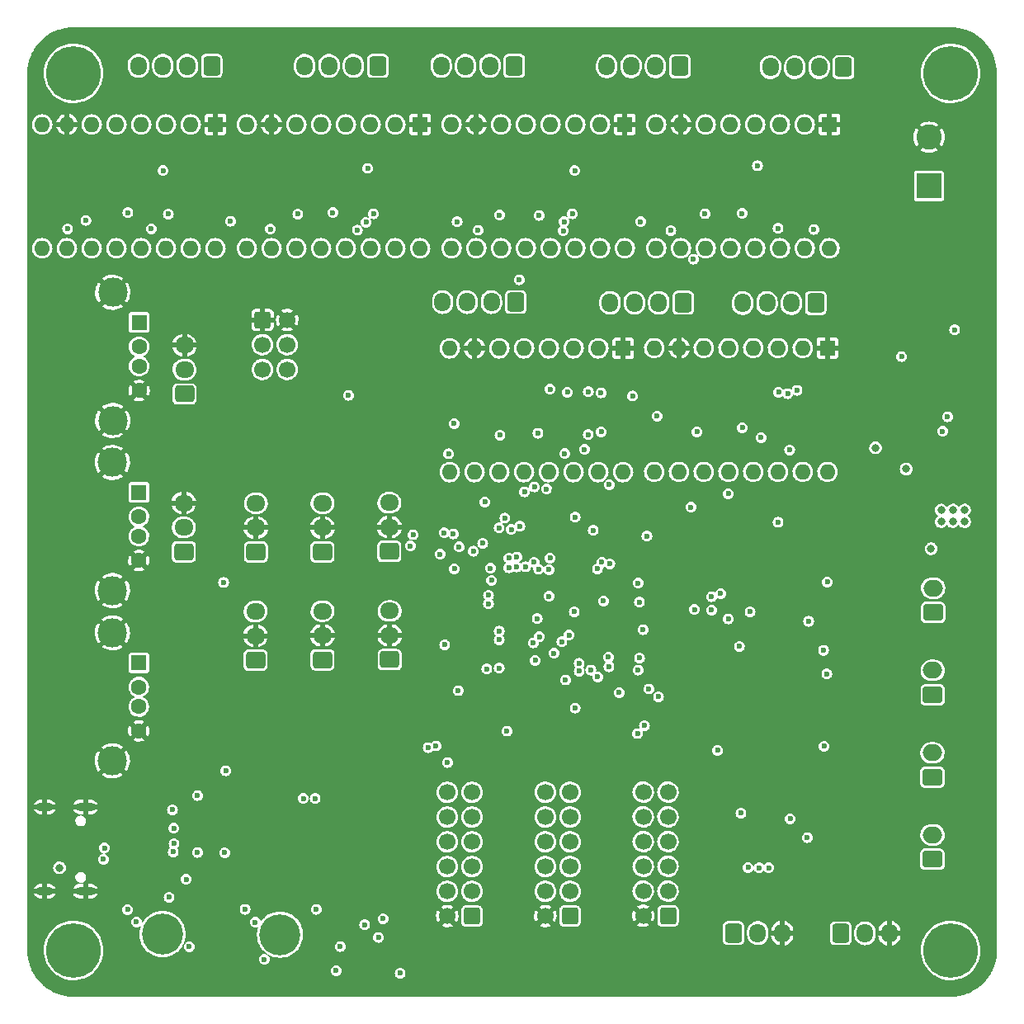
<source format=gbr>
G04 #@! TF.GenerationSoftware,KiCad,Pcbnew,6.0.2+dfsg-1~bpo11+1*
G04 #@! TF.CreationDate,2022-03-16T10:56:08+00:00*
G04 #@! TF.ProjectId,mobo,6d6f626f-2e6b-4696-9361-645f70636258,rev?*
G04 #@! TF.SameCoordinates,Original*
G04 #@! TF.FileFunction,Copper,L2,Inr*
G04 #@! TF.FilePolarity,Positive*
%FSLAX46Y46*%
G04 Gerber Fmt 4.6, Leading zero omitted, Abs format (unit mm)*
G04 Created by KiCad (PCBNEW 6.0.2+dfsg-1~bpo11+1) date 2022-03-16 10:56:08*
%MOMM*%
%LPD*%
G01*
G04 APERTURE LIST*
G04 Aperture macros list*
%AMRoundRect*
0 Rectangle with rounded corners*
0 $1 Rounding radius*
0 $2 $3 $4 $5 $6 $7 $8 $9 X,Y pos of 4 corners*
0 Add a 4 corners polygon primitive as box body*
4,1,4,$2,$3,$4,$5,$6,$7,$8,$9,$2,$3,0*
0 Add four circle primitives for the rounded corners*
1,1,$1+$1,$2,$3*
1,1,$1+$1,$4,$5*
1,1,$1+$1,$6,$7*
1,1,$1+$1,$8,$9*
0 Add four rect primitives between the rounded corners*
20,1,$1+$1,$2,$3,$4,$5,0*
20,1,$1+$1,$4,$5,$6,$7,0*
20,1,$1+$1,$6,$7,$8,$9,0*
20,1,$1+$1,$8,$9,$2,$3,0*%
G04 Aperture macros list end*
G04 #@! TA.AperFunction,ComponentPad*
%ADD10C,5.600000*%
G04 #@! TD*
G04 #@! TA.AperFunction,ComponentPad*
%ADD11R,1.600000X1.600000*%
G04 #@! TD*
G04 #@! TA.AperFunction,ComponentPad*
%ADD12C,1.600000*%
G04 #@! TD*
G04 #@! TA.AperFunction,ComponentPad*
%ADD13C,3.000000*%
G04 #@! TD*
G04 #@! TA.AperFunction,ComponentPad*
%ADD14O,2.000000X0.900000*%
G04 #@! TD*
G04 #@! TA.AperFunction,ComponentPad*
%ADD15O,1.700000X0.900000*%
G04 #@! TD*
G04 #@! TA.AperFunction,ComponentPad*
%ADD16O,1.600000X1.600000*%
G04 #@! TD*
G04 #@! TA.AperFunction,ComponentPad*
%ADD17RoundRect,0.250000X0.600000X0.725000X-0.600000X0.725000X-0.600000X-0.725000X0.600000X-0.725000X0*%
G04 #@! TD*
G04 #@! TA.AperFunction,ComponentPad*
%ADD18O,1.700000X1.950000*%
G04 #@! TD*
G04 #@! TA.AperFunction,ComponentPad*
%ADD19R,2.600000X2.600000*%
G04 #@! TD*
G04 #@! TA.AperFunction,ComponentPad*
%ADD20C,2.600000*%
G04 #@! TD*
G04 #@! TA.AperFunction,ComponentPad*
%ADD21RoundRect,0.250000X0.725000X-0.600000X0.725000X0.600000X-0.725000X0.600000X-0.725000X-0.600000X0*%
G04 #@! TD*
G04 #@! TA.AperFunction,ComponentPad*
%ADD22O,1.950000X1.700000*%
G04 #@! TD*
G04 #@! TA.AperFunction,ComponentPad*
%ADD23RoundRect,0.250000X0.600000X0.600000X-0.600000X0.600000X-0.600000X-0.600000X0.600000X-0.600000X0*%
G04 #@! TD*
G04 #@! TA.AperFunction,ComponentPad*
%ADD24C,1.700000*%
G04 #@! TD*
G04 #@! TA.AperFunction,ComponentPad*
%ADD25RoundRect,0.250000X-0.600000X-0.600000X0.600000X-0.600000X0.600000X0.600000X-0.600000X0.600000X0*%
G04 #@! TD*
G04 #@! TA.AperFunction,ComponentPad*
%ADD26RoundRect,0.250000X-0.600000X-0.725000X0.600000X-0.725000X0.600000X0.725000X-0.600000X0.725000X0*%
G04 #@! TD*
G04 #@! TA.AperFunction,ComponentPad*
%ADD27RoundRect,0.250000X0.750000X-0.600000X0.750000X0.600000X-0.750000X0.600000X-0.750000X-0.600000X0*%
G04 #@! TD*
G04 #@! TA.AperFunction,ComponentPad*
%ADD28O,2.000000X1.700000*%
G04 #@! TD*
G04 #@! TA.AperFunction,ComponentPad*
%ADD29C,4.200000*%
G04 #@! TD*
G04 #@! TA.AperFunction,ViaPad*
%ADD30C,0.800000*%
G04 #@! TD*
G04 #@! TA.AperFunction,ViaPad*
%ADD31C,0.600000*%
G04 #@! TD*
G04 APERTURE END LIST*
D10*
X74020000Y-71030000D03*
X164020000Y-71030000D03*
X74020000Y-161030000D03*
X164020000Y-161030000D03*
D11*
X80740000Y-96580000D03*
D12*
X80740000Y-99080000D03*
X80740000Y-101080000D03*
X80740000Y-103580000D03*
D13*
X78030000Y-106650000D03*
X78030000Y-93510000D03*
D11*
X80720000Y-114030000D03*
D12*
X80720000Y-116530000D03*
X80720000Y-118530000D03*
X80720000Y-121030000D03*
D13*
X78010000Y-124100000D03*
X78010000Y-110960000D03*
D11*
X80710000Y-131510000D03*
D12*
X80710000Y-134010000D03*
X80710000Y-136010000D03*
X80710000Y-138510000D03*
D13*
X78000000Y-128440000D03*
X78000000Y-141580000D03*
D14*
X75230000Y-146320000D03*
D15*
X71060000Y-154960000D03*
D14*
X75230000Y-154960000D03*
D15*
X71060000Y-146320000D03*
D11*
X109570000Y-76280000D03*
D16*
X107030000Y-76280000D03*
X104490000Y-76280000D03*
X101950000Y-76280000D03*
X99410000Y-76280000D03*
X96870000Y-76280000D03*
X94330000Y-76280000D03*
X91790000Y-76280000D03*
X91790000Y-88980000D03*
X94330000Y-88980000D03*
X96870000Y-88980000D03*
X99410000Y-88980000D03*
X101950000Y-88980000D03*
X104490000Y-88980000D03*
X107030000Y-88980000D03*
X109570000Y-88980000D03*
D11*
X130570000Y-76280000D03*
D16*
X128030000Y-76280000D03*
X125490000Y-76280000D03*
X122950000Y-76280000D03*
X120410000Y-76280000D03*
X117870000Y-76280000D03*
X115330000Y-76280000D03*
X112790000Y-76280000D03*
X112790000Y-88980000D03*
X115330000Y-88980000D03*
X117870000Y-88980000D03*
X120410000Y-88980000D03*
X122950000Y-88980000D03*
X125490000Y-88980000D03*
X128030000Y-88980000D03*
X130570000Y-88980000D03*
D11*
X88570000Y-76280000D03*
D16*
X86030000Y-76280000D03*
X83490000Y-76280000D03*
X80950000Y-76280000D03*
X78410000Y-76280000D03*
X75870000Y-76280000D03*
X73330000Y-76280000D03*
X70790000Y-76280000D03*
X70790000Y-88980000D03*
X73330000Y-88980000D03*
X75870000Y-88980000D03*
X78410000Y-88980000D03*
X80950000Y-88980000D03*
X83490000Y-88980000D03*
X86030000Y-88980000D03*
X88570000Y-88980000D03*
D11*
X151570000Y-76280000D03*
D16*
X149030000Y-76280000D03*
X146490000Y-76280000D03*
X143950000Y-76280000D03*
X141410000Y-76280000D03*
X138870000Y-76280000D03*
X136330000Y-76280000D03*
X133790000Y-76280000D03*
X133790000Y-88980000D03*
X136330000Y-88980000D03*
X138870000Y-88980000D03*
X141410000Y-88980000D03*
X143950000Y-88980000D03*
X146490000Y-88980000D03*
X149030000Y-88980000D03*
X151570000Y-88980000D03*
D17*
X136220000Y-70300000D03*
D18*
X133720000Y-70300000D03*
X131220000Y-70300000D03*
X128720000Y-70300000D03*
D17*
X88185000Y-70275000D03*
D18*
X85685000Y-70275000D03*
X83185000Y-70275000D03*
X80685000Y-70275000D03*
D17*
X153020000Y-70400000D03*
D18*
X150520000Y-70400000D03*
X148020000Y-70400000D03*
X145520000Y-70400000D03*
D19*
X161790000Y-82590000D03*
D20*
X161790000Y-77590000D03*
D17*
X119235000Y-70275000D03*
D18*
X116735000Y-70275000D03*
X114235000Y-70275000D03*
X111735000Y-70275000D03*
D17*
X105235000Y-70275000D03*
D18*
X102735000Y-70275000D03*
X100235000Y-70275000D03*
X97735000Y-70275000D03*
D11*
X151380000Y-99230000D03*
D16*
X148840000Y-99230000D03*
X146300000Y-99230000D03*
X143760000Y-99230000D03*
X141220000Y-99230000D03*
X138680000Y-99230000D03*
X136140000Y-99230000D03*
X133600000Y-99230000D03*
X133600000Y-111930000D03*
X136140000Y-111930000D03*
X138680000Y-111930000D03*
X141220000Y-111930000D03*
X143760000Y-111930000D03*
X146300000Y-111930000D03*
X148840000Y-111930000D03*
X151380000Y-111930000D03*
D17*
X136570000Y-94580000D03*
D18*
X134070000Y-94580000D03*
X131570000Y-94580000D03*
X129070000Y-94580000D03*
D11*
X130400000Y-99250000D03*
D16*
X127860000Y-99250000D03*
X125320000Y-99250000D03*
X122780000Y-99250000D03*
X120240000Y-99250000D03*
X117700000Y-99250000D03*
X115160000Y-99250000D03*
X112620000Y-99250000D03*
X112620000Y-111950000D03*
X115160000Y-111950000D03*
X117700000Y-111950000D03*
X120240000Y-111950000D03*
X122780000Y-111950000D03*
X125320000Y-111950000D03*
X127860000Y-111950000D03*
X130400000Y-111950000D03*
D17*
X150170000Y-94600000D03*
D18*
X147670000Y-94600000D03*
X145170000Y-94600000D03*
X142670000Y-94600000D03*
D21*
X99560000Y-120150000D03*
D22*
X99560000Y-117650000D03*
X99560000Y-115150000D03*
D21*
X106420000Y-120100000D03*
D22*
X106420000Y-117600000D03*
X106420000Y-115100000D03*
D21*
X99560000Y-131210000D03*
D22*
X99560000Y-128710000D03*
X99560000Y-126210000D03*
D21*
X92690000Y-131250000D03*
D22*
X92690000Y-128750000D03*
X92690000Y-126250000D03*
D23*
X114900000Y-157510000D03*
D24*
X112360000Y-157510000D03*
X114900000Y-154970000D03*
X112360000Y-154970000D03*
X114900000Y-152430000D03*
X112360000Y-152430000D03*
X114900000Y-149890000D03*
X112360000Y-149890000D03*
X114900000Y-147350000D03*
X112360000Y-147350000D03*
X114900000Y-144810000D03*
X112360000Y-144810000D03*
D23*
X124960000Y-157510000D03*
D24*
X122420000Y-157510000D03*
X124960000Y-154970000D03*
X122420000Y-154970000D03*
X124960000Y-152430000D03*
X122420000Y-152430000D03*
X124960000Y-149890000D03*
X122420000Y-149890000D03*
X124960000Y-147350000D03*
X122420000Y-147350000D03*
X124960000Y-144810000D03*
X122420000Y-144810000D03*
D25*
X93400000Y-96340000D03*
D24*
X95940000Y-96340000D03*
X93400000Y-98880000D03*
X95940000Y-98880000D03*
X93400000Y-101420000D03*
X95940000Y-101420000D03*
D26*
X152730000Y-159270000D03*
D18*
X155230000Y-159270000D03*
X157730000Y-159270000D03*
D26*
X141730000Y-159260000D03*
D18*
X144230000Y-159260000D03*
X146730000Y-159260000D03*
D21*
X106450000Y-131200000D03*
D22*
X106450000Y-128700000D03*
X106450000Y-126200000D03*
D27*
X162140000Y-143260000D03*
D28*
X162140000Y-140760000D03*
D27*
X162170000Y-134790000D03*
D28*
X162170000Y-132290000D03*
D27*
X162220000Y-126360000D03*
D28*
X162220000Y-123860000D03*
D27*
X162150000Y-151680000D03*
D28*
X162150000Y-149180000D03*
D21*
X92720000Y-120150000D03*
D22*
X92720000Y-117650000D03*
X92720000Y-115150000D03*
D21*
X85390000Y-103940000D03*
D22*
X85390000Y-101440000D03*
X85390000Y-98940000D03*
D21*
X85330000Y-120120000D03*
D22*
X85330000Y-117620000D03*
X85330000Y-115120000D03*
D17*
X119390000Y-94500000D03*
D18*
X116890000Y-94500000D03*
X114390000Y-94500000D03*
X111890000Y-94500000D03*
D23*
X135008000Y-157480000D03*
D24*
X132468000Y-157480000D03*
X135008000Y-154940000D03*
X132468000Y-154940000D03*
X135008000Y-152400000D03*
X132468000Y-152400000D03*
X135008000Y-149860000D03*
X132468000Y-149860000D03*
X135008000Y-147320000D03*
X132468000Y-147320000D03*
X135008000Y-144780000D03*
X132468000Y-144780000D03*
D29*
X95200000Y-159410000D03*
X83140000Y-159370000D03*
D30*
X158060000Y-92250000D03*
X156860000Y-93450000D03*
X158060000Y-93450000D03*
D31*
X95290000Y-142780000D03*
X88830000Y-81160000D03*
X115250000Y-109160000D03*
X113520000Y-132820000D03*
X145660000Y-137460000D03*
X85190000Y-150930000D03*
X144350000Y-137360000D03*
X89790000Y-146215000D03*
X130740000Y-139640000D03*
X127960000Y-114000000D03*
X151270000Y-141890000D03*
X166690000Y-109270000D03*
X117500000Y-154870000D03*
X89890000Y-147600000D03*
X135190000Y-113410000D03*
X131970000Y-113910000D03*
X86990000Y-81180000D03*
X142280000Y-152550000D03*
X107700000Y-145410000D03*
X117420000Y-152140000D03*
X132370000Y-124260000D03*
X144980000Y-125300000D03*
X128766555Y-120605780D03*
X166570000Y-111490000D03*
X113990001Y-139769999D03*
D30*
X120390000Y-140370000D03*
X155280000Y-122410000D03*
X160510000Y-116790000D03*
D31*
X82630000Y-91080000D03*
X102500000Y-151130000D03*
X102320000Y-139040000D03*
X151090000Y-125670000D03*
X95970000Y-149310000D03*
X133090000Y-129244990D03*
X129002889Y-123086321D03*
X84840000Y-149240000D03*
X167190000Y-106230000D03*
X163190000Y-108770000D03*
X138090000Y-87190000D03*
X137590000Y-154670000D03*
X88670000Y-150960000D03*
D30*
X155790000Y-138760000D03*
D31*
X128300000Y-136150000D03*
X147410000Y-129860000D03*
X130290000Y-108150000D03*
X117470000Y-149810000D03*
X142520000Y-120400000D03*
X104520000Y-151070000D03*
X109620000Y-81090000D03*
X129650000Y-113930000D03*
X131760263Y-128758654D03*
X119780000Y-147350000D03*
X85260000Y-145160000D03*
D30*
X159530000Y-116120000D03*
D31*
X147629999Y-120650000D03*
X81000000Y-152420000D03*
X93680000Y-153520000D03*
X151290000Y-133900000D03*
X108870000Y-139000000D03*
X89900000Y-148570000D03*
X84810000Y-81200000D03*
X106100000Y-81090000D03*
X143630000Y-129850000D03*
X96690000Y-153540000D03*
X100880000Y-139700000D03*
X137090000Y-134580000D03*
D30*
X155500000Y-130540000D03*
D31*
X132860000Y-121150000D03*
X111840000Y-135340000D03*
X133000000Y-126220000D03*
X100200000Y-151090000D03*
X144870000Y-129850000D03*
D30*
X138220000Y-91600000D03*
D31*
X123292059Y-113955232D03*
X105860000Y-155860000D03*
X150380000Y-148650000D03*
X107700000Y-143490000D03*
X137680000Y-127100000D03*
X156930000Y-100420000D03*
D30*
X156860000Y-92250000D03*
D31*
X77040000Y-144550000D03*
X127570000Y-154790000D03*
X88230000Y-145160000D03*
X89890000Y-150280000D03*
X98520000Y-95920000D03*
X107820000Y-81090000D03*
X164070000Y-99490000D03*
X106860000Y-138350000D03*
X100720000Y-97200000D03*
X102270000Y-163030000D03*
D30*
X155480000Y-146930000D03*
D31*
X98530000Y-105020000D03*
X100900000Y-138380000D03*
X115540309Y-114600022D03*
D30*
X160620000Y-115660000D03*
X167510000Y-91620000D03*
D31*
X91240000Y-140050000D03*
D30*
X164240000Y-115840000D03*
X165440000Y-115840000D03*
X163040000Y-117040000D03*
X164240000Y-117040000D03*
X165440000Y-117040000D03*
D31*
X86740000Y-145140000D03*
X84240000Y-150910000D03*
X142490000Y-146940000D03*
X124690000Y-103770000D03*
X116000000Y-119260000D03*
X132453058Y-128116942D03*
X146350000Y-103750000D03*
X116221773Y-115019092D03*
X85560000Y-153740000D03*
X104190000Y-80770000D03*
X84320000Y-150080000D03*
D30*
X162010000Y-119810000D03*
D31*
X142340000Y-129840000D03*
X143230000Y-152530000D03*
X89530000Y-151000000D03*
X131955341Y-123335341D03*
X128214970Y-121198469D03*
X83190000Y-81020000D03*
X144189990Y-80520000D03*
X102220000Y-104080000D03*
X163190000Y-107770000D03*
X134040000Y-135010000D03*
X113490000Y-134370000D03*
X137370000Y-115560000D03*
X84160000Y-146610000D03*
X121290872Y-113469128D03*
X84310000Y-148500000D03*
X130005002Y-134585002D03*
X89630566Y-142590000D03*
X107520000Y-163370000D03*
X125440012Y-81020000D03*
X150970000Y-130240000D03*
X147550000Y-147520000D03*
X128900000Y-130940000D03*
D30*
X163040000Y-115840000D03*
D31*
X164420000Y-97360000D03*
X158980000Y-100100000D03*
X79580000Y-85340000D03*
X138800000Y-85430000D03*
X117730000Y-85570000D03*
X104790000Y-85450000D03*
X125210000Y-85450000D03*
X112390000Y-141740000D03*
X117770000Y-108150000D03*
X97020000Y-85480000D03*
X83740000Y-85480000D03*
X75280000Y-86130000D03*
X137970000Y-107820000D03*
X119815010Y-117487500D03*
X118934455Y-117840959D03*
X112980000Y-118300000D03*
X112045000Y-118170000D03*
X113096591Y-121873409D03*
X116590000Y-124590000D03*
X111620000Y-120370000D03*
X128150000Y-107830000D03*
X122790000Y-121970000D03*
X128130000Y-103810000D03*
X124420000Y-110060000D03*
X122915010Y-120770000D03*
X126830000Y-103700000D03*
X126820000Y-108090000D03*
X121264990Y-121200529D03*
X112510000Y-110070000D03*
X120290000Y-113970000D03*
X115050000Y-120070000D03*
X113570000Y-119630001D03*
X116910000Y-123050000D03*
X119740000Y-92210000D03*
X122900000Y-103440000D03*
X121739999Y-121919999D03*
X121790000Y-85619999D03*
D30*
X72570000Y-152560000D03*
X159450000Y-111640000D03*
D31*
X77190000Y-150520014D03*
X77090004Y-151670000D03*
X133040012Y-134194245D03*
X149310000Y-149460000D03*
X151030000Y-140090000D03*
X131930000Y-132269977D03*
X128940000Y-131920000D03*
X151310000Y-132650000D03*
X151360000Y-123230000D03*
X132090000Y-131019965D03*
X79570000Y-156850000D03*
X98910000Y-156820000D03*
X91620000Y-156820000D03*
X98800000Y-145440000D03*
X93580000Y-161960000D03*
X97590000Y-145450000D03*
X85890000Y-160640000D03*
X105767500Y-157782500D03*
X92669000Y-158140000D03*
X103880000Y-158390000D03*
X105310000Y-159690000D03*
X100950000Y-163120001D03*
X80470000Y-158100000D03*
X83810000Y-155570000D03*
X101390000Y-160630000D03*
X86740000Y-150980000D03*
X100620000Y-85330000D03*
X127332898Y-117927104D03*
X147290000Y-103900000D03*
X147490000Y-109670000D03*
X141190000Y-114180000D03*
X125490000Y-116570000D03*
X148250000Y-103570000D03*
X146300000Y-86930000D03*
X120390000Y-121670000D03*
X119490000Y-121690000D03*
X119487083Y-120667214D03*
X125890000Y-132370000D03*
X146300000Y-117100000D03*
X137720000Y-126050000D03*
X125890000Y-131570000D03*
X142610000Y-85410000D03*
X137614999Y-90105001D03*
X131390000Y-104140000D03*
X128985001Y-113244999D03*
X121660000Y-107970000D03*
X122540883Y-113680000D03*
X142644922Y-107401299D03*
X132850000Y-118524990D03*
X149440000Y-127270000D03*
X123310000Y-130544990D03*
X143440000Y-126270000D03*
X140420000Y-124420000D03*
X139490000Y-124740000D03*
X141190000Y-127020000D03*
X121390000Y-131269998D03*
X140100000Y-140500000D03*
X127790000Y-132970000D03*
X145350000Y-152540000D03*
X117690000Y-132070000D03*
X118271193Y-116670000D03*
X124490000Y-133270000D03*
X111210000Y-140050000D03*
X125490000Y-136170000D03*
X116412493Y-132158418D03*
X110410000Y-140230000D03*
X117678750Y-117681250D03*
X144360000Y-152550000D03*
X117690000Y-128270000D03*
X108849960Y-118370000D03*
X108580000Y-119530000D03*
X117690000Y-129170000D03*
X163690002Y-106270000D03*
D30*
X156300000Y-109460000D03*
D31*
X89408594Y-123281406D03*
X112090000Y-129670000D03*
X116590000Y-125470000D03*
X118690000Y-120770000D03*
X131890008Y-138770000D03*
X132589996Y-137970000D03*
X118685007Y-121770000D03*
X121815010Y-128842984D03*
X132078058Y-125278058D03*
X121190000Y-129470000D03*
X121590000Y-126970000D03*
X118490000Y-138520000D03*
X128390000Y-125170000D03*
X124116000Y-129356000D03*
X127090000Y-132270000D03*
X125390000Y-126270000D03*
X139490000Y-126100000D03*
X129045870Y-121355448D03*
X124848360Y-128664758D03*
X127772485Y-121871413D03*
X132210000Y-86260000D03*
X144560000Y-108420000D03*
X124350000Y-86250000D03*
X149970000Y-87050000D03*
X126440000Y-109630000D03*
X90130000Y-86210000D03*
X113370000Y-86250000D03*
X104030000Y-86320000D03*
X116800000Y-121810000D03*
X122792751Y-124686507D03*
X82000000Y-86980000D03*
X135310000Y-87160000D03*
X124260000Y-87190000D03*
X133890000Y-106200000D03*
X94220000Y-87015000D03*
X115530000Y-87120000D03*
X103140000Y-87120000D03*
X113070000Y-106970000D03*
X73400000Y-86980000D03*
G04 #@! TA.AperFunction,Conductor*
G36*
X164000112Y-66280942D02*
G01*
X164020000Y-66284898D01*
X164024731Y-66283957D01*
X164024733Y-66283957D01*
X164034401Y-66282034D01*
X164046096Y-66281140D01*
X164200791Y-66287894D01*
X164431853Y-66297982D01*
X164436097Y-66298352D01*
X164842709Y-66351884D01*
X164846909Y-66352624D01*
X165247317Y-66441392D01*
X165251428Y-66442495D01*
X165490962Y-66518019D01*
X165642559Y-66565818D01*
X165646575Y-66567280D01*
X165800694Y-66631118D01*
X166025458Y-66724218D01*
X166029320Y-66726018D01*
X166393108Y-66915394D01*
X166396810Y-66917532D01*
X166742688Y-67137882D01*
X166746189Y-67140334D01*
X167071536Y-67389981D01*
X167074811Y-67392728D01*
X167377191Y-67669808D01*
X167380192Y-67672809D01*
X167580954Y-67891902D01*
X167657272Y-67975189D01*
X167660019Y-67978464D01*
X167909666Y-68303811D01*
X167912118Y-68307312D01*
X168003014Y-68449989D01*
X168129924Y-68649196D01*
X168132468Y-68653190D01*
X168134605Y-68656890D01*
X168233283Y-68846448D01*
X168323979Y-69020674D01*
X168325782Y-69024542D01*
X168388122Y-69175044D01*
X168482720Y-69403425D01*
X168484182Y-69407441D01*
X168529492Y-69551146D01*
X168597502Y-69766843D01*
X168607503Y-69798563D01*
X168608608Y-69802683D01*
X168697375Y-70203086D01*
X168698116Y-70207291D01*
X168749303Y-70596088D01*
X168751647Y-70613896D01*
X168752018Y-70618147D01*
X168756292Y-70716026D01*
X168768860Y-71003904D01*
X168767966Y-71015599D01*
X168766689Y-71022022D01*
X168765102Y-71030000D01*
X168768287Y-71046010D01*
X168769058Y-71049888D01*
X168770000Y-71059447D01*
X168770000Y-161000553D01*
X168769058Y-161010112D01*
X168765102Y-161030000D01*
X168766043Y-161034731D01*
X168766043Y-161034733D01*
X168767966Y-161044401D01*
X168768860Y-161056096D01*
X168766237Y-161116169D01*
X168752742Y-161425289D01*
X168752019Y-161441845D01*
X168751648Y-161446097D01*
X168706586Y-161788372D01*
X168698117Y-161852704D01*
X168697376Y-161856909D01*
X168639924Y-162116060D01*
X168608610Y-162257308D01*
X168607505Y-162261428D01*
X168550653Y-162441742D01*
X168484182Y-162652559D01*
X168482720Y-162656575D01*
X168342683Y-162994656D01*
X168325785Y-163035451D01*
X168323982Y-163039320D01*
X168153498Y-163366817D01*
X168134606Y-163403108D01*
X168132468Y-163406810D01*
X167912118Y-163752688D01*
X167909666Y-163756189D01*
X167660019Y-164081536D01*
X167657272Y-164084811D01*
X167380192Y-164387191D01*
X167377191Y-164390192D01*
X167160482Y-164588769D01*
X167074811Y-164667272D01*
X167071536Y-164670019D01*
X166746189Y-164919666D01*
X166742688Y-164922118D01*
X166396810Y-165142468D01*
X166393110Y-165144605D01*
X166029320Y-165333982D01*
X166025458Y-165335782D01*
X165806382Y-165426526D01*
X165646575Y-165492720D01*
X165642559Y-165494182D01*
X165490962Y-165541981D01*
X165251428Y-165617505D01*
X165247317Y-165618608D01*
X164846909Y-165707376D01*
X164842709Y-165708116D01*
X164436097Y-165761648D01*
X164431853Y-165762018D01*
X164200791Y-165772106D01*
X164046096Y-165778860D01*
X164034401Y-165777966D01*
X164024733Y-165776043D01*
X164024731Y-165776043D01*
X164020000Y-165775102D01*
X164000112Y-165779058D01*
X163990553Y-165780000D01*
X74049447Y-165780000D01*
X74039888Y-165779058D01*
X74020000Y-165775102D01*
X74015269Y-165776043D01*
X74015267Y-165776043D01*
X74005599Y-165777966D01*
X73993904Y-165778860D01*
X73839209Y-165772106D01*
X73608147Y-165762018D01*
X73603903Y-165761648D01*
X73197291Y-165708116D01*
X73193091Y-165707376D01*
X72792683Y-165618608D01*
X72788572Y-165617505D01*
X72549038Y-165541981D01*
X72397441Y-165494182D01*
X72393425Y-165492720D01*
X72233618Y-165426526D01*
X72014542Y-165335782D01*
X72010680Y-165333982D01*
X71646890Y-165144605D01*
X71643190Y-165142468D01*
X71297312Y-164922118D01*
X71293811Y-164919666D01*
X70968464Y-164670019D01*
X70965189Y-164667272D01*
X70879518Y-164588769D01*
X70662809Y-164390192D01*
X70659808Y-164387191D01*
X70382728Y-164084811D01*
X70379981Y-164081536D01*
X70130334Y-163756189D01*
X70127882Y-163752688D01*
X69907532Y-163406810D01*
X69905394Y-163403108D01*
X69886502Y-163366817D01*
X69716018Y-163039320D01*
X69714215Y-163035451D01*
X69697318Y-162994656D01*
X69557280Y-162656575D01*
X69555818Y-162652559D01*
X69489347Y-162441742D01*
X69432495Y-162261428D01*
X69431390Y-162257308D01*
X69400077Y-162116060D01*
X69342624Y-161856909D01*
X69341883Y-161852704D01*
X69333414Y-161788372D01*
X69288352Y-161446097D01*
X69287981Y-161441845D01*
X69287259Y-161425289D01*
X69273763Y-161116169D01*
X69271140Y-161056096D01*
X69272034Y-161044401D01*
X69273957Y-161034733D01*
X69273957Y-161034731D01*
X69274898Y-161030000D01*
X69270942Y-161010112D01*
X69270000Y-161000553D01*
X69270000Y-160987347D01*
X70965392Y-160987347D01*
X70979674Y-161328107D01*
X70979884Y-161329463D01*
X71022335Y-161603678D01*
X71031851Y-161665151D01*
X71121273Y-161994278D01*
X71246825Y-162311387D01*
X71247471Y-162312603D01*
X71247472Y-162312604D01*
X71391586Y-162583641D01*
X71406943Y-162612524D01*
X71599630Y-162893936D01*
X71822485Y-163152116D01*
X71823476Y-163153033D01*
X71823484Y-163153042D01*
X72061215Y-163373183D01*
X72072730Y-163383846D01*
X72101423Y-163405000D01*
X72346140Y-163585421D01*
X72346145Y-163585424D01*
X72347246Y-163586236D01*
X72371974Y-163600513D01*
X72635548Y-163752688D01*
X72642611Y-163756766D01*
X72955145Y-163893308D01*
X73280951Y-163994162D01*
X73615969Y-164058070D01*
X73893752Y-164079444D01*
X73954670Y-164084132D01*
X73954672Y-164084132D01*
X73956023Y-164084236D01*
X74192084Y-164075992D01*
X74295505Y-164072381D01*
X74295508Y-164072381D01*
X74296874Y-164072333D01*
X74298224Y-164072134D01*
X74298231Y-164072133D01*
X74632920Y-164022710D01*
X74632921Y-164022710D01*
X74634274Y-164022510D01*
X74635588Y-164022163D01*
X74635597Y-164022161D01*
X74962698Y-163935737D01*
X74962702Y-163935736D01*
X74964018Y-163935388D01*
X74965284Y-163934897D01*
X74965287Y-163934896D01*
X75092187Y-163885675D01*
X75281995Y-163812053D01*
X75584243Y-163654042D01*
X75598457Y-163644455D01*
X75865868Y-163464083D01*
X75865870Y-163464081D01*
X75866993Y-163463324D01*
X76098173Y-163266575D01*
X76125686Y-163243160D01*
X76125690Y-163243156D01*
X76126723Y-163242277D01*
X76241548Y-163120001D01*
X100395153Y-163120001D01*
X100414059Y-163263606D01*
X100469488Y-163397424D01*
X100557664Y-163512337D01*
X100672576Y-163600513D01*
X100806395Y-163655942D01*
X100950000Y-163674848D01*
X101093605Y-163655942D01*
X101227424Y-163600513D01*
X101342336Y-163512337D01*
X101430512Y-163397424D01*
X101441871Y-163370000D01*
X106965153Y-163370000D01*
X106984059Y-163513605D01*
X107039488Y-163647423D01*
X107127664Y-163762336D01*
X107242576Y-163850512D01*
X107376395Y-163905941D01*
X107520000Y-163924847D01*
X107663605Y-163905941D01*
X107797424Y-163850512D01*
X107912336Y-163762336D01*
X108000512Y-163647423D01*
X108055941Y-163513605D01*
X108074847Y-163370000D01*
X108055941Y-163226395D01*
X108000512Y-163092577D01*
X107912336Y-162977664D01*
X107797424Y-162889488D01*
X107663605Y-162834059D01*
X107520000Y-162815153D01*
X107376395Y-162834059D01*
X107242577Y-162889488D01*
X107127664Y-162977664D01*
X107125709Y-162980212D01*
X107125708Y-162980213D01*
X107083576Y-163035121D01*
X107039488Y-163092577D01*
X106984059Y-163226395D01*
X106965153Y-163370000D01*
X101441871Y-163370000D01*
X101485941Y-163263606D01*
X101504847Y-163120001D01*
X101485941Y-162976396D01*
X101430512Y-162842578D01*
X101342336Y-162727665D01*
X101227424Y-162639489D01*
X101093605Y-162584060D01*
X100950000Y-162565154D01*
X100806395Y-162584060D01*
X100672577Y-162639489D01*
X100670028Y-162641445D01*
X100565502Y-162721651D01*
X100557664Y-162727665D01*
X100555709Y-162730213D01*
X100555708Y-162730214D01*
X100513576Y-162785122D01*
X100469488Y-162842578D01*
X100414059Y-162976396D01*
X100395153Y-163120001D01*
X76241548Y-163120001D01*
X76360194Y-162993656D01*
X76564496Y-162720559D01*
X76737083Y-162426391D01*
X76875805Y-162114818D01*
X76914459Y-161992967D01*
X76924917Y-161960000D01*
X93025153Y-161960000D01*
X93044059Y-162103605D01*
X93099488Y-162237423D01*
X93187664Y-162352336D01*
X93302576Y-162440512D01*
X93436395Y-162495941D01*
X93580000Y-162514847D01*
X93723605Y-162495941D01*
X93857424Y-162440512D01*
X93972336Y-162352336D01*
X94060512Y-162237423D01*
X94115941Y-162103605D01*
X94134847Y-161960000D01*
X94115941Y-161816395D01*
X94060512Y-161682577D01*
X93972336Y-161567664D01*
X93969792Y-161565712D01*
X93969787Y-161565707D01*
X93874202Y-161492362D01*
X93866833Y-161479598D01*
X93854838Y-161478417D01*
X93825049Y-161466078D01*
X93723605Y-161424059D01*
X93580000Y-161405153D01*
X93436395Y-161424059D01*
X93302577Y-161479488D01*
X93187664Y-161567664D01*
X93099488Y-161682577D01*
X93044059Y-161816395D01*
X93025153Y-161960000D01*
X76924917Y-161960000D01*
X76958278Y-161854829D01*
X76978931Y-161789724D01*
X76980847Y-161780047D01*
X77044909Y-161456512D01*
X77044910Y-161456503D01*
X77045176Y-161455161D01*
X77067910Y-161184428D01*
X77073642Y-161116169D01*
X77073642Y-161116165D01*
X77073715Y-161115298D01*
X77074906Y-161030000D01*
X77063005Y-160817130D01*
X77055944Y-160690824D01*
X77055943Y-160690816D01*
X77055868Y-160689473D01*
X76998990Y-160353190D01*
X76998552Y-160351661D01*
X76905357Y-160026653D01*
X76905355Y-160026647D01*
X76904981Y-160025343D01*
X76901041Y-160015782D01*
X76822333Y-159824823D01*
X76775014Y-159710019D01*
X76768883Y-159698866D01*
X76611366Y-159412344D01*
X76611363Y-159412339D01*
X76610707Y-159411146D01*
X76609921Y-159410032D01*
X76609918Y-159410027D01*
X76414898Y-159133569D01*
X76414110Y-159132452D01*
X76227583Y-158922362D01*
X76188585Y-158878437D01*
X76188582Y-158878434D01*
X76187672Y-158877409D01*
X76186657Y-158876495D01*
X76186651Y-158876489D01*
X75935240Y-158650118D01*
X75934216Y-158649196D01*
X75656900Y-158450658D01*
X75359183Y-158284269D01*
X75357604Y-158283605D01*
X75107186Y-158178339D01*
X75044773Y-158152103D01*
X74867742Y-158100000D01*
X79915153Y-158100000D01*
X79934059Y-158243605D01*
X79989488Y-158377423D01*
X80077664Y-158492336D01*
X80192576Y-158580512D01*
X80326395Y-158635941D01*
X80470000Y-158654847D01*
X80613605Y-158635941D01*
X80747424Y-158580512D01*
X80832437Y-158515279D01*
X80868661Y-158505572D01*
X80901140Y-158524323D01*
X80910847Y-158560548D01*
X80908666Y-158569904D01*
X80845747Y-158755257D01*
X80822577Y-158871742D01*
X80812224Y-158923792D01*
X80785135Y-159059976D01*
X80785031Y-159061570D01*
X80785030Y-159061574D01*
X80780180Y-159135572D01*
X80764815Y-159370000D01*
X80764920Y-159371602D01*
X80784510Y-159670481D01*
X80785135Y-159680024D01*
X80785448Y-159681597D01*
X80785448Y-159681598D01*
X80809179Y-159800901D01*
X80845747Y-159984743D01*
X80945615Y-160278944D01*
X80946321Y-160280376D01*
X80946322Y-160280378D01*
X81062118Y-160515188D01*
X81083029Y-160557592D01*
X81083920Y-160558925D01*
X81083922Y-160558929D01*
X81234046Y-160783605D01*
X81255639Y-160815921D01*
X81256697Y-160817128D01*
X81256699Y-160817130D01*
X81404787Y-160985991D01*
X81460491Y-161049509D01*
X81461694Y-161050564D01*
X81626217Y-161194847D01*
X81694079Y-161254361D01*
X81695412Y-161255252D01*
X81695415Y-161255254D01*
X81951071Y-161426078D01*
X81951075Y-161426080D01*
X81952408Y-161426971D01*
X81953845Y-161427679D01*
X81953849Y-161427682D01*
X82229622Y-161563678D01*
X82231056Y-161564385D01*
X82232566Y-161564898D01*
X82232567Y-161564898D01*
X82248222Y-161570212D01*
X82525257Y-161664253D01*
X82829976Y-161724865D01*
X82831570Y-161724969D01*
X82831574Y-161724970D01*
X83061608Y-161740047D01*
X83061611Y-161740047D01*
X83062418Y-161740100D01*
X83217582Y-161740100D01*
X83218389Y-161740047D01*
X83218392Y-161740047D01*
X83448426Y-161724970D01*
X83448430Y-161724969D01*
X83450024Y-161724865D01*
X83754743Y-161664253D01*
X84031778Y-161570212D01*
X84047433Y-161564898D01*
X84047434Y-161564898D01*
X84048944Y-161564385D01*
X84050378Y-161563678D01*
X84326151Y-161427682D01*
X84326155Y-161427679D01*
X84327592Y-161426971D01*
X84328925Y-161426080D01*
X84328929Y-161426078D01*
X84584585Y-161255254D01*
X84584588Y-161255252D01*
X84585921Y-161254361D01*
X84653784Y-161194847D01*
X84818306Y-161050564D01*
X84819509Y-161049509D01*
X84875213Y-160985991D01*
X85023301Y-160817130D01*
X85023303Y-160817128D01*
X85024361Y-160815921D01*
X85045954Y-160783605D01*
X85141908Y-160640000D01*
X85335153Y-160640000D01*
X85354059Y-160783605D01*
X85409488Y-160917423D01*
X85497664Y-161032336D01*
X85612576Y-161120512D01*
X85746395Y-161175941D01*
X85890000Y-161194847D01*
X86033605Y-161175941D01*
X86167424Y-161120512D01*
X86282336Y-161032336D01*
X86370512Y-160917423D01*
X86425941Y-160783605D01*
X86444847Y-160640000D01*
X86443531Y-160630000D01*
X86428415Y-160515188D01*
X86425941Y-160496395D01*
X86370512Y-160362577D01*
X86282336Y-160247664D01*
X86167424Y-160159488D01*
X86033605Y-160104059D01*
X85890000Y-160085153D01*
X85746395Y-160104059D01*
X85612577Y-160159488D01*
X85610028Y-160161444D01*
X85510741Y-160237630D01*
X85497664Y-160247664D01*
X85409488Y-160362577D01*
X85354059Y-160496395D01*
X85351585Y-160515188D01*
X85336470Y-160630000D01*
X85335153Y-160640000D01*
X85141908Y-160640000D01*
X85196078Y-160558930D01*
X85196080Y-160558926D01*
X85196971Y-160557593D01*
X85218601Y-160513733D01*
X85333678Y-160280378D01*
X85333679Y-160280376D01*
X85334385Y-160278944D01*
X85434253Y-159984743D01*
X85470821Y-159800901D01*
X85494552Y-159681598D01*
X85494552Y-159681597D01*
X85494865Y-159680024D01*
X85495491Y-159670481D01*
X85515080Y-159371602D01*
X85515185Y-159370000D01*
X85499820Y-159135572D01*
X85494970Y-159061574D01*
X85494969Y-159061570D01*
X85494865Y-159059976D01*
X85467777Y-158923792D01*
X85457423Y-158871742D01*
X85434253Y-158755257D01*
X85341770Y-158482810D01*
X85334898Y-158462567D01*
X85334898Y-158462566D01*
X85334385Y-158461056D01*
X85332273Y-158456773D01*
X85197682Y-158183849D01*
X85197679Y-158183845D01*
X85196971Y-158182408D01*
X85195719Y-158180533D01*
X85168636Y-158140000D01*
X92114153Y-158140000D01*
X92133059Y-158283605D01*
X92188488Y-158417423D01*
X92276664Y-158532336D01*
X92391576Y-158620512D01*
X92525395Y-158675941D01*
X92669000Y-158694847D01*
X92812605Y-158675941D01*
X92868203Y-158652912D01*
X92905705Y-158652912D01*
X92932223Y-158679431D01*
X92933353Y-158713933D01*
X92905747Y-158795257D01*
X92879735Y-158926030D01*
X92853405Y-159058402D01*
X92845135Y-159099976D01*
X92845031Y-159101570D01*
X92845030Y-159101574D01*
X92838038Y-159208258D01*
X92824815Y-159410000D01*
X92824920Y-159411602D01*
X92844404Y-159708866D01*
X92845135Y-159720024D01*
X92845448Y-159721597D01*
X92845448Y-159721598D01*
X92867970Y-159834823D01*
X92905747Y-160024743D01*
X93005615Y-160318944D01*
X93006321Y-160320376D01*
X93006322Y-160320378D01*
X93123963Y-160558929D01*
X93143029Y-160597592D01*
X93143920Y-160598925D01*
X93143922Y-160598929D01*
X93314746Y-160854585D01*
X93315639Y-160855921D01*
X93316697Y-160857128D01*
X93316699Y-160857130D01*
X93480932Y-161044401D01*
X93520491Y-161089509D01*
X93754079Y-161294361D01*
X93755412Y-161295252D01*
X93755415Y-161295254D01*
X93900812Y-161392405D01*
X93911293Y-161408092D01*
X93931254Y-161412746D01*
X94011071Y-161466078D01*
X94011075Y-161466080D01*
X94012408Y-161466971D01*
X94013845Y-161467679D01*
X94013849Y-161467682D01*
X94216593Y-161567664D01*
X94291056Y-161604385D01*
X94585257Y-161704253D01*
X94889976Y-161764865D01*
X94891570Y-161764969D01*
X94891574Y-161764970D01*
X95121608Y-161780047D01*
X95121611Y-161780047D01*
X95122418Y-161780100D01*
X95277582Y-161780100D01*
X95278389Y-161780047D01*
X95278392Y-161780047D01*
X95508426Y-161764970D01*
X95508430Y-161764969D01*
X95510024Y-161764865D01*
X95814743Y-161704253D01*
X96108944Y-161604385D01*
X96183407Y-161567664D01*
X96386151Y-161467682D01*
X96386155Y-161467679D01*
X96387592Y-161466971D01*
X96388925Y-161466080D01*
X96388929Y-161466078D01*
X96644585Y-161295254D01*
X96644588Y-161295252D01*
X96645921Y-161294361D01*
X96879509Y-161089509D01*
X96919068Y-161044401D01*
X97083301Y-160857130D01*
X97083303Y-160857128D01*
X97084361Y-160855921D01*
X97085254Y-160854585D01*
X97235318Y-160630000D01*
X100835153Y-160630000D01*
X100835572Y-160633183D01*
X100836889Y-160643183D01*
X100854059Y-160773605D01*
X100909488Y-160907423D01*
X100997664Y-161022336D01*
X101112576Y-161110512D01*
X101246395Y-161165941D01*
X101390000Y-161184847D01*
X101533605Y-161165941D01*
X101667424Y-161110512D01*
X101782336Y-161022336D01*
X101809184Y-160987347D01*
X160965392Y-160987347D01*
X160979674Y-161328107D01*
X160979884Y-161329463D01*
X161022335Y-161603678D01*
X161031851Y-161665151D01*
X161121273Y-161994278D01*
X161246825Y-162311387D01*
X161247471Y-162312603D01*
X161247472Y-162312604D01*
X161391586Y-162583641D01*
X161406943Y-162612524D01*
X161599630Y-162893936D01*
X161822485Y-163152116D01*
X161823476Y-163153033D01*
X161823484Y-163153042D01*
X162061215Y-163373183D01*
X162072730Y-163383846D01*
X162101423Y-163405000D01*
X162346140Y-163585421D01*
X162346145Y-163585424D01*
X162347246Y-163586236D01*
X162371974Y-163600513D01*
X162635548Y-163752688D01*
X162642611Y-163756766D01*
X162955145Y-163893308D01*
X163280951Y-163994162D01*
X163615969Y-164058070D01*
X163893752Y-164079444D01*
X163954670Y-164084132D01*
X163954672Y-164084132D01*
X163956023Y-164084236D01*
X164192084Y-164075992D01*
X164295505Y-164072381D01*
X164295508Y-164072381D01*
X164296874Y-164072333D01*
X164298224Y-164072134D01*
X164298231Y-164072133D01*
X164632920Y-164022710D01*
X164632921Y-164022710D01*
X164634274Y-164022510D01*
X164635588Y-164022163D01*
X164635597Y-164022161D01*
X164962698Y-163935737D01*
X164962702Y-163935736D01*
X164964018Y-163935388D01*
X164965284Y-163934897D01*
X164965287Y-163934896D01*
X165092187Y-163885675D01*
X165281995Y-163812053D01*
X165584243Y-163654042D01*
X165598457Y-163644455D01*
X165865868Y-163464083D01*
X165865870Y-163464081D01*
X165866993Y-163463324D01*
X166098173Y-163266575D01*
X166125686Y-163243160D01*
X166125690Y-163243156D01*
X166126723Y-163242277D01*
X166360194Y-162993656D01*
X166564496Y-162720559D01*
X166737083Y-162426391D01*
X166875805Y-162114818D01*
X166914459Y-161992967D01*
X166958278Y-161854829D01*
X166978931Y-161789724D01*
X166980847Y-161780047D01*
X167044909Y-161456512D01*
X167044910Y-161456503D01*
X167045176Y-161455161D01*
X167067910Y-161184428D01*
X167073642Y-161116169D01*
X167073642Y-161116165D01*
X167073715Y-161115298D01*
X167074906Y-161030000D01*
X167063005Y-160817130D01*
X167055944Y-160690824D01*
X167055943Y-160690816D01*
X167055868Y-160689473D01*
X166998990Y-160353190D01*
X166998552Y-160351661D01*
X166905357Y-160026653D01*
X166905355Y-160026647D01*
X166904981Y-160025343D01*
X166901041Y-160015782D01*
X166822333Y-159824823D01*
X166775014Y-159710019D01*
X166768883Y-159698866D01*
X166611366Y-159412344D01*
X166611363Y-159412339D01*
X166610707Y-159411146D01*
X166609921Y-159410032D01*
X166609918Y-159410027D01*
X166414898Y-159133569D01*
X166414110Y-159132452D01*
X166227583Y-158922362D01*
X166188585Y-158878437D01*
X166188582Y-158878434D01*
X166187672Y-158877409D01*
X166186657Y-158876495D01*
X166186651Y-158876489D01*
X165935240Y-158650118D01*
X165934216Y-158649196D01*
X165656900Y-158450658D01*
X165359183Y-158284269D01*
X165357604Y-158283605D01*
X165107186Y-158178339D01*
X165044773Y-158152103D01*
X164832878Y-158089739D01*
X164718909Y-158056196D01*
X164718906Y-158056195D01*
X164717590Y-158055808D01*
X164716251Y-158055572D01*
X164716243Y-158055570D01*
X164383054Y-157996820D01*
X164383046Y-157996819D01*
X164381713Y-157996584D01*
X164380348Y-157996498D01*
X164380347Y-157996498D01*
X164331520Y-157993426D01*
X164041327Y-157975168D01*
X164039956Y-157975235D01*
X164039949Y-157975235D01*
X163702042Y-157991762D01*
X163702039Y-157991762D01*
X163700675Y-157991829D01*
X163470891Y-158029046D01*
X163365343Y-158046141D01*
X163365341Y-158046141D01*
X163364004Y-158046358D01*
X163362699Y-158046722D01*
X163362696Y-158046723D01*
X163205338Y-158090658D01*
X163035509Y-158138075D01*
X162719284Y-158265838D01*
X162419272Y-158428054D01*
X162139212Y-158622701D01*
X161882594Y-158847353D01*
X161652617Y-159099210D01*
X161571074Y-159211444D01*
X161455877Y-159370000D01*
X161452148Y-159375132D01*
X161283685Y-159671681D01*
X161283145Y-159672941D01*
X161283143Y-159672945D01*
X161151560Y-159979952D01*
X161149327Y-159985161D01*
X161050751Y-160311663D01*
X161050504Y-160313009D01*
X161050503Y-160313013D01*
X160990490Y-160640000D01*
X160989183Y-160647119D01*
X160965392Y-160987347D01*
X101809184Y-160987347D01*
X101870512Y-160907423D01*
X101925941Y-160773605D01*
X101943111Y-160643183D01*
X101944428Y-160633183D01*
X101944847Y-160630000D01*
X101925941Y-160486395D01*
X101870512Y-160352577D01*
X101782336Y-160237664D01*
X101667424Y-160149488D01*
X101533605Y-160094059D01*
X101390000Y-160075153D01*
X101246395Y-160094059D01*
X101112577Y-160149488D01*
X101100664Y-160158629D01*
X101003860Y-160232910D01*
X100997664Y-160237664D01*
X100995709Y-160240212D01*
X100995708Y-160240213D01*
X100988035Y-160250213D01*
X100909488Y-160352577D01*
X100854059Y-160486395D01*
X100835153Y-160630000D01*
X97235318Y-160630000D01*
X97256078Y-160598930D01*
X97256080Y-160598926D01*
X97256971Y-160597593D01*
X97276038Y-160558930D01*
X97393678Y-160320378D01*
X97393679Y-160320376D01*
X97394385Y-160318944D01*
X97494253Y-160024743D01*
X97532030Y-159834823D01*
X97554552Y-159721598D01*
X97554552Y-159721597D01*
X97554865Y-159720024D01*
X97555597Y-159708866D01*
X97556833Y-159690000D01*
X104755153Y-159690000D01*
X104774059Y-159833605D01*
X104829488Y-159967423D01*
X104917664Y-160082336D01*
X105032576Y-160170512D01*
X105166395Y-160225941D01*
X105310000Y-160244847D01*
X105453605Y-160225941D01*
X105587424Y-160170512D01*
X105702336Y-160082336D01*
X105790512Y-159967423D01*
X105845941Y-159833605D01*
X105864847Y-159690000D01*
X105845941Y-159546395D01*
X105790512Y-159412577D01*
X105702336Y-159297664D01*
X105587424Y-159209488D01*
X105453605Y-159154059D01*
X105310000Y-159135153D01*
X105166395Y-159154059D01*
X105032577Y-159209488D01*
X104917664Y-159297664D01*
X104829488Y-159412577D01*
X104774059Y-159546395D01*
X104755153Y-159690000D01*
X97556833Y-159690000D01*
X97575080Y-159411602D01*
X97575185Y-159410000D01*
X97561962Y-159208258D01*
X97554970Y-159101574D01*
X97554969Y-159101570D01*
X97554865Y-159099976D01*
X97546596Y-159058402D01*
X97520265Y-158926030D01*
X97494253Y-158795257D01*
X97406442Y-158536574D01*
X97394898Y-158502567D01*
X97394898Y-158502566D01*
X97394385Y-158501056D01*
X97388431Y-158488983D01*
X97339618Y-158390000D01*
X103325153Y-158390000D01*
X103344059Y-158533605D01*
X103399488Y-158667423D01*
X103487664Y-158782336D01*
X103602576Y-158870512D01*
X103736395Y-158925941D01*
X103880000Y-158944847D01*
X104023605Y-158925941D01*
X104157424Y-158870512D01*
X104272336Y-158782336D01*
X104360512Y-158667423D01*
X104415941Y-158533605D01*
X104422598Y-158483043D01*
X111750205Y-158483043D01*
X111751750Y-158486773D01*
X111807047Y-158523721D01*
X111810981Y-158525857D01*
X112001042Y-158607513D01*
X112005300Y-158608897D01*
X112207062Y-158654551D01*
X112211497Y-158655134D01*
X112418197Y-158663256D01*
X112422668Y-158663022D01*
X112627388Y-158633338D01*
X112631737Y-158632295D01*
X112827632Y-158565797D01*
X112831708Y-158563982D01*
X112966192Y-158488669D01*
X112970810Y-158482810D01*
X112970436Y-158479646D01*
X112366893Y-157876103D01*
X112360000Y-157873248D01*
X112353107Y-157876103D01*
X111753060Y-158476150D01*
X111750205Y-158483043D01*
X104422598Y-158483043D01*
X104434847Y-158390000D01*
X104415941Y-158246395D01*
X104360512Y-158112577D01*
X104272336Y-157997664D01*
X104157424Y-157909488D01*
X104023605Y-157854059D01*
X103880000Y-157835153D01*
X103736395Y-157854059D01*
X103602577Y-157909488D01*
X103487664Y-157997664D01*
X103485709Y-158000212D01*
X103485708Y-158000213D01*
X103456357Y-158038464D01*
X103399488Y-158112577D01*
X103344059Y-158246395D01*
X103325153Y-158390000D01*
X97339618Y-158390000D01*
X97257682Y-158223849D01*
X97257679Y-158223845D01*
X97256971Y-158222408D01*
X97255537Y-158220261D01*
X97085254Y-157965415D01*
X97085252Y-157965412D01*
X97084361Y-157964079D01*
X97077623Y-157956395D01*
X96925120Y-157782500D01*
X105212653Y-157782500D01*
X105231559Y-157926105D01*
X105286988Y-158059923D01*
X105375164Y-158174836D01*
X105490076Y-158263012D01*
X105623895Y-158318441D01*
X105767500Y-158337347D01*
X105911105Y-158318441D01*
X106044924Y-158263012D01*
X106159836Y-158174836D01*
X106248012Y-158059923D01*
X106303441Y-157926105D01*
X106322347Y-157782500D01*
X106303441Y-157638895D01*
X106248012Y-157505077D01*
X106230312Y-157482010D01*
X111205616Y-157482010D01*
X111219145Y-157688423D01*
X111219847Y-157692853D01*
X111270766Y-157893350D01*
X111272256Y-157897559D01*
X111358861Y-158085418D01*
X111361105Y-158089303D01*
X111380482Y-158116721D01*
X111386792Y-158120703D01*
X111391051Y-158119739D01*
X111993897Y-157516893D01*
X111996752Y-157510000D01*
X112723248Y-157510000D01*
X112726103Y-157516893D01*
X113327013Y-158117803D01*
X113333906Y-158120658D01*
X113336850Y-158119439D01*
X113413982Y-157981708D01*
X113415797Y-157977632D01*
X113482295Y-157781737D01*
X113483338Y-157777388D01*
X113513137Y-157571874D01*
X113513382Y-157568998D01*
X113514889Y-157511453D01*
X113514794Y-157508551D01*
X113495794Y-157301775D01*
X113494977Y-157297363D01*
X113438826Y-157098272D01*
X113437225Y-157094099D01*
X113345731Y-156908568D01*
X113343390Y-156904749D01*
X113341130Y-156901722D01*
X113334718Y-156897907D01*
X113330140Y-156899070D01*
X112726103Y-157503107D01*
X112723248Y-157510000D01*
X111996752Y-157510000D01*
X111993897Y-157503107D01*
X111391524Y-156900734D01*
X111384631Y-156897879D01*
X111381915Y-156899004D01*
X111294036Y-157066035D01*
X111292320Y-157070177D01*
X111230978Y-157267729D01*
X111230046Y-157272113D01*
X111205733Y-157477536D01*
X111205616Y-157482010D01*
X106230312Y-157482010D01*
X106159836Y-157390164D01*
X106044924Y-157301988D01*
X105911105Y-157246559D01*
X105767500Y-157227653D01*
X105623895Y-157246559D01*
X105490077Y-157301988D01*
X105487528Y-157303944D01*
X105380668Y-157385941D01*
X105375164Y-157390164D01*
X105286988Y-157505077D01*
X105231559Y-157638895D01*
X105212653Y-157782500D01*
X96925120Y-157782500D01*
X96880564Y-157731694D01*
X96879509Y-157730491D01*
X96752935Y-157619488D01*
X96647130Y-157526699D01*
X96647128Y-157526697D01*
X96645921Y-157525639D01*
X96632832Y-157516893D01*
X96388929Y-157353922D01*
X96388925Y-157353920D01*
X96387592Y-157353029D01*
X96386155Y-157352321D01*
X96386151Y-157352318D01*
X96110378Y-157216322D01*
X96110376Y-157216321D01*
X96108944Y-157215615D01*
X96099285Y-157212336D01*
X95989597Y-157175102D01*
X95814743Y-157115747D01*
X95576069Y-157068272D01*
X95511598Y-157055448D01*
X95511597Y-157055448D01*
X95510024Y-157055135D01*
X95508430Y-157055031D01*
X95508426Y-157055030D01*
X95278392Y-157039953D01*
X95278389Y-157039953D01*
X95277582Y-157039900D01*
X95122418Y-157039900D01*
X95121611Y-157039953D01*
X95121608Y-157039953D01*
X94891574Y-157055030D01*
X94891570Y-157055031D01*
X94889976Y-157055135D01*
X94888403Y-157055448D01*
X94888402Y-157055448D01*
X94823931Y-157068272D01*
X94585257Y-157115747D01*
X94410403Y-157175102D01*
X94300716Y-157212336D01*
X94291056Y-157215615D01*
X94289624Y-157216321D01*
X94289622Y-157216322D01*
X94013849Y-157352318D01*
X94013845Y-157352321D01*
X94012408Y-157353029D01*
X94011075Y-157353920D01*
X94011071Y-157353922D01*
X93767168Y-157516893D01*
X93754079Y-157525639D01*
X93752872Y-157526697D01*
X93752870Y-157526699D01*
X93647065Y-157619488D01*
X93520491Y-157730491D01*
X93519436Y-157731694D01*
X93322378Y-157956395D01*
X93315639Y-157964079D01*
X93314748Y-157965412D01*
X93314746Y-157965415D01*
X93289970Y-158002495D01*
X93258787Y-158023331D01*
X93222005Y-158016014D01*
X93203958Y-157994023D01*
X93203050Y-157991829D01*
X93149512Y-157862577D01*
X93061336Y-157747664D01*
X92946424Y-157659488D01*
X92812605Y-157604059D01*
X92669000Y-157585153D01*
X92525395Y-157604059D01*
X92391577Y-157659488D01*
X92276664Y-157747664D01*
X92188488Y-157862577D01*
X92133059Y-157996395D01*
X92120794Y-158089557D01*
X92116694Y-158120703D01*
X92114153Y-158140000D01*
X85168636Y-158140000D01*
X85025254Y-157925415D01*
X85025252Y-157925412D01*
X85024361Y-157924079D01*
X85013281Y-157911444D01*
X84820564Y-157691694D01*
X84819509Y-157690491D01*
X84684253Y-157571874D01*
X84587130Y-157486699D01*
X84587128Y-157486697D01*
X84585921Y-157485639D01*
X84580490Y-157482010D01*
X84328929Y-157313922D01*
X84328925Y-157313920D01*
X84327592Y-157313029D01*
X84326155Y-157312321D01*
X84326151Y-157312318D01*
X84050378Y-157176322D01*
X84050376Y-157176321D01*
X84048944Y-157175615D01*
X83754743Y-157075747D01*
X83612554Y-157047464D01*
X83451598Y-157015448D01*
X83451597Y-157015448D01*
X83450024Y-157015135D01*
X83448430Y-157015031D01*
X83448426Y-157015030D01*
X83218392Y-156999953D01*
X83218389Y-156999953D01*
X83217582Y-156999900D01*
X83062418Y-156999900D01*
X83061611Y-156999953D01*
X83061608Y-156999953D01*
X82831574Y-157015030D01*
X82831570Y-157015031D01*
X82829976Y-157015135D01*
X82828403Y-157015448D01*
X82828402Y-157015448D01*
X82667446Y-157047464D01*
X82525257Y-157075747D01*
X82231056Y-157175615D01*
X82229624Y-157176321D01*
X82229622Y-157176322D01*
X81953849Y-157312318D01*
X81953845Y-157312321D01*
X81952408Y-157313029D01*
X81951075Y-157313920D01*
X81951071Y-157313922D01*
X81699510Y-157482010D01*
X81694079Y-157485639D01*
X81692872Y-157486697D01*
X81692870Y-157486699D01*
X81595747Y-157571874D01*
X81460491Y-157690491D01*
X81459436Y-157691694D01*
X81266720Y-157911444D01*
X81255639Y-157924079D01*
X81254748Y-157925412D01*
X81254746Y-157925415D01*
X81113812Y-158136337D01*
X81082629Y-158157173D01*
X81045847Y-158149856D01*
X81025011Y-158118673D01*
X81024610Y-158106396D01*
X81024428Y-158106396D01*
X81024428Y-158103183D01*
X81024847Y-158100000D01*
X81005941Y-157956395D01*
X80950512Y-157822577D01*
X80862336Y-157707664D01*
X80747424Y-157619488D01*
X80613605Y-157564059D01*
X80470000Y-157545153D01*
X80326395Y-157564059D01*
X80192577Y-157619488D01*
X80077664Y-157707664D01*
X79989488Y-157822577D01*
X79934059Y-157956395D01*
X79915153Y-158100000D01*
X74867742Y-158100000D01*
X74832878Y-158089739D01*
X74718909Y-158056196D01*
X74718906Y-158056195D01*
X74717590Y-158055808D01*
X74716251Y-158055572D01*
X74716243Y-158055570D01*
X74383054Y-157996820D01*
X74383046Y-157996819D01*
X74381713Y-157996584D01*
X74380348Y-157996498D01*
X74380347Y-157996498D01*
X74331520Y-157993426D01*
X74041327Y-157975168D01*
X74039956Y-157975235D01*
X74039949Y-157975235D01*
X73702042Y-157991762D01*
X73702039Y-157991762D01*
X73700675Y-157991829D01*
X73470891Y-158029046D01*
X73365343Y-158046141D01*
X73365341Y-158046141D01*
X73364004Y-158046358D01*
X73362699Y-158046722D01*
X73362696Y-158046723D01*
X73205338Y-158090658D01*
X73035509Y-158138075D01*
X72719284Y-158265838D01*
X72419272Y-158428054D01*
X72139212Y-158622701D01*
X71882594Y-158847353D01*
X71652617Y-159099210D01*
X71571074Y-159211444D01*
X71455877Y-159370000D01*
X71452148Y-159375132D01*
X71283685Y-159671681D01*
X71283145Y-159672941D01*
X71283143Y-159672945D01*
X71151560Y-159979952D01*
X71149327Y-159985161D01*
X71050751Y-160311663D01*
X71050504Y-160313009D01*
X71050503Y-160313013D01*
X70990490Y-160640000D01*
X70989183Y-160647119D01*
X70965392Y-160987347D01*
X69270000Y-160987347D01*
X69270000Y-156850000D01*
X79015153Y-156850000D01*
X79015572Y-156853183D01*
X79017655Y-156869004D01*
X79034059Y-156993605D01*
X79089488Y-157127423D01*
X79177664Y-157242336D01*
X79292576Y-157330512D01*
X79426395Y-157385941D01*
X79570000Y-157404847D01*
X79713605Y-157385941D01*
X79847424Y-157330512D01*
X79962336Y-157242336D01*
X80050512Y-157127423D01*
X80105941Y-156993605D01*
X80122345Y-156869004D01*
X80124428Y-156853183D01*
X80124847Y-156850000D01*
X80120897Y-156820000D01*
X91065153Y-156820000D01*
X91084059Y-156963605D01*
X91139488Y-157097423D01*
X91227664Y-157212336D01*
X91342576Y-157300512D01*
X91476395Y-157355941D01*
X91620000Y-157374847D01*
X91763605Y-157355941D01*
X91897424Y-157300512D01*
X92012336Y-157212336D01*
X92100512Y-157097423D01*
X92155941Y-156963605D01*
X92174847Y-156820000D01*
X98355153Y-156820000D01*
X98374059Y-156963605D01*
X98429488Y-157097423D01*
X98517664Y-157212336D01*
X98632576Y-157300512D01*
X98766395Y-157355941D01*
X98910000Y-157374847D01*
X99053605Y-157355941D01*
X99187424Y-157300512D01*
X99302336Y-157212336D01*
X99390512Y-157097423D01*
X99445941Y-156963605D01*
X99464847Y-156820000D01*
X99445941Y-156676395D01*
X99390512Y-156542577D01*
X99386965Y-156537954D01*
X111750084Y-156537954D01*
X111750579Y-156541369D01*
X112353107Y-157143897D01*
X112360000Y-157146752D01*
X112366893Y-157143897D01*
X112648133Y-156862657D01*
X113799900Y-156862657D01*
X113799901Y-158157342D01*
X113800044Y-158158656D01*
X113800044Y-158158661D01*
X113805566Y-158209495D01*
X113806543Y-158218494D01*
X113809933Y-158227536D01*
X113852754Y-158341762D01*
X113856828Y-158352630D01*
X113858923Y-158355426D01*
X113858924Y-158355427D01*
X113921978Y-158439560D01*
X113942739Y-158467261D01*
X113945533Y-158469355D01*
X114053202Y-158550048D01*
X114057370Y-158553172D01*
X114060640Y-158554398D01*
X114060642Y-158554399D01*
X114091047Y-158565797D01*
X114191506Y-158603457D01*
X114194556Y-158603788D01*
X114194559Y-158603789D01*
X114221269Y-158606690D01*
X114252657Y-158610100D01*
X114898538Y-158610100D01*
X115547342Y-158610099D01*
X115548656Y-158609956D01*
X115548661Y-158609956D01*
X115605440Y-158603789D01*
X115605442Y-158603788D01*
X115608494Y-158603457D01*
X115669700Y-158580512D01*
X115739358Y-158554399D01*
X115739360Y-158554398D01*
X115742630Y-158553172D01*
X115746799Y-158550048D01*
X115836203Y-158483043D01*
X121810205Y-158483043D01*
X121811750Y-158486773D01*
X121867047Y-158523721D01*
X121870981Y-158525857D01*
X122061042Y-158607513D01*
X122065300Y-158608897D01*
X122267062Y-158654551D01*
X122271497Y-158655134D01*
X122478197Y-158663256D01*
X122482668Y-158663022D01*
X122687388Y-158633338D01*
X122691737Y-158632295D01*
X122887632Y-158565797D01*
X122891708Y-158563982D01*
X123026192Y-158488669D01*
X123030810Y-158482810D01*
X123030436Y-158479646D01*
X122426893Y-157876103D01*
X122420000Y-157873248D01*
X122413107Y-157876103D01*
X121813060Y-158476150D01*
X121810205Y-158483043D01*
X115836203Y-158483043D01*
X115854467Y-158469355D01*
X115857261Y-158467261D01*
X115878022Y-158439560D01*
X115941076Y-158355427D01*
X115941077Y-158355426D01*
X115943172Y-158352630D01*
X115947247Y-158341762D01*
X115967935Y-158286574D01*
X115993457Y-158218494D01*
X115996495Y-158190533D01*
X115997966Y-158176989D01*
X116000100Y-158157343D01*
X116000099Y-157482010D01*
X121265616Y-157482010D01*
X121279145Y-157688423D01*
X121279847Y-157692853D01*
X121330766Y-157893350D01*
X121332256Y-157897559D01*
X121418861Y-158085418D01*
X121421105Y-158089303D01*
X121440482Y-158116721D01*
X121446792Y-158120703D01*
X121451051Y-158119739D01*
X122053897Y-157516893D01*
X122056752Y-157510000D01*
X122783248Y-157510000D01*
X122786103Y-157516893D01*
X123387013Y-158117803D01*
X123393906Y-158120658D01*
X123396850Y-158119439D01*
X123473982Y-157981708D01*
X123475797Y-157977632D01*
X123542295Y-157781737D01*
X123543338Y-157777388D01*
X123573137Y-157571874D01*
X123573382Y-157568998D01*
X123574889Y-157511453D01*
X123574794Y-157508551D01*
X123555794Y-157301775D01*
X123554977Y-157297363D01*
X123498826Y-157098272D01*
X123497225Y-157094099D01*
X123405731Y-156908568D01*
X123403390Y-156904749D01*
X123401130Y-156901722D01*
X123394718Y-156897907D01*
X123390140Y-156899070D01*
X122786103Y-157503107D01*
X122783248Y-157510000D01*
X122056752Y-157510000D01*
X122053897Y-157503107D01*
X121451524Y-156900734D01*
X121444631Y-156897879D01*
X121441915Y-156899004D01*
X121354036Y-157066035D01*
X121352320Y-157070177D01*
X121290978Y-157267729D01*
X121290046Y-157272113D01*
X121265733Y-157477536D01*
X121265616Y-157482010D01*
X116000099Y-157482010D01*
X116000099Y-156862658D01*
X115999956Y-156861339D01*
X115993789Y-156804560D01*
X115993788Y-156804558D01*
X115993457Y-156801506D01*
X115981132Y-156768628D01*
X115944399Y-156670642D01*
X115944398Y-156670640D01*
X115943172Y-156667370D01*
X115857261Y-156552739D01*
X115837533Y-156537954D01*
X121810084Y-156537954D01*
X121810579Y-156541369D01*
X122413107Y-157143897D01*
X122420000Y-157146752D01*
X122426893Y-157143897D01*
X122708133Y-156862657D01*
X123859900Y-156862657D01*
X123859901Y-158157342D01*
X123860044Y-158158656D01*
X123860044Y-158158661D01*
X123865566Y-158209495D01*
X123866543Y-158218494D01*
X123869933Y-158227536D01*
X123912754Y-158341762D01*
X123916828Y-158352630D01*
X123918923Y-158355426D01*
X123918924Y-158355427D01*
X123981978Y-158439560D01*
X124002739Y-158467261D01*
X124005533Y-158469355D01*
X124113202Y-158550048D01*
X124117370Y-158553172D01*
X124120640Y-158554398D01*
X124120642Y-158554399D01*
X124151047Y-158565797D01*
X124251506Y-158603457D01*
X124254556Y-158603788D01*
X124254559Y-158603789D01*
X124281269Y-158606690D01*
X124312657Y-158610100D01*
X124958538Y-158610100D01*
X125607342Y-158610099D01*
X125608656Y-158609956D01*
X125608661Y-158609956D01*
X125665440Y-158603789D01*
X125665442Y-158603788D01*
X125668494Y-158603457D01*
X125729700Y-158580512D01*
X125799358Y-158554399D01*
X125799360Y-158554398D01*
X125802630Y-158553172D01*
X125806799Y-158550048D01*
X125914467Y-158469355D01*
X125917261Y-158467261D01*
X125927917Y-158453043D01*
X131858205Y-158453043D01*
X131859750Y-158456773D01*
X131915047Y-158493721D01*
X131918981Y-158495857D01*
X132109042Y-158577513D01*
X132113300Y-158578897D01*
X132315062Y-158624551D01*
X132319497Y-158625134D01*
X132526197Y-158633256D01*
X132530668Y-158633022D01*
X132735388Y-158603338D01*
X132739737Y-158602295D01*
X132935632Y-158535797D01*
X132939708Y-158533982D01*
X133074192Y-158458669D01*
X133078810Y-158452810D01*
X133078436Y-158449646D01*
X132474893Y-157846103D01*
X132468000Y-157843248D01*
X132461107Y-157846103D01*
X131861060Y-158446150D01*
X131858205Y-158453043D01*
X125927917Y-158453043D01*
X125938022Y-158439560D01*
X126001076Y-158355427D01*
X126001077Y-158355426D01*
X126003172Y-158352630D01*
X126007247Y-158341762D01*
X126027935Y-158286574D01*
X126053457Y-158218494D01*
X126056495Y-158190533D01*
X126057966Y-158176989D01*
X126060100Y-158157343D01*
X126060099Y-157452010D01*
X131313616Y-157452010D01*
X131327145Y-157658423D01*
X131327847Y-157662853D01*
X131378766Y-157863350D01*
X131380256Y-157867559D01*
X131466861Y-158055418D01*
X131469105Y-158059303D01*
X131488482Y-158086721D01*
X131494792Y-158090703D01*
X131499051Y-158089739D01*
X132101897Y-157486893D01*
X132104752Y-157480000D01*
X132831248Y-157480000D01*
X132834103Y-157486893D01*
X133435013Y-158087803D01*
X133441906Y-158090658D01*
X133444850Y-158089439D01*
X133521982Y-157951708D01*
X133523797Y-157947632D01*
X133590295Y-157751737D01*
X133591338Y-157747388D01*
X133621137Y-157541874D01*
X133621382Y-157538998D01*
X133622889Y-157481453D01*
X133622794Y-157478551D01*
X133603794Y-157271775D01*
X133602977Y-157267363D01*
X133546826Y-157068272D01*
X133545225Y-157064099D01*
X133453731Y-156878568D01*
X133451390Y-156874749D01*
X133449130Y-156871722D01*
X133442718Y-156867907D01*
X133438140Y-156869070D01*
X132834103Y-157473107D01*
X132831248Y-157480000D01*
X132104752Y-157480000D01*
X132101897Y-157473107D01*
X131499524Y-156870734D01*
X131492631Y-156867879D01*
X131489915Y-156869004D01*
X131402036Y-157036035D01*
X131400320Y-157040177D01*
X131338978Y-157237729D01*
X131338046Y-157242113D01*
X131313733Y-157447536D01*
X131313616Y-157452010D01*
X126060099Y-157452010D01*
X126060099Y-156862658D01*
X126059956Y-156861339D01*
X126053789Y-156804560D01*
X126053788Y-156804558D01*
X126053457Y-156801506D01*
X126041132Y-156768628D01*
X126004399Y-156670642D01*
X126004398Y-156670640D01*
X126003172Y-156667370D01*
X125917261Y-156552739D01*
X125862061Y-156511369D01*
X125857504Y-156507954D01*
X131858084Y-156507954D01*
X131858579Y-156511369D01*
X132461107Y-157113897D01*
X132468000Y-157116752D01*
X132474893Y-157113897D01*
X132756133Y-156832657D01*
X133907900Y-156832657D01*
X133907901Y-158127342D01*
X133908044Y-158128656D01*
X133908044Y-158128661D01*
X133913737Y-158181071D01*
X133914543Y-158188494D01*
X133915622Y-158191372D01*
X133963415Y-158318860D01*
X133964828Y-158322630D01*
X133966923Y-158325426D01*
X133966924Y-158325427D01*
X134012933Y-158386817D01*
X134050739Y-158437261D01*
X134053533Y-158439355D01*
X134153423Y-158514218D01*
X134165370Y-158523172D01*
X134168640Y-158524398D01*
X134168642Y-158524399D01*
X134199047Y-158535797D01*
X134299506Y-158573457D01*
X134302556Y-158573788D01*
X134302559Y-158573789D01*
X134329269Y-158576690D01*
X134360657Y-158580100D01*
X135006538Y-158580100D01*
X135655342Y-158580099D01*
X135656656Y-158579956D01*
X135656661Y-158579956D01*
X135713440Y-158573789D01*
X135713442Y-158573788D01*
X135716494Y-158573457D01*
X135789347Y-158546146D01*
X135847358Y-158524399D01*
X135847360Y-158524398D01*
X135850630Y-158523172D01*
X135862578Y-158514218D01*
X135898018Y-158487657D01*
X140629900Y-158487657D01*
X140629901Y-160032342D01*
X140630044Y-160033656D01*
X140630044Y-160033661D01*
X140635683Y-160085572D01*
X140636543Y-160093494D01*
X140637622Y-160096372D01*
X140685059Y-160222910D01*
X140686828Y-160227630D01*
X140688923Y-160230426D01*
X140688924Y-160230427D01*
X140742913Y-160302464D01*
X140772739Y-160342261D01*
X140775533Y-160344355D01*
X140850537Y-160400567D01*
X140887370Y-160428172D01*
X140890640Y-160429398D01*
X140890642Y-160429399D01*
X140920103Y-160440443D01*
X141021506Y-160478457D01*
X141024556Y-160478788D01*
X141024559Y-160478789D01*
X141051269Y-160481690D01*
X141082657Y-160485100D01*
X141728538Y-160485100D01*
X142377342Y-160485099D01*
X142378656Y-160484956D01*
X142378661Y-160484956D01*
X142435440Y-160478789D01*
X142435442Y-160478788D01*
X142438494Y-160478457D01*
X142493338Y-160457897D01*
X142569358Y-160429399D01*
X142569360Y-160429398D01*
X142572630Y-160428172D01*
X142609464Y-160400567D01*
X142684467Y-160344355D01*
X142687261Y-160342261D01*
X142717087Y-160302464D01*
X142771076Y-160230427D01*
X142771077Y-160230426D01*
X142773172Y-160227630D01*
X142774942Y-160222910D01*
X142800299Y-160155267D01*
X142823457Y-160093494D01*
X142825450Y-160075153D01*
X142828870Y-160043661D01*
X142830100Y-160032343D01*
X142830100Y-159437450D01*
X143129900Y-159437450D01*
X143130010Y-159438601D01*
X143130010Y-159438605D01*
X143138127Y-159523679D01*
X143144833Y-159593970D01*
X143203927Y-159795400D01*
X143204995Y-159797474D01*
X143204996Y-159797476D01*
X143211910Y-159810901D01*
X143300043Y-159982022D01*
X143301482Y-159983854D01*
X143397722Y-160106372D01*
X143429715Y-160147101D01*
X143431471Y-160148625D01*
X143431475Y-160148629D01*
X143583303Y-160280378D01*
X143588263Y-160284682D01*
X143769966Y-160389800D01*
X143772172Y-160390566D01*
X143772174Y-160390567D01*
X143800971Y-160400567D01*
X143968269Y-160458663D01*
X143970571Y-160458997D01*
X143970576Y-160458998D01*
X144107075Y-160478789D01*
X144176016Y-160488785D01*
X144178333Y-160488678D01*
X144178338Y-160488678D01*
X144383380Y-160479187D01*
X144383381Y-160479187D01*
X144385711Y-160479079D01*
X144387979Y-160478532D01*
X144387982Y-160478532D01*
X144587519Y-160430443D01*
X144587523Y-160430442D01*
X144589787Y-160429896D01*
X144780881Y-160343011D01*
X144952098Y-160221558D01*
X144953714Y-160219870D01*
X145095652Y-160071600D01*
X145095653Y-160071598D01*
X145097260Y-160069920D01*
X145115923Y-160041017D01*
X145209867Y-159895522D01*
X145211128Y-159893569D01*
X145289596Y-159698866D01*
X145291328Y-159690000D01*
X145310533Y-159591653D01*
X145324140Y-159521978D01*
X145587659Y-159521978D01*
X145594206Y-159593224D01*
X145595024Y-159597638D01*
X145651174Y-159796728D01*
X145652775Y-159800901D01*
X145744269Y-159986432D01*
X145746610Y-159990251D01*
X145870374Y-160155992D01*
X145873376Y-160159326D01*
X146025274Y-160299739D01*
X146028825Y-160302464D01*
X146203773Y-160412847D01*
X146207763Y-160414880D01*
X146399899Y-160491536D01*
X146404188Y-160492806D01*
X146466439Y-160505188D01*
X146473757Y-160503733D01*
X146476000Y-160500375D01*
X146476000Y-160498545D01*
X146984000Y-160498545D01*
X146986855Y-160505437D01*
X146990889Y-160507108D01*
X147026704Y-160500954D01*
X147031024Y-160499797D01*
X147225101Y-160428198D01*
X147229139Y-160426272D01*
X147406919Y-160320505D01*
X147410538Y-160317875D01*
X147566065Y-160181480D01*
X147569143Y-160178238D01*
X147697213Y-160015782D01*
X147699651Y-160012026D01*
X147795964Y-159828965D01*
X147797680Y-159824823D01*
X147859022Y-159627271D01*
X147859954Y-159622887D01*
X147871695Y-159523679D01*
X147869671Y-159516500D01*
X147865206Y-159514000D01*
X146993747Y-159514000D01*
X146986855Y-159516855D01*
X146984000Y-159523747D01*
X146984000Y-160498545D01*
X146476000Y-160498545D01*
X146476000Y-159523747D01*
X146473145Y-159516855D01*
X146466253Y-159514000D01*
X145596673Y-159514000D01*
X145589781Y-159516855D01*
X145587659Y-159521978D01*
X145324140Y-159521978D01*
X145329830Y-159492839D01*
X145330100Y-159487318D01*
X145330100Y-159082550D01*
X145326355Y-159043291D01*
X145321873Y-158996321D01*
X145588305Y-158996321D01*
X145590329Y-159003500D01*
X145594794Y-159006000D01*
X146466253Y-159006000D01*
X146473145Y-159003145D01*
X146476000Y-158996253D01*
X146984000Y-158996253D01*
X146986855Y-159003145D01*
X146993747Y-159006000D01*
X147863327Y-159006000D01*
X147870219Y-159003145D01*
X147872341Y-158998022D01*
X147865794Y-158926776D01*
X147864976Y-158922362D01*
X147808826Y-158723272D01*
X147807225Y-158719099D01*
X147715731Y-158533568D01*
X147713390Y-158529749D01*
X147689426Y-158497657D01*
X151629900Y-158497657D01*
X151629901Y-160042342D01*
X151630044Y-160043656D01*
X151630044Y-160043661D01*
X151635473Y-160093640D01*
X151636543Y-160103494D01*
X151637622Y-160106372D01*
X151685059Y-160232910D01*
X151686828Y-160237630D01*
X151688923Y-160240426D01*
X151688924Y-160240427D01*
X151766530Y-160343976D01*
X151772739Y-160352261D01*
X151775533Y-160354355D01*
X151875040Y-160428931D01*
X151887370Y-160438172D01*
X151890640Y-160439398D01*
X151890642Y-160439399D01*
X151939987Y-160457897D01*
X152021506Y-160488457D01*
X152024556Y-160488788D01*
X152024559Y-160488789D01*
X152049849Y-160491536D01*
X152082657Y-160495100D01*
X152728538Y-160495100D01*
X153377342Y-160495099D01*
X153378656Y-160494956D01*
X153378661Y-160494956D01*
X153435440Y-160488789D01*
X153435442Y-160488788D01*
X153438494Y-160488457D01*
X153493338Y-160467897D01*
X153569358Y-160439399D01*
X153569360Y-160439398D01*
X153572630Y-160438172D01*
X153584961Y-160428931D01*
X153684467Y-160354355D01*
X153687261Y-160352261D01*
X153693470Y-160343976D01*
X153771076Y-160240427D01*
X153771077Y-160240426D01*
X153773172Y-160237630D01*
X153774942Y-160232910D01*
X153798778Y-160169326D01*
X153823457Y-160103494D01*
X153824349Y-160095289D01*
X153829956Y-160043665D01*
X153830100Y-160042343D01*
X153830100Y-159447450D01*
X154129900Y-159447450D01*
X154130010Y-159448601D01*
X154130010Y-159448605D01*
X154138127Y-159533679D01*
X154144833Y-159603970D01*
X154203927Y-159805400D01*
X154204995Y-159807474D01*
X154204996Y-159807476D01*
X154221214Y-159838965D01*
X154300043Y-159992022D01*
X154301482Y-159993854D01*
X154422769Y-160148258D01*
X154429715Y-160157101D01*
X154431471Y-160158625D01*
X154431475Y-160158629D01*
X154571779Y-160280378D01*
X154588263Y-160294682D01*
X154769966Y-160399800D01*
X154772172Y-160400566D01*
X154772174Y-160400567D01*
X154807537Y-160412847D01*
X154968269Y-160468663D01*
X154970571Y-160468997D01*
X154970576Y-160468998D01*
X155107047Y-160488785D01*
X155176016Y-160498785D01*
X155178333Y-160498678D01*
X155178338Y-160498678D01*
X155383380Y-160489187D01*
X155383381Y-160489187D01*
X155385711Y-160489079D01*
X155387979Y-160488532D01*
X155387982Y-160488532D01*
X155587519Y-160440443D01*
X155587523Y-160440442D01*
X155589787Y-160439896D01*
X155780881Y-160353011D01*
X155952098Y-160231558D01*
X155963287Y-160219870D01*
X156095652Y-160081600D01*
X156095653Y-160081598D01*
X156097260Y-160079920D01*
X156100068Y-160075572D01*
X156209867Y-159905522D01*
X156211128Y-159903569D01*
X156289596Y-159708866D01*
X156295229Y-159680024D01*
X156323807Y-159533679D01*
X156324139Y-159531978D01*
X156587659Y-159531978D01*
X156594206Y-159603224D01*
X156595024Y-159607638D01*
X156651174Y-159806728D01*
X156652775Y-159810901D01*
X156744269Y-159996432D01*
X156746610Y-160000251D01*
X156870374Y-160165992D01*
X156873376Y-160169326D01*
X157025274Y-160309739D01*
X157028825Y-160312464D01*
X157203773Y-160422847D01*
X157207763Y-160424880D01*
X157399899Y-160501536D01*
X157404188Y-160502806D01*
X157466439Y-160515188D01*
X157473757Y-160513733D01*
X157476000Y-160510375D01*
X157476000Y-160508545D01*
X157984000Y-160508545D01*
X157986855Y-160515437D01*
X157990889Y-160517108D01*
X158026704Y-160510954D01*
X158031024Y-160509797D01*
X158225101Y-160438198D01*
X158229139Y-160436272D01*
X158406919Y-160330505D01*
X158410538Y-160327875D01*
X158566065Y-160191480D01*
X158569143Y-160188238D01*
X158697213Y-160025782D01*
X158699651Y-160022026D01*
X158795964Y-159838965D01*
X158797680Y-159834823D01*
X158859022Y-159637271D01*
X158859954Y-159632887D01*
X158871695Y-159533679D01*
X158869671Y-159526500D01*
X158865206Y-159524000D01*
X157993747Y-159524000D01*
X157986855Y-159526855D01*
X157984000Y-159533747D01*
X157984000Y-160508545D01*
X157476000Y-160508545D01*
X157476000Y-159533747D01*
X157473145Y-159526855D01*
X157466253Y-159524000D01*
X156596673Y-159524000D01*
X156589781Y-159526855D01*
X156587659Y-159531978D01*
X156324139Y-159531978D01*
X156329830Y-159502839D01*
X156330100Y-159497318D01*
X156330100Y-159092550D01*
X156324651Y-159035431D01*
X156321874Y-159006321D01*
X156588305Y-159006321D01*
X156590329Y-159013500D01*
X156594794Y-159016000D01*
X157466253Y-159016000D01*
X157473145Y-159013145D01*
X157476000Y-159006253D01*
X157984000Y-159006253D01*
X157986855Y-159013145D01*
X157993747Y-159016000D01*
X158863327Y-159016000D01*
X158870219Y-159013145D01*
X158872341Y-159008022D01*
X158865794Y-158936776D01*
X158864976Y-158932362D01*
X158808826Y-158733272D01*
X158807225Y-158729099D01*
X158715731Y-158543568D01*
X158713390Y-158539749D01*
X158589626Y-158374008D01*
X158586624Y-158370674D01*
X158434726Y-158230261D01*
X158431175Y-158227536D01*
X158256227Y-158117153D01*
X158252237Y-158115120D01*
X158060101Y-158038464D01*
X158055812Y-158037194D01*
X157993561Y-158024812D01*
X157986243Y-158026267D01*
X157984000Y-158029625D01*
X157984000Y-159006253D01*
X157476000Y-159006253D01*
X157476000Y-158031455D01*
X157473145Y-158024563D01*
X157469111Y-158022892D01*
X157433296Y-158029046D01*
X157428976Y-158030203D01*
X157234899Y-158101802D01*
X157230861Y-158103728D01*
X157053081Y-158209495D01*
X157049462Y-158212125D01*
X156893935Y-158348520D01*
X156890857Y-158351762D01*
X156762787Y-158514218D01*
X156760349Y-158517974D01*
X156664036Y-158701035D01*
X156662320Y-158705177D01*
X156600978Y-158902729D01*
X156600046Y-158907113D01*
X156588305Y-159006321D01*
X156321874Y-159006321D01*
X156315388Y-158938347D01*
X156315167Y-158936030D01*
X156256073Y-158734600D01*
X156249854Y-158722524D01*
X156172524Y-158572378D01*
X156159957Y-158547978D01*
X156146166Y-158530421D01*
X156031726Y-158384733D01*
X156031724Y-158384731D01*
X156030285Y-158382899D01*
X156028529Y-158381375D01*
X156028525Y-158381371D01*
X155873491Y-158246840D01*
X155871737Y-158245318D01*
X155690034Y-158140200D01*
X155687828Y-158139434D01*
X155687826Y-158139433D01*
X155585571Y-158103924D01*
X155491731Y-158071337D01*
X155489429Y-158071003D01*
X155489424Y-158071002D01*
X155349280Y-158050683D01*
X155283984Y-158041215D01*
X155281667Y-158041322D01*
X155281662Y-158041322D01*
X155076620Y-158050813D01*
X155076619Y-158050813D01*
X155074289Y-158050921D01*
X155072021Y-158051468D01*
X155072018Y-158051468D01*
X154872481Y-158099557D01*
X154872477Y-158099558D01*
X154870213Y-158100104D01*
X154679119Y-158186989D01*
X154507902Y-158308442D01*
X154506287Y-158310130D01*
X154506286Y-158310130D01*
X154369700Y-158452810D01*
X154362740Y-158460080D01*
X154361481Y-158462029D01*
X154361480Y-158462031D01*
X154257737Y-158622701D01*
X154248872Y-158636431D01*
X154170404Y-158831134D01*
X154130170Y-159037161D01*
X154129900Y-159042682D01*
X154129900Y-159447450D01*
X153830100Y-159447450D01*
X153830099Y-158497658D01*
X153829956Y-158496339D01*
X153823789Y-158439560D01*
X153823788Y-158439558D01*
X153823457Y-158436506D01*
X153802788Y-158381371D01*
X153774399Y-158305642D01*
X153774398Y-158305640D01*
X153773172Y-158302370D01*
X153765678Y-158292370D01*
X153689355Y-158190533D01*
X153687261Y-158187739D01*
X153623563Y-158140000D01*
X153575427Y-158103924D01*
X153575426Y-158103923D01*
X153572630Y-158101828D01*
X153569360Y-158100602D01*
X153569358Y-158100601D01*
X153493338Y-158072103D01*
X153438494Y-158051543D01*
X153435444Y-158051212D01*
X153435441Y-158051211D01*
X153408731Y-158048310D01*
X153377343Y-158044900D01*
X152731462Y-158044900D01*
X152082658Y-158044901D01*
X152081344Y-158045044D01*
X152081339Y-158045044D01*
X152024560Y-158051211D01*
X152024558Y-158051212D01*
X152021506Y-158051543D01*
X152000806Y-158059303D01*
X151890642Y-158100601D01*
X151890640Y-158100602D01*
X151887370Y-158101828D01*
X151884574Y-158103923D01*
X151884573Y-158103924D01*
X151836437Y-158140000D01*
X151772739Y-158187739D01*
X151770645Y-158190533D01*
X151694323Y-158292370D01*
X151686828Y-158302370D01*
X151685602Y-158305640D01*
X151685601Y-158305642D01*
X151679233Y-158322630D01*
X151636543Y-158436506D01*
X151636212Y-158439556D01*
X151636211Y-158439559D01*
X151633310Y-158466269D01*
X151629900Y-158497657D01*
X147689426Y-158497657D01*
X147589626Y-158364008D01*
X147586624Y-158360674D01*
X147434726Y-158220261D01*
X147431175Y-158217536D01*
X147256227Y-158107153D01*
X147252237Y-158105120D01*
X147060101Y-158028464D01*
X147055812Y-158027194D01*
X146993561Y-158014812D01*
X146986243Y-158016267D01*
X146984000Y-158019625D01*
X146984000Y-158996253D01*
X146476000Y-158996253D01*
X146476000Y-158021455D01*
X146473145Y-158014563D01*
X146469111Y-158012892D01*
X146433296Y-158019046D01*
X146428976Y-158020203D01*
X146234899Y-158091802D01*
X146230861Y-158093728D01*
X146053081Y-158199495D01*
X146049462Y-158202125D01*
X145893935Y-158338520D01*
X145890857Y-158341762D01*
X145762787Y-158504218D01*
X145760349Y-158507974D01*
X145664036Y-158691035D01*
X145662320Y-158695177D01*
X145600978Y-158892729D01*
X145600046Y-158897113D01*
X145588305Y-158996321D01*
X145321873Y-158996321D01*
X145316121Y-158936030D01*
X145315167Y-158926030D01*
X145256073Y-158724600D01*
X145225097Y-158664455D01*
X145181577Y-158579956D01*
X145159957Y-158537978D01*
X145150436Y-158525857D01*
X145031726Y-158374733D01*
X145031724Y-158374731D01*
X145030285Y-158372899D01*
X145028529Y-158371375D01*
X145028525Y-158371371D01*
X144873491Y-158236840D01*
X144871737Y-158235318D01*
X144690034Y-158130200D01*
X144687828Y-158129434D01*
X144687826Y-158129433D01*
X144585571Y-158093924D01*
X144491731Y-158061337D01*
X144489429Y-158061003D01*
X144489424Y-158061002D01*
X144325220Y-158037194D01*
X144283984Y-158031215D01*
X144281667Y-158031322D01*
X144281662Y-158031322D01*
X144076620Y-158040813D01*
X144076619Y-158040813D01*
X144074289Y-158040921D01*
X144072021Y-158041468D01*
X144072018Y-158041468D01*
X143872481Y-158089557D01*
X143872477Y-158089558D01*
X143870213Y-158090104D01*
X143679119Y-158176989D01*
X143507902Y-158298442D01*
X143506287Y-158300130D01*
X143506286Y-158300130D01*
X143372811Y-158439560D01*
X143362740Y-158450080D01*
X143361481Y-158452029D01*
X143361480Y-158452031D01*
X143259510Y-158609956D01*
X143248872Y-158626431D01*
X143170404Y-158821134D01*
X143169958Y-158823415D01*
X143169958Y-158823417D01*
X143161143Y-158868556D01*
X143130170Y-159027161D01*
X143129900Y-159032682D01*
X143129900Y-159437450D01*
X142830100Y-159437450D01*
X142830099Y-158487658D01*
X142829956Y-158486339D01*
X142823789Y-158429560D01*
X142823788Y-158429558D01*
X142823457Y-158426506D01*
X142789876Y-158336928D01*
X142774399Y-158295642D01*
X142774398Y-158295640D01*
X142773172Y-158292370D01*
X142753288Y-158265838D01*
X142689355Y-158180533D01*
X142687261Y-158177739D01*
X142635019Y-158138586D01*
X142575427Y-158093924D01*
X142575426Y-158093923D01*
X142572630Y-158091828D01*
X142569360Y-158090602D01*
X142569358Y-158090601D01*
X142493338Y-158062103D01*
X142438494Y-158041543D01*
X142435444Y-158041212D01*
X142435441Y-158041211D01*
X142408731Y-158038310D01*
X142377343Y-158034900D01*
X141731462Y-158034900D01*
X141082658Y-158034901D01*
X141081344Y-158035044D01*
X141081339Y-158035044D01*
X141024560Y-158041211D01*
X141024558Y-158041212D01*
X141021506Y-158041543D01*
X141012167Y-158045044D01*
X140890642Y-158090601D01*
X140890640Y-158090602D01*
X140887370Y-158091828D01*
X140884574Y-158093923D01*
X140884573Y-158093924D01*
X140824981Y-158138586D01*
X140772739Y-158177739D01*
X140770645Y-158180533D01*
X140706713Y-158265838D01*
X140686828Y-158292370D01*
X140685602Y-158295640D01*
X140685601Y-158295642D01*
X140670124Y-158336928D01*
X140636543Y-158426506D01*
X140636212Y-158429556D01*
X140636211Y-158429559D01*
X140633660Y-158453043D01*
X140629900Y-158487657D01*
X135898018Y-158487657D01*
X135962467Y-158439355D01*
X135965261Y-158437261D01*
X136003067Y-158386817D01*
X136049076Y-158325427D01*
X136049077Y-158325426D01*
X136051172Y-158322630D01*
X136052586Y-158318860D01*
X136080864Y-158243426D01*
X136101457Y-158188494D01*
X136102119Y-158182407D01*
X136106725Y-158140000D01*
X136108100Y-158127343D01*
X136108099Y-156832658D01*
X136107956Y-156831339D01*
X136101789Y-156774560D01*
X136101788Y-156774558D01*
X136101457Y-156771506D01*
X136075935Y-156703426D01*
X136052399Y-156640642D01*
X136052398Y-156640640D01*
X136051172Y-156637370D01*
X136002613Y-156572577D01*
X135967355Y-156525533D01*
X135965261Y-156522739D01*
X135911107Y-156482153D01*
X135853427Y-156438924D01*
X135853426Y-156438923D01*
X135850630Y-156436828D01*
X135847360Y-156435602D01*
X135847358Y-156435601D01*
X135779183Y-156410044D01*
X135716494Y-156386543D01*
X135713444Y-156386212D01*
X135713441Y-156386211D01*
X135686731Y-156383310D01*
X135655343Y-156379900D01*
X135009462Y-156379900D01*
X134360658Y-156379901D01*
X134359344Y-156380044D01*
X134359339Y-156380044D01*
X134302560Y-156386211D01*
X134302558Y-156386212D01*
X134299506Y-156386543D01*
X134296627Y-156387622D01*
X134296628Y-156387622D01*
X134168642Y-156435601D01*
X134168640Y-156435602D01*
X134165370Y-156436828D01*
X134162574Y-156438923D01*
X134162573Y-156438924D01*
X134104893Y-156482153D01*
X134050739Y-156522739D01*
X134048645Y-156525533D01*
X134013388Y-156572577D01*
X133964828Y-156637370D01*
X133963602Y-156640640D01*
X133963601Y-156640642D01*
X133952355Y-156670642D01*
X133914543Y-156771506D01*
X133907900Y-156832657D01*
X132756133Y-156832657D01*
X133074651Y-156514139D01*
X133077506Y-156507246D01*
X133076078Y-156503797D01*
X132994227Y-156452153D01*
X132990237Y-156450120D01*
X132798101Y-156373464D01*
X132793813Y-156372195D01*
X132590929Y-156331839D01*
X132586478Y-156331371D01*
X132379633Y-156328662D01*
X132375167Y-156329014D01*
X132171296Y-156364046D01*
X132166976Y-156365203D01*
X131972899Y-156436802D01*
X131968861Y-156438728D01*
X131862547Y-156501978D01*
X131858084Y-156507954D01*
X125857504Y-156507954D01*
X125805427Y-156468924D01*
X125805426Y-156468923D01*
X125802630Y-156466828D01*
X125799360Y-156465602D01*
X125799358Y-156465601D01*
X125748546Y-156446553D01*
X125668494Y-156416543D01*
X125665444Y-156416212D01*
X125665441Y-156416211D01*
X125638731Y-156413310D01*
X125607343Y-156409900D01*
X124961462Y-156409900D01*
X124312658Y-156409901D01*
X124311344Y-156410044D01*
X124311339Y-156410044D01*
X124254560Y-156416211D01*
X124254558Y-156416212D01*
X124251506Y-156416543D01*
X124248627Y-156417622D01*
X124248628Y-156417622D01*
X124120642Y-156465601D01*
X124120640Y-156465602D01*
X124117370Y-156466828D01*
X124114574Y-156468923D01*
X124114573Y-156468924D01*
X124057939Y-156511369D01*
X124002739Y-156552739D01*
X123916828Y-156667370D01*
X123915602Y-156670640D01*
X123915601Y-156670642D01*
X123912251Y-156679579D01*
X123866543Y-156801506D01*
X123859900Y-156862657D01*
X122708133Y-156862657D01*
X123026651Y-156544139D01*
X123029506Y-156537246D01*
X123028078Y-156533797D01*
X122946227Y-156482153D01*
X122942237Y-156480120D01*
X122750101Y-156403464D01*
X122745813Y-156402195D01*
X122542929Y-156361839D01*
X122538478Y-156361371D01*
X122331633Y-156358662D01*
X122327167Y-156359014D01*
X122123296Y-156394046D01*
X122118976Y-156395203D01*
X121924899Y-156466802D01*
X121920861Y-156468728D01*
X121814547Y-156531978D01*
X121810084Y-156537954D01*
X115837533Y-156537954D01*
X115802061Y-156511369D01*
X115745427Y-156468924D01*
X115745426Y-156468923D01*
X115742630Y-156466828D01*
X115739360Y-156465602D01*
X115739358Y-156465601D01*
X115688546Y-156446553D01*
X115608494Y-156416543D01*
X115605444Y-156416212D01*
X115605441Y-156416211D01*
X115578731Y-156413310D01*
X115547343Y-156409900D01*
X114901462Y-156409900D01*
X114252658Y-156409901D01*
X114251344Y-156410044D01*
X114251339Y-156410044D01*
X114194560Y-156416211D01*
X114194558Y-156416212D01*
X114191506Y-156416543D01*
X114188627Y-156417622D01*
X114188628Y-156417622D01*
X114060642Y-156465601D01*
X114060640Y-156465602D01*
X114057370Y-156466828D01*
X114054574Y-156468923D01*
X114054573Y-156468924D01*
X113997939Y-156511369D01*
X113942739Y-156552739D01*
X113856828Y-156667370D01*
X113855602Y-156670640D01*
X113855601Y-156670642D01*
X113852251Y-156679579D01*
X113806543Y-156801506D01*
X113799900Y-156862657D01*
X112648133Y-156862657D01*
X112966651Y-156544139D01*
X112969506Y-156537246D01*
X112968078Y-156533797D01*
X112886227Y-156482153D01*
X112882237Y-156480120D01*
X112690101Y-156403464D01*
X112685813Y-156402195D01*
X112482929Y-156361839D01*
X112478478Y-156361371D01*
X112271633Y-156358662D01*
X112267167Y-156359014D01*
X112063296Y-156394046D01*
X112058976Y-156395203D01*
X111864899Y-156466802D01*
X111860861Y-156468728D01*
X111754547Y-156531978D01*
X111750084Y-156537954D01*
X99386965Y-156537954D01*
X99302336Y-156427664D01*
X99187424Y-156339488D01*
X99053605Y-156284059D01*
X98910000Y-156265153D01*
X98766395Y-156284059D01*
X98632577Y-156339488D01*
X98517664Y-156427664D01*
X98429488Y-156542577D01*
X98374059Y-156676395D01*
X98355153Y-156820000D01*
X92174847Y-156820000D01*
X92155941Y-156676395D01*
X92100512Y-156542577D01*
X92012336Y-156427664D01*
X91897424Y-156339488D01*
X91763605Y-156284059D01*
X91620000Y-156265153D01*
X91476395Y-156284059D01*
X91342577Y-156339488D01*
X91227664Y-156427664D01*
X91139488Y-156542577D01*
X91084059Y-156676395D01*
X91065153Y-156820000D01*
X80120897Y-156820000D01*
X80105941Y-156706395D01*
X80050512Y-156572577D01*
X79962336Y-156457664D01*
X79847424Y-156369488D01*
X79713605Y-156314059D01*
X79570000Y-156295153D01*
X79426395Y-156314059D01*
X79292577Y-156369488D01*
X79248299Y-156403464D01*
X79187496Y-156450120D01*
X79177664Y-156457664D01*
X79089488Y-156572577D01*
X79034059Y-156706395D01*
X79015153Y-156850000D01*
X69270000Y-156850000D01*
X69270000Y-155218808D01*
X69955024Y-155218808D01*
X70002975Y-155331501D01*
X70005781Y-155336420D01*
X70106063Y-155472688D01*
X70109920Y-155476824D01*
X70238867Y-155586373D01*
X70243564Y-155589506D01*
X70394254Y-155666451D01*
X70399558Y-155668424D01*
X70564550Y-155708798D01*
X70568846Y-155709451D01*
X70576953Y-155709954D01*
X70578436Y-155710000D01*
X70796253Y-155710000D01*
X70803145Y-155707145D01*
X70806000Y-155700253D01*
X71314000Y-155700253D01*
X71316855Y-155707145D01*
X71323747Y-155710000D01*
X71502377Y-155710000D01*
X71505206Y-155709835D01*
X71630879Y-155695183D01*
X71636389Y-155693881D01*
X71795434Y-155636151D01*
X71800486Y-155633621D01*
X71941980Y-155540852D01*
X71946320Y-155537224D01*
X72062679Y-155414393D01*
X72066067Y-155409864D01*
X72151047Y-155263562D01*
X72153305Y-155258369D01*
X72163917Y-155223329D01*
X72163469Y-155218808D01*
X73975024Y-155218808D01*
X74022975Y-155331501D01*
X74025781Y-155336420D01*
X74126063Y-155472688D01*
X74129920Y-155476824D01*
X74258867Y-155586373D01*
X74263564Y-155589506D01*
X74414254Y-155666451D01*
X74419558Y-155668424D01*
X74584550Y-155708798D01*
X74588846Y-155709451D01*
X74596953Y-155709954D01*
X74598436Y-155710000D01*
X74966253Y-155710000D01*
X74973145Y-155707145D01*
X74976000Y-155700253D01*
X75484000Y-155700253D01*
X75486855Y-155707145D01*
X75493747Y-155710000D01*
X75822377Y-155710000D01*
X75825206Y-155709835D01*
X75950879Y-155695183D01*
X75956389Y-155693881D01*
X76115434Y-155636151D01*
X76120486Y-155633621D01*
X76217523Y-155570000D01*
X83255153Y-155570000D01*
X83274059Y-155713605D01*
X83329488Y-155847423D01*
X83417664Y-155962336D01*
X83532576Y-156050512D01*
X83666395Y-156105941D01*
X83810000Y-156124847D01*
X83953605Y-156105941D01*
X84087424Y-156050512D01*
X84202336Y-155962336D01*
X84290512Y-155847423D01*
X84345941Y-155713605D01*
X84364847Y-155570000D01*
X84345941Y-155426395D01*
X84290512Y-155292577D01*
X84202336Y-155177664D01*
X84087424Y-155089488D01*
X83953605Y-155034059D01*
X83810000Y-155015153D01*
X83666395Y-155034059D01*
X83532577Y-155089488D01*
X83417664Y-155177664D01*
X83329488Y-155292577D01*
X83274059Y-155426395D01*
X83255153Y-155570000D01*
X76217523Y-155570000D01*
X76261980Y-155540852D01*
X76266320Y-155537224D01*
X76382679Y-155414393D01*
X76386067Y-155409864D01*
X76471047Y-155263562D01*
X76473305Y-155258369D01*
X76483917Y-155223329D01*
X76483182Y-155215905D01*
X76480859Y-155214000D01*
X75493747Y-155214000D01*
X75486855Y-155216855D01*
X75484000Y-155223747D01*
X75484000Y-155700253D01*
X74976000Y-155700253D01*
X74976000Y-155223747D01*
X74973145Y-155216855D01*
X74966253Y-155214000D01*
X73982725Y-155214000D01*
X73975833Y-155216855D01*
X73975024Y-155218808D01*
X72163469Y-155218808D01*
X72163182Y-155215905D01*
X72160859Y-155214000D01*
X71323747Y-155214000D01*
X71316855Y-155216855D01*
X71314000Y-155223747D01*
X71314000Y-155700253D01*
X70806000Y-155700253D01*
X70806000Y-155223747D01*
X70803145Y-155216855D01*
X70796253Y-155214000D01*
X69962725Y-155214000D01*
X69955833Y-155216855D01*
X69955024Y-155218808D01*
X69270000Y-155218808D01*
X69270000Y-154941079D01*
X111255566Y-154941079D01*
X111255713Y-154943321D01*
X111261741Y-155035289D01*
X111268789Y-155142831D01*
X111318557Y-155338794D01*
X111403204Y-155522406D01*
X111453673Y-155593818D01*
X111518593Y-155685679D01*
X111518597Y-155685683D01*
X111519894Y-155687519D01*
X111521502Y-155689085D01*
X111521505Y-155689089D01*
X111552715Y-155719492D01*
X111664719Y-155828601D01*
X111666581Y-155829845D01*
X111666582Y-155829846D01*
X111830961Y-155939681D01*
X111832829Y-155940929D01*
X112018594Y-156020740D01*
X112020786Y-156021236D01*
X112213603Y-156064866D01*
X112213609Y-156064867D01*
X112215793Y-156065361D01*
X112301214Y-156068717D01*
X112415574Y-156073211D01*
X112415577Y-156073211D01*
X112417821Y-156073299D01*
X112420040Y-156072977D01*
X112420045Y-156072977D01*
X112615694Y-156044609D01*
X112615697Y-156044608D01*
X112617913Y-156044287D01*
X112620032Y-156043568D01*
X112620035Y-156043567D01*
X112807245Y-155980018D01*
X112807248Y-155980017D01*
X112809368Y-155979297D01*
X112880107Y-155939681D01*
X112983818Y-155881600D01*
X112983819Y-155881599D01*
X112985773Y-155880505D01*
X113141221Y-155751221D01*
X113270505Y-155595773D01*
X113369297Y-155419368D01*
X113372524Y-155409864D01*
X113433567Y-155230035D01*
X113433568Y-155230032D01*
X113434287Y-155227913D01*
X113435607Y-155218808D01*
X113463092Y-155029251D01*
X113463092Y-155029245D01*
X113463299Y-155027821D01*
X113464813Y-154970000D01*
X113462156Y-154941079D01*
X113795566Y-154941079D01*
X113795713Y-154943321D01*
X113801741Y-155035289D01*
X113808789Y-155142831D01*
X113858557Y-155338794D01*
X113943204Y-155522406D01*
X113993673Y-155593818D01*
X114058593Y-155685679D01*
X114058597Y-155685683D01*
X114059894Y-155687519D01*
X114061502Y-155689085D01*
X114061505Y-155689089D01*
X114092715Y-155719492D01*
X114204719Y-155828601D01*
X114206581Y-155829845D01*
X114206582Y-155829846D01*
X114370961Y-155939681D01*
X114372829Y-155940929D01*
X114558594Y-156020740D01*
X114560786Y-156021236D01*
X114753603Y-156064866D01*
X114753609Y-156064867D01*
X114755793Y-156065361D01*
X114841214Y-156068717D01*
X114955574Y-156073211D01*
X114955577Y-156073211D01*
X114957821Y-156073299D01*
X114960040Y-156072977D01*
X114960045Y-156072977D01*
X115155694Y-156044609D01*
X115155697Y-156044608D01*
X115157913Y-156044287D01*
X115160032Y-156043568D01*
X115160035Y-156043567D01*
X115347245Y-155980018D01*
X115347248Y-155980017D01*
X115349368Y-155979297D01*
X115420107Y-155939681D01*
X115523818Y-155881600D01*
X115523819Y-155881599D01*
X115525773Y-155880505D01*
X115681221Y-155751221D01*
X115810505Y-155595773D01*
X115909297Y-155419368D01*
X115912524Y-155409864D01*
X115973567Y-155230035D01*
X115973568Y-155230032D01*
X115974287Y-155227913D01*
X115975607Y-155218808D01*
X116003092Y-155029251D01*
X116003092Y-155029245D01*
X116003299Y-155027821D01*
X116004813Y-154970000D01*
X116002156Y-154941079D01*
X121315566Y-154941079D01*
X121315713Y-154943321D01*
X121321741Y-155035289D01*
X121328789Y-155142831D01*
X121378557Y-155338794D01*
X121463204Y-155522406D01*
X121513673Y-155593818D01*
X121578593Y-155685679D01*
X121578597Y-155685683D01*
X121579894Y-155687519D01*
X121581502Y-155689085D01*
X121581505Y-155689089D01*
X121612715Y-155719492D01*
X121724719Y-155828601D01*
X121726581Y-155829845D01*
X121726582Y-155829846D01*
X121890961Y-155939681D01*
X121892829Y-155940929D01*
X122078594Y-156020740D01*
X122080786Y-156021236D01*
X122273603Y-156064866D01*
X122273609Y-156064867D01*
X122275793Y-156065361D01*
X122361214Y-156068717D01*
X122475574Y-156073211D01*
X122475577Y-156073211D01*
X122477821Y-156073299D01*
X122480040Y-156072977D01*
X122480045Y-156072977D01*
X122675694Y-156044609D01*
X122675697Y-156044608D01*
X122677913Y-156044287D01*
X122680032Y-156043568D01*
X122680035Y-156043567D01*
X122867245Y-155980018D01*
X122867248Y-155980017D01*
X122869368Y-155979297D01*
X122940107Y-155939681D01*
X123043818Y-155881600D01*
X123043819Y-155881599D01*
X123045773Y-155880505D01*
X123201221Y-155751221D01*
X123330505Y-155595773D01*
X123429297Y-155419368D01*
X123432524Y-155409864D01*
X123493567Y-155230035D01*
X123493568Y-155230032D01*
X123494287Y-155227913D01*
X123495607Y-155218808D01*
X123523092Y-155029251D01*
X123523092Y-155029245D01*
X123523299Y-155027821D01*
X123524813Y-154970000D01*
X123522156Y-154941079D01*
X123855566Y-154941079D01*
X123855713Y-154943321D01*
X123861741Y-155035289D01*
X123868789Y-155142831D01*
X123918557Y-155338794D01*
X124003204Y-155522406D01*
X124053673Y-155593818D01*
X124118593Y-155685679D01*
X124118597Y-155685683D01*
X124119894Y-155687519D01*
X124121502Y-155689085D01*
X124121505Y-155689089D01*
X124152715Y-155719492D01*
X124264719Y-155828601D01*
X124266581Y-155829845D01*
X124266582Y-155829846D01*
X124430961Y-155939681D01*
X124432829Y-155940929D01*
X124618594Y-156020740D01*
X124620786Y-156021236D01*
X124813603Y-156064866D01*
X124813609Y-156064867D01*
X124815793Y-156065361D01*
X124901214Y-156068717D01*
X125015574Y-156073211D01*
X125015577Y-156073211D01*
X125017821Y-156073299D01*
X125020040Y-156072977D01*
X125020045Y-156072977D01*
X125215694Y-156044609D01*
X125215697Y-156044608D01*
X125217913Y-156044287D01*
X125220032Y-156043568D01*
X125220035Y-156043567D01*
X125407245Y-155980018D01*
X125407248Y-155980017D01*
X125409368Y-155979297D01*
X125480107Y-155939681D01*
X125583818Y-155881600D01*
X125583819Y-155881599D01*
X125585773Y-155880505D01*
X125741221Y-155751221D01*
X125870505Y-155595773D01*
X125969297Y-155419368D01*
X125972524Y-155409864D01*
X126033567Y-155230035D01*
X126033568Y-155230032D01*
X126034287Y-155227913D01*
X126035607Y-155218808D01*
X126063092Y-155029251D01*
X126063092Y-155029245D01*
X126063299Y-155027821D01*
X126064813Y-154970000D01*
X126061951Y-154938847D01*
X126059399Y-154911079D01*
X131363566Y-154911079D01*
X131363713Y-154913321D01*
X131375179Y-155088259D01*
X131376789Y-155112831D01*
X131426557Y-155308794D01*
X131464605Y-155391325D01*
X131504021Y-155476824D01*
X131511204Y-155492406D01*
X131542878Y-155537224D01*
X131626593Y-155655679D01*
X131626597Y-155655683D01*
X131627894Y-155657519D01*
X131629502Y-155659085D01*
X131629505Y-155659089D01*
X131685468Y-155713605D01*
X131772719Y-155798601D01*
X131940829Y-155910929D01*
X132126594Y-155990740D01*
X132128786Y-155991236D01*
X132321603Y-156034866D01*
X132321609Y-156034867D01*
X132323793Y-156035361D01*
X132409214Y-156038717D01*
X132523574Y-156043211D01*
X132523577Y-156043211D01*
X132525821Y-156043299D01*
X132528040Y-156042977D01*
X132528045Y-156042977D01*
X132723694Y-156014609D01*
X132723697Y-156014608D01*
X132725913Y-156014287D01*
X132728032Y-156013568D01*
X132728035Y-156013567D01*
X132915245Y-155950018D01*
X132915248Y-155950017D01*
X132917368Y-155949297D01*
X133038249Y-155881600D01*
X133091818Y-155851600D01*
X133091819Y-155851599D01*
X133093773Y-155850505D01*
X133249221Y-155721221D01*
X133378505Y-155565773D01*
X133392462Y-155540852D01*
X133476201Y-155391325D01*
X133477297Y-155389368D01*
X133493772Y-155340836D01*
X133541567Y-155200035D01*
X133541568Y-155200032D01*
X133542287Y-155197913D01*
X133542609Y-155195694D01*
X133571092Y-154999251D01*
X133571092Y-154999245D01*
X133571299Y-154997821D01*
X133571990Y-154971453D01*
X133572775Y-154941453D01*
X133572775Y-154941452D01*
X133572813Y-154940000D01*
X133570156Y-154911079D01*
X133903566Y-154911079D01*
X133903713Y-154913321D01*
X133915179Y-155088259D01*
X133916789Y-155112831D01*
X133966557Y-155308794D01*
X134004605Y-155391325D01*
X134044021Y-155476824D01*
X134051204Y-155492406D01*
X134082878Y-155537224D01*
X134166593Y-155655679D01*
X134166597Y-155655683D01*
X134167894Y-155657519D01*
X134169502Y-155659085D01*
X134169505Y-155659089D01*
X134225468Y-155713605D01*
X134312719Y-155798601D01*
X134480829Y-155910929D01*
X134666594Y-155990740D01*
X134668786Y-155991236D01*
X134861603Y-156034866D01*
X134861609Y-156034867D01*
X134863793Y-156035361D01*
X134949214Y-156038717D01*
X135063574Y-156043211D01*
X135063577Y-156043211D01*
X135065821Y-156043299D01*
X135068040Y-156042977D01*
X135068045Y-156042977D01*
X135263694Y-156014609D01*
X135263697Y-156014608D01*
X135265913Y-156014287D01*
X135268032Y-156013568D01*
X135268035Y-156013567D01*
X135455245Y-155950018D01*
X135455248Y-155950017D01*
X135457368Y-155949297D01*
X135578249Y-155881600D01*
X135631818Y-155851600D01*
X135631819Y-155851599D01*
X135633773Y-155850505D01*
X135789221Y-155721221D01*
X135918505Y-155565773D01*
X135932462Y-155540852D01*
X136016201Y-155391325D01*
X136017297Y-155389368D01*
X136033772Y-155340836D01*
X136081567Y-155200035D01*
X136081568Y-155200032D01*
X136082287Y-155197913D01*
X136082609Y-155195694D01*
X136111092Y-154999251D01*
X136111092Y-154999245D01*
X136111299Y-154997821D01*
X136111990Y-154971453D01*
X136112775Y-154941453D01*
X136112775Y-154941452D01*
X136112813Y-154940000D01*
X136109951Y-154908847D01*
X136097276Y-154770909D01*
X136094313Y-154738664D01*
X136039432Y-154544070D01*
X136027244Y-154519354D01*
X135953722Y-154370268D01*
X135950008Y-154362737D01*
X135844722Y-154221742D01*
X135830384Y-154202541D01*
X135830383Y-154202540D01*
X135829036Y-154200736D01*
X135752285Y-154129788D01*
X135682219Y-154065019D01*
X135682218Y-154065018D01*
X135680568Y-154063493D01*
X135509575Y-153955604D01*
X135395882Y-153910245D01*
X135323868Y-153881514D01*
X135323864Y-153881513D01*
X135321784Y-153880683D01*
X135123484Y-153841239D01*
X135027221Y-153839979D01*
X134923565Y-153838622D01*
X134923560Y-153838622D01*
X134921317Y-153838593D01*
X134919100Y-153838974D01*
X134919099Y-153838974D01*
X134858663Y-153849359D01*
X134722053Y-153872833D01*
X134719949Y-153873609D01*
X134719946Y-153873610D01*
X134534474Y-153942034D01*
X134534471Y-153942035D01*
X134532366Y-153942812D01*
X134530438Y-153943959D01*
X134530436Y-153943960D01*
X134360538Y-154045039D01*
X134358607Y-154046188D01*
X134356919Y-154047668D01*
X134356918Y-154047669D01*
X134320833Y-154079315D01*
X134206597Y-154179497D01*
X134182514Y-154210046D01*
X134082816Y-154336512D01*
X134082813Y-154336516D01*
X134081426Y-154338276D01*
X134080378Y-154340268D01*
X133993389Y-154505607D01*
X133987286Y-154517206D01*
X133986619Y-154519354D01*
X133977971Y-154547206D01*
X133927330Y-154710296D01*
X133927066Y-154712528D01*
X133927065Y-154712532D01*
X133920156Y-154770909D01*
X133903566Y-154911079D01*
X133570156Y-154911079D01*
X133569951Y-154908847D01*
X133557276Y-154770909D01*
X133554313Y-154738664D01*
X133499432Y-154544070D01*
X133487244Y-154519354D01*
X133413722Y-154370268D01*
X133410008Y-154362737D01*
X133304722Y-154221742D01*
X133290384Y-154202541D01*
X133290383Y-154202540D01*
X133289036Y-154200736D01*
X133212285Y-154129788D01*
X133142219Y-154065019D01*
X133142218Y-154065018D01*
X133140568Y-154063493D01*
X132969575Y-153955604D01*
X132855882Y-153910245D01*
X132783868Y-153881514D01*
X132783864Y-153881513D01*
X132781784Y-153880683D01*
X132583484Y-153841239D01*
X132487221Y-153839979D01*
X132383565Y-153838622D01*
X132383560Y-153838622D01*
X132381317Y-153838593D01*
X132379100Y-153838974D01*
X132379099Y-153838974D01*
X132318663Y-153849359D01*
X132182053Y-153872833D01*
X132179949Y-153873609D01*
X132179946Y-153873610D01*
X131994474Y-153942034D01*
X131994471Y-153942035D01*
X131992366Y-153942812D01*
X131990438Y-153943959D01*
X131990436Y-153943960D01*
X131820538Y-154045039D01*
X131818607Y-154046188D01*
X131816919Y-154047668D01*
X131816918Y-154047669D01*
X131780833Y-154079315D01*
X131666597Y-154179497D01*
X131642514Y-154210046D01*
X131542816Y-154336512D01*
X131542813Y-154336516D01*
X131541426Y-154338276D01*
X131540378Y-154340268D01*
X131453389Y-154505607D01*
X131447286Y-154517206D01*
X131446619Y-154519354D01*
X131437971Y-154547206D01*
X131387330Y-154710296D01*
X131387066Y-154712528D01*
X131387065Y-154712532D01*
X131380156Y-154770909D01*
X131363566Y-154911079D01*
X126059399Y-154911079D01*
X126046519Y-154770909D01*
X126046313Y-154768664D01*
X125991432Y-154574070D01*
X125979244Y-154549354D01*
X125943725Y-154477331D01*
X125902008Y-154392737D01*
X125781036Y-154230736D01*
X125632568Y-154093493D01*
X125611342Y-154080100D01*
X125583121Y-154062294D01*
X125461575Y-153985604D01*
X125391994Y-153957844D01*
X125275868Y-153911514D01*
X125275864Y-153911513D01*
X125273784Y-153910683D01*
X125075484Y-153871239D01*
X124979221Y-153869979D01*
X124875565Y-153868622D01*
X124875560Y-153868622D01*
X124873317Y-153868593D01*
X124871100Y-153868974D01*
X124871099Y-153868974D01*
X124844120Y-153873610D01*
X124674053Y-153902833D01*
X124671949Y-153903609D01*
X124671946Y-153903610D01*
X124486474Y-153972034D01*
X124486471Y-153972035D01*
X124484366Y-153972812D01*
X124482438Y-153973959D01*
X124482436Y-153973960D01*
X124331950Y-154063490D01*
X124310607Y-154076188D01*
X124308919Y-154077668D01*
X124308918Y-154077669D01*
X124290874Y-154093493D01*
X124158597Y-154209497D01*
X124148944Y-154221742D01*
X124034816Y-154366512D01*
X124034813Y-154366516D01*
X124033426Y-154368276D01*
X124032378Y-154370268D01*
X123941995Y-154542058D01*
X123939286Y-154547206D01*
X123938619Y-154549354D01*
X123927992Y-154583580D01*
X123879330Y-154740296D01*
X123879066Y-154742528D01*
X123879065Y-154742532D01*
X123859381Y-154908847D01*
X123855566Y-154941079D01*
X123522156Y-154941079D01*
X123521951Y-154938847D01*
X123506519Y-154770909D01*
X123506313Y-154768664D01*
X123451432Y-154574070D01*
X123439244Y-154549354D01*
X123403725Y-154477331D01*
X123362008Y-154392737D01*
X123241036Y-154230736D01*
X123092568Y-154093493D01*
X123071342Y-154080100D01*
X123043121Y-154062294D01*
X122921575Y-153985604D01*
X122851994Y-153957844D01*
X122735868Y-153911514D01*
X122735864Y-153911513D01*
X122733784Y-153910683D01*
X122535484Y-153871239D01*
X122439221Y-153869979D01*
X122335565Y-153868622D01*
X122335560Y-153868622D01*
X122333317Y-153868593D01*
X122331100Y-153868974D01*
X122331099Y-153868974D01*
X122304120Y-153873610D01*
X122134053Y-153902833D01*
X122131949Y-153903609D01*
X122131946Y-153903610D01*
X121946474Y-153972034D01*
X121946471Y-153972035D01*
X121944366Y-153972812D01*
X121942438Y-153973959D01*
X121942436Y-153973960D01*
X121791950Y-154063490D01*
X121770607Y-154076188D01*
X121768919Y-154077668D01*
X121768918Y-154077669D01*
X121750874Y-154093493D01*
X121618597Y-154209497D01*
X121608944Y-154221742D01*
X121494816Y-154366512D01*
X121494813Y-154366516D01*
X121493426Y-154368276D01*
X121492378Y-154370268D01*
X121401995Y-154542058D01*
X121399286Y-154547206D01*
X121398619Y-154549354D01*
X121387992Y-154583580D01*
X121339330Y-154740296D01*
X121339066Y-154742528D01*
X121339065Y-154742532D01*
X121319381Y-154908847D01*
X121315566Y-154941079D01*
X116002156Y-154941079D01*
X116001951Y-154938847D01*
X115986519Y-154770909D01*
X115986313Y-154768664D01*
X115931432Y-154574070D01*
X115919244Y-154549354D01*
X115883725Y-154477331D01*
X115842008Y-154392737D01*
X115721036Y-154230736D01*
X115572568Y-154093493D01*
X115551342Y-154080100D01*
X115523121Y-154062294D01*
X115401575Y-153985604D01*
X115331994Y-153957844D01*
X115215868Y-153911514D01*
X115215864Y-153911513D01*
X115213784Y-153910683D01*
X115015484Y-153871239D01*
X114919221Y-153869979D01*
X114815565Y-153868622D01*
X114815560Y-153868622D01*
X114813317Y-153868593D01*
X114811100Y-153868974D01*
X114811099Y-153868974D01*
X114784120Y-153873610D01*
X114614053Y-153902833D01*
X114611949Y-153903609D01*
X114611946Y-153903610D01*
X114426474Y-153972034D01*
X114426471Y-153972035D01*
X114424366Y-153972812D01*
X114422438Y-153973959D01*
X114422436Y-153973960D01*
X114271950Y-154063490D01*
X114250607Y-154076188D01*
X114248919Y-154077668D01*
X114248918Y-154077669D01*
X114230874Y-154093493D01*
X114098597Y-154209497D01*
X114088944Y-154221742D01*
X113974816Y-154366512D01*
X113974813Y-154366516D01*
X113973426Y-154368276D01*
X113972378Y-154370268D01*
X113881995Y-154542058D01*
X113879286Y-154547206D01*
X113878619Y-154549354D01*
X113867992Y-154583580D01*
X113819330Y-154740296D01*
X113819066Y-154742528D01*
X113819065Y-154742532D01*
X113799381Y-154908847D01*
X113795566Y-154941079D01*
X113462156Y-154941079D01*
X113461951Y-154938847D01*
X113446519Y-154770909D01*
X113446313Y-154768664D01*
X113391432Y-154574070D01*
X113379244Y-154549354D01*
X113343725Y-154477331D01*
X113302008Y-154392737D01*
X113181036Y-154230736D01*
X113032568Y-154093493D01*
X113011342Y-154080100D01*
X112983121Y-154062294D01*
X112861575Y-153985604D01*
X112791994Y-153957844D01*
X112675868Y-153911514D01*
X112675864Y-153911513D01*
X112673784Y-153910683D01*
X112475484Y-153871239D01*
X112379221Y-153869979D01*
X112275565Y-153868622D01*
X112275560Y-153868622D01*
X112273317Y-153868593D01*
X112271100Y-153868974D01*
X112271099Y-153868974D01*
X112244120Y-153873610D01*
X112074053Y-153902833D01*
X112071949Y-153903609D01*
X112071946Y-153903610D01*
X111886474Y-153972034D01*
X111886471Y-153972035D01*
X111884366Y-153972812D01*
X111882438Y-153973959D01*
X111882436Y-153973960D01*
X111731950Y-154063490D01*
X111710607Y-154076188D01*
X111708919Y-154077668D01*
X111708918Y-154077669D01*
X111690874Y-154093493D01*
X111558597Y-154209497D01*
X111548944Y-154221742D01*
X111434816Y-154366512D01*
X111434813Y-154366516D01*
X111433426Y-154368276D01*
X111432378Y-154370268D01*
X111341995Y-154542058D01*
X111339286Y-154547206D01*
X111338619Y-154549354D01*
X111327992Y-154583580D01*
X111279330Y-154740296D01*
X111279066Y-154742528D01*
X111279065Y-154742532D01*
X111259381Y-154908847D01*
X111255566Y-154941079D01*
X69270000Y-154941079D01*
X69270000Y-154696671D01*
X69956083Y-154696671D01*
X69956818Y-154704095D01*
X69959141Y-154706000D01*
X70796253Y-154706000D01*
X70803145Y-154703145D01*
X70806000Y-154696253D01*
X71314000Y-154696253D01*
X71316855Y-154703145D01*
X71323747Y-154706000D01*
X72157275Y-154706000D01*
X72164167Y-154703145D01*
X72164976Y-154701192D01*
X72163052Y-154696671D01*
X73976083Y-154696671D01*
X73976818Y-154704095D01*
X73979141Y-154706000D01*
X74966253Y-154706000D01*
X74973145Y-154703145D01*
X74976000Y-154696253D01*
X75484000Y-154696253D01*
X75486855Y-154703145D01*
X75493747Y-154706000D01*
X76477275Y-154706000D01*
X76484167Y-154703145D01*
X76484976Y-154701192D01*
X76437025Y-154588499D01*
X76434219Y-154583580D01*
X76333937Y-154447312D01*
X76330080Y-154443176D01*
X76201133Y-154333627D01*
X76196436Y-154330494D01*
X76045746Y-154253549D01*
X76040442Y-154251576D01*
X75875450Y-154211202D01*
X75871154Y-154210549D01*
X75863047Y-154210046D01*
X75861564Y-154210000D01*
X75493747Y-154210000D01*
X75486855Y-154212855D01*
X75484000Y-154219747D01*
X75484000Y-154696253D01*
X74976000Y-154696253D01*
X74976000Y-154219747D01*
X74973145Y-154212855D01*
X74966253Y-154210000D01*
X74637623Y-154210000D01*
X74634794Y-154210165D01*
X74509121Y-154224817D01*
X74503611Y-154226119D01*
X74344566Y-154283849D01*
X74339514Y-154286379D01*
X74198020Y-154379148D01*
X74193680Y-154382776D01*
X74077321Y-154505607D01*
X74073933Y-154510136D01*
X73988953Y-154656438D01*
X73986695Y-154661631D01*
X73976083Y-154696671D01*
X72163052Y-154696671D01*
X72117025Y-154588499D01*
X72114219Y-154583580D01*
X72013937Y-154447312D01*
X72010080Y-154443176D01*
X71881133Y-154333627D01*
X71876436Y-154330494D01*
X71725746Y-154253549D01*
X71720442Y-154251576D01*
X71555450Y-154211202D01*
X71551154Y-154210549D01*
X71543047Y-154210046D01*
X71541564Y-154210000D01*
X71323747Y-154210000D01*
X71316855Y-154212855D01*
X71314000Y-154219747D01*
X71314000Y-154696253D01*
X70806000Y-154696253D01*
X70806000Y-154219747D01*
X70803145Y-154212855D01*
X70796253Y-154210000D01*
X70617623Y-154210000D01*
X70614794Y-154210165D01*
X70489121Y-154224817D01*
X70483611Y-154226119D01*
X70324566Y-154283849D01*
X70319514Y-154286379D01*
X70178020Y-154379148D01*
X70173680Y-154382776D01*
X70057321Y-154505607D01*
X70053933Y-154510136D01*
X69968953Y-154656438D01*
X69966695Y-154661631D01*
X69956083Y-154696671D01*
X69270000Y-154696671D01*
X69270000Y-153564866D01*
X74195824Y-153564866D01*
X74225614Y-153712610D01*
X74294039Y-153846901D01*
X74296298Y-153849358D01*
X74296299Y-153849359D01*
X74318599Y-153873610D01*
X74396056Y-153957844D01*
X74398893Y-153959603D01*
X74496259Y-154019972D01*
X74524151Y-154037266D01*
X74527354Y-154038197D01*
X74527355Y-154038197D01*
X74666412Y-154078597D01*
X74666414Y-154078597D01*
X74668884Y-154079315D01*
X74671448Y-154079503D01*
X74671452Y-154079504D01*
X74675132Y-154079774D01*
X74679573Y-154080100D01*
X74787756Y-154080100D01*
X74789403Y-154079874D01*
X74789409Y-154079874D01*
X74843838Y-154072418D01*
X74899324Y-154064817D01*
X74902391Y-154063490D01*
X75034580Y-154006287D01*
X75034581Y-154006286D01*
X75037646Y-154004960D01*
X75154776Y-153910110D01*
X75242084Y-153787255D01*
X75259097Y-153740000D01*
X85005153Y-153740000D01*
X85024059Y-153883605D01*
X85079488Y-154017423D01*
X85167664Y-154132336D01*
X85282576Y-154220512D01*
X85416395Y-154275941D01*
X85560000Y-154294847D01*
X85703605Y-154275941D01*
X85837424Y-154220512D01*
X85952336Y-154132336D01*
X86040512Y-154017423D01*
X86095941Y-153883605D01*
X86114847Y-153740000D01*
X86095941Y-153596395D01*
X86040512Y-153462577D01*
X85952336Y-153347664D01*
X85837424Y-153259488D01*
X85703605Y-153204059D01*
X85560000Y-153185153D01*
X85416395Y-153204059D01*
X85282577Y-153259488D01*
X85167664Y-153347664D01*
X85079488Y-153462577D01*
X85024059Y-153596395D01*
X85005153Y-153740000D01*
X75259097Y-153740000D01*
X75293138Y-153645448D01*
X75304176Y-153495134D01*
X75300038Y-153474609D01*
X75287928Y-153414552D01*
X75274386Y-153347390D01*
X75205961Y-153213099D01*
X75198780Y-153205289D01*
X75150341Y-153152612D01*
X75103944Y-153102156D01*
X75029136Y-153055773D01*
X74978683Y-153024491D01*
X74978682Y-153024491D01*
X74975849Y-153022734D01*
X74972646Y-153021803D01*
X74972645Y-153021803D01*
X74833588Y-152981403D01*
X74833586Y-152981403D01*
X74831116Y-152980685D01*
X74828552Y-152980497D01*
X74828548Y-152980496D01*
X74824868Y-152980226D01*
X74820427Y-152979900D01*
X74712244Y-152979900D01*
X74710597Y-152980126D01*
X74710591Y-152980126D01*
X74656162Y-152987582D01*
X74600676Y-152995183D01*
X74597610Y-152996510D01*
X74597609Y-152996510D01*
X74465420Y-153053713D01*
X74465419Y-153053714D01*
X74462354Y-153055040D01*
X74459759Y-153057141D01*
X74459758Y-153057142D01*
X74450411Y-153064711D01*
X74345224Y-153149890D01*
X74303348Y-153208816D01*
X74267968Y-153258601D01*
X74257916Y-153272745D01*
X74256785Y-153275885D01*
X74256784Y-153275888D01*
X74208754Y-153409297D01*
X74206862Y-153414552D01*
X74206618Y-153417880D01*
X74206617Y-153417883D01*
X74203335Y-153462577D01*
X74195824Y-153564866D01*
X69270000Y-153564866D01*
X69270000Y-152553142D01*
X71915161Y-152553142D01*
X71932428Y-152709541D01*
X71986502Y-152857307D01*
X71988147Y-152859755D01*
X72071802Y-152984246D01*
X72074263Y-152987909D01*
X72076442Y-152989891D01*
X72076443Y-152989893D01*
X72110093Y-153020512D01*
X72190643Y-153093807D01*
X72193236Y-153095215D01*
X72193239Y-153095217D01*
X72286180Y-153145679D01*
X72328924Y-153168887D01*
X72481123Y-153208816D01*
X72570047Y-153210213D01*
X72635503Y-153211242D01*
X72635506Y-153211242D01*
X72638453Y-153211288D01*
X72641330Y-153210629D01*
X72641331Y-153210629D01*
X72788946Y-153176820D01*
X72788948Y-153176819D01*
X72791831Y-153176159D01*
X72794472Y-153174831D01*
X72794474Y-153174830D01*
X72864223Y-153139750D01*
X72932402Y-153105459D01*
X73052052Y-153003269D01*
X73143871Y-152875488D01*
X73202561Y-152729494D01*
X73208795Y-152685694D01*
X73216085Y-152634467D01*
X73224731Y-152573715D01*
X73224875Y-152560000D01*
X73205972Y-152403790D01*
X73204948Y-152401079D01*
X111255566Y-152401079D01*
X111255713Y-152403321D01*
X111266881Y-152573715D01*
X111268789Y-152602831D01*
X111318557Y-152798794D01*
X111378947Y-152929788D01*
X111402080Y-152979967D01*
X111403204Y-152982406D01*
X111455055Y-153055773D01*
X111518593Y-153145679D01*
X111518597Y-153145683D01*
X111519894Y-153147519D01*
X111521502Y-153149085D01*
X111521505Y-153149089D01*
X111585355Y-153211288D01*
X111664719Y-153288601D01*
X111666581Y-153289845D01*
X111666582Y-153289846D01*
X111830961Y-153399681D01*
X111832829Y-153400929D01*
X112018594Y-153480740D01*
X112020786Y-153481236D01*
X112213603Y-153524866D01*
X112213609Y-153524867D01*
X112215793Y-153525361D01*
X112301214Y-153528717D01*
X112415574Y-153533211D01*
X112415577Y-153533211D01*
X112417821Y-153533299D01*
X112420040Y-153532977D01*
X112420045Y-153532977D01*
X112615694Y-153504609D01*
X112615697Y-153504608D01*
X112617913Y-153504287D01*
X112620032Y-153503568D01*
X112620035Y-153503567D01*
X112807245Y-153440018D01*
X112807248Y-153440017D01*
X112809368Y-153439297D01*
X112880107Y-153399681D01*
X112983818Y-153341600D01*
X112983819Y-153341599D01*
X112985773Y-153340505D01*
X113141221Y-153211221D01*
X113270505Y-153055773D01*
X113295853Y-153010512D01*
X113368201Y-152881325D01*
X113369297Y-152879368D01*
X113377727Y-152854536D01*
X113433567Y-152690035D01*
X113433568Y-152690032D01*
X113434287Y-152687913D01*
X113434912Y-152683605D01*
X113463092Y-152489251D01*
X113463092Y-152489245D01*
X113463299Y-152487821D01*
X113464813Y-152430000D01*
X113462156Y-152401079D01*
X113795566Y-152401079D01*
X113795713Y-152403321D01*
X113806881Y-152573715D01*
X113808789Y-152602831D01*
X113858557Y-152798794D01*
X113918947Y-152929788D01*
X113942080Y-152979967D01*
X113943204Y-152982406D01*
X113995055Y-153055773D01*
X114058593Y-153145679D01*
X114058597Y-153145683D01*
X114059894Y-153147519D01*
X114061502Y-153149085D01*
X114061505Y-153149089D01*
X114125355Y-153211288D01*
X114204719Y-153288601D01*
X114206581Y-153289845D01*
X114206582Y-153289846D01*
X114370961Y-153399681D01*
X114372829Y-153400929D01*
X114558594Y-153480740D01*
X114560786Y-153481236D01*
X114753603Y-153524866D01*
X114753609Y-153524867D01*
X114755793Y-153525361D01*
X114841214Y-153528717D01*
X114955574Y-153533211D01*
X114955577Y-153533211D01*
X114957821Y-153533299D01*
X114960040Y-153532977D01*
X114960045Y-153532977D01*
X115155694Y-153504609D01*
X115155697Y-153504608D01*
X115157913Y-153504287D01*
X115160032Y-153503568D01*
X115160035Y-153503567D01*
X115347245Y-153440018D01*
X115347248Y-153440017D01*
X115349368Y-153439297D01*
X115420107Y-153399681D01*
X115523818Y-153341600D01*
X115523819Y-153341599D01*
X115525773Y-153340505D01*
X115681221Y-153211221D01*
X115810505Y-153055773D01*
X115835853Y-153010512D01*
X115908201Y-152881325D01*
X115909297Y-152879368D01*
X115917727Y-152854536D01*
X115973567Y-152690035D01*
X115973568Y-152690032D01*
X115974287Y-152687913D01*
X115974912Y-152683605D01*
X116003092Y-152489251D01*
X116003092Y-152489245D01*
X116003299Y-152487821D01*
X116004813Y-152430000D01*
X116002156Y-152401079D01*
X121315566Y-152401079D01*
X121315713Y-152403321D01*
X121326881Y-152573715D01*
X121328789Y-152602831D01*
X121378557Y-152798794D01*
X121438947Y-152929788D01*
X121462080Y-152979967D01*
X121463204Y-152982406D01*
X121515055Y-153055773D01*
X121578593Y-153145679D01*
X121578597Y-153145683D01*
X121579894Y-153147519D01*
X121581502Y-153149085D01*
X121581505Y-153149089D01*
X121645355Y-153211288D01*
X121724719Y-153288601D01*
X121726581Y-153289845D01*
X121726582Y-153289846D01*
X121890961Y-153399681D01*
X121892829Y-153400929D01*
X122078594Y-153480740D01*
X122080786Y-153481236D01*
X122273603Y-153524866D01*
X122273609Y-153524867D01*
X122275793Y-153525361D01*
X122361214Y-153528717D01*
X122475574Y-153533211D01*
X122475577Y-153533211D01*
X122477821Y-153533299D01*
X122480040Y-153532977D01*
X122480045Y-153532977D01*
X122675694Y-153504609D01*
X122675697Y-153504608D01*
X122677913Y-153504287D01*
X122680032Y-153503568D01*
X122680035Y-153503567D01*
X122867245Y-153440018D01*
X122867248Y-153440017D01*
X122869368Y-153439297D01*
X122940107Y-153399681D01*
X123043818Y-153341600D01*
X123043819Y-153341599D01*
X123045773Y-153340505D01*
X123201221Y-153211221D01*
X123330505Y-153055773D01*
X123355853Y-153010512D01*
X123428201Y-152881325D01*
X123429297Y-152879368D01*
X123437727Y-152854536D01*
X123493567Y-152690035D01*
X123493568Y-152690032D01*
X123494287Y-152687913D01*
X123494912Y-152683605D01*
X123523092Y-152489251D01*
X123523092Y-152489245D01*
X123523299Y-152487821D01*
X123524813Y-152430000D01*
X123522156Y-152401079D01*
X123855566Y-152401079D01*
X123855713Y-152403321D01*
X123866881Y-152573715D01*
X123868789Y-152602831D01*
X123918557Y-152798794D01*
X123978947Y-152929788D01*
X124002080Y-152979967D01*
X124003204Y-152982406D01*
X124055055Y-153055773D01*
X124118593Y-153145679D01*
X124118597Y-153145683D01*
X124119894Y-153147519D01*
X124121502Y-153149085D01*
X124121505Y-153149089D01*
X124185355Y-153211288D01*
X124264719Y-153288601D01*
X124266581Y-153289845D01*
X124266582Y-153289846D01*
X124430961Y-153399681D01*
X124432829Y-153400929D01*
X124618594Y-153480740D01*
X124620786Y-153481236D01*
X124813603Y-153524866D01*
X124813609Y-153524867D01*
X124815793Y-153525361D01*
X124901214Y-153528717D01*
X125015574Y-153533211D01*
X125015577Y-153533211D01*
X125017821Y-153533299D01*
X125020040Y-153532977D01*
X125020045Y-153532977D01*
X125215694Y-153504609D01*
X125215697Y-153504608D01*
X125217913Y-153504287D01*
X125220032Y-153503568D01*
X125220035Y-153503567D01*
X125407245Y-153440018D01*
X125407248Y-153440017D01*
X125409368Y-153439297D01*
X125480107Y-153399681D01*
X125583818Y-153341600D01*
X125583819Y-153341599D01*
X125585773Y-153340505D01*
X125741221Y-153211221D01*
X125870505Y-153055773D01*
X125895853Y-153010512D01*
X125968201Y-152881325D01*
X125969297Y-152879368D01*
X125977727Y-152854536D01*
X126033567Y-152690035D01*
X126033568Y-152690032D01*
X126034287Y-152687913D01*
X126034912Y-152683605D01*
X126063092Y-152489251D01*
X126063092Y-152489245D01*
X126063299Y-152487821D01*
X126064813Y-152430000D01*
X126061951Y-152398847D01*
X126059399Y-152371079D01*
X131363566Y-152371079D01*
X131363713Y-152373321D01*
X131375844Y-152558406D01*
X131376789Y-152572831D01*
X131426557Y-152768794D01*
X131475744Y-152875488D01*
X131506562Y-152942336D01*
X131511204Y-152952406D01*
X131563055Y-153025773D01*
X131626593Y-153115679D01*
X131626597Y-153115683D01*
X131627894Y-153117519D01*
X131629502Y-153119085D01*
X131629505Y-153119089D01*
X131686725Y-153174830D01*
X131772719Y-153258601D01*
X131774581Y-153259845D01*
X131774582Y-153259846D01*
X131909824Y-153350212D01*
X131940829Y-153370929D01*
X132126594Y-153450740D01*
X132128786Y-153451236D01*
X132321603Y-153494866D01*
X132321609Y-153494867D01*
X132323793Y-153495361D01*
X132402818Y-153498466D01*
X132523574Y-153503211D01*
X132523577Y-153503211D01*
X132525821Y-153503299D01*
X132528040Y-153502977D01*
X132528045Y-153502977D01*
X132723694Y-153474609D01*
X132723697Y-153474608D01*
X132725913Y-153474287D01*
X132728032Y-153473568D01*
X132728035Y-153473567D01*
X132915245Y-153410018D01*
X132915248Y-153410017D01*
X132917368Y-153409297D01*
X133022870Y-153350213D01*
X133091818Y-153311600D01*
X133091819Y-153311599D01*
X133093773Y-153310505D01*
X133249221Y-153181221D01*
X133378505Y-153025773D01*
X133380763Y-153021742D01*
X133476201Y-152851325D01*
X133477297Y-152849368D01*
X133482022Y-152835451D01*
X133541567Y-152660035D01*
X133541568Y-152660032D01*
X133542287Y-152657913D01*
X133544978Y-152639355D01*
X133571092Y-152459251D01*
X133571092Y-152459245D01*
X133571299Y-152457821D01*
X133571990Y-152431453D01*
X133572775Y-152401453D01*
X133572775Y-152401452D01*
X133572813Y-152400000D01*
X133572298Y-152394389D01*
X133570156Y-152371079D01*
X133903566Y-152371079D01*
X133903713Y-152373321D01*
X133915844Y-152558406D01*
X133916789Y-152572831D01*
X133966557Y-152768794D01*
X134015744Y-152875488D01*
X134046562Y-152942336D01*
X134051204Y-152952406D01*
X134103055Y-153025773D01*
X134166593Y-153115679D01*
X134166597Y-153115683D01*
X134167894Y-153117519D01*
X134169502Y-153119085D01*
X134169505Y-153119089D01*
X134226725Y-153174830D01*
X134312719Y-153258601D01*
X134314581Y-153259845D01*
X134314582Y-153259846D01*
X134449824Y-153350212D01*
X134480829Y-153370929D01*
X134666594Y-153450740D01*
X134668786Y-153451236D01*
X134861603Y-153494866D01*
X134861609Y-153494867D01*
X134863793Y-153495361D01*
X134942818Y-153498466D01*
X135063574Y-153503211D01*
X135063577Y-153503211D01*
X135065821Y-153503299D01*
X135068040Y-153502977D01*
X135068045Y-153502977D01*
X135263694Y-153474609D01*
X135263697Y-153474608D01*
X135265913Y-153474287D01*
X135268032Y-153473568D01*
X135268035Y-153473567D01*
X135455245Y-153410018D01*
X135455248Y-153410017D01*
X135457368Y-153409297D01*
X135562870Y-153350213D01*
X135631818Y-153311600D01*
X135631819Y-153311599D01*
X135633773Y-153310505D01*
X135789221Y-153181221D01*
X135918505Y-153025773D01*
X135920763Y-153021742D01*
X136016201Y-152851325D01*
X136017297Y-152849368D01*
X136022022Y-152835451D01*
X136081567Y-152660035D01*
X136081568Y-152660032D01*
X136082287Y-152657913D01*
X136084978Y-152639355D01*
X136100834Y-152530000D01*
X142675153Y-152530000D01*
X142675572Y-152533183D01*
X142676889Y-152543183D01*
X142694059Y-152673605D01*
X142749488Y-152807423D01*
X142837664Y-152922336D01*
X142952576Y-153010512D01*
X143086395Y-153065941D01*
X143230000Y-153084847D01*
X143373605Y-153065941D01*
X143507424Y-153010512D01*
X143622336Y-152922336D01*
X143710512Y-152807423D01*
X143745588Y-152722742D01*
X143772107Y-152696223D01*
X143809609Y-152696223D01*
X143836128Y-152722742D01*
X143879488Y-152827423D01*
X143967664Y-152942336D01*
X144082576Y-153030512D01*
X144216395Y-153085941D01*
X144326199Y-153100397D01*
X144350088Y-153103542D01*
X144360000Y-153104847D01*
X144369913Y-153103542D01*
X144393801Y-153100397D01*
X144503605Y-153085941D01*
X144637424Y-153030512D01*
X144752336Y-152942336D01*
X144819963Y-152854203D01*
X144852441Y-152835451D01*
X144888666Y-152845158D01*
X144897708Y-152854200D01*
X144917020Y-152879368D01*
X144955709Y-152929789D01*
X144955712Y-152929792D01*
X144957664Y-152932336D01*
X145072576Y-153020512D01*
X145206395Y-153075941D01*
X145350000Y-153094847D01*
X145493605Y-153075941D01*
X145627424Y-153020512D01*
X145742336Y-152932336D01*
X145830512Y-152817423D01*
X145885941Y-152683605D01*
X145903502Y-152550217D01*
X145904428Y-152543183D01*
X145904847Y-152540000D01*
X145903531Y-152530000D01*
X145894028Y-152457821D01*
X145885941Y-152396395D01*
X145830512Y-152262577D01*
X145742336Y-152147664D01*
X145627424Y-152059488D01*
X145493605Y-152004059D01*
X145350000Y-151985153D01*
X145206395Y-152004059D01*
X145072577Y-152059488D01*
X144957664Y-152147664D01*
X144955709Y-152150212D01*
X144955708Y-152150213D01*
X144890037Y-152235797D01*
X144857559Y-152254549D01*
X144821334Y-152244842D01*
X144812292Y-152235800D01*
X144760381Y-152168148D01*
X144754291Y-152160211D01*
X144754288Y-152160208D01*
X144752336Y-152157664D01*
X144637424Y-152069488D01*
X144503605Y-152014059D01*
X144360000Y-151995153D01*
X144216395Y-152014059D01*
X144082577Y-152069488D01*
X144080028Y-152071444D01*
X143990407Y-152140213D01*
X143967664Y-152157664D01*
X143965710Y-152160211D01*
X143965708Y-152160213D01*
X143930620Y-152205941D01*
X143879488Y-152272577D01*
X143878259Y-152275545D01*
X143844412Y-152357258D01*
X143817893Y-152383777D01*
X143780391Y-152383777D01*
X143753872Y-152357258D01*
X143710512Y-152252577D01*
X143622336Y-152137664D01*
X143507424Y-152049488D01*
X143373605Y-151994059D01*
X143230000Y-151975153D01*
X143086395Y-151994059D01*
X142952577Y-152049488D01*
X142939545Y-152059488D01*
X142855185Y-152124220D01*
X142837664Y-152137664D01*
X142835709Y-152140212D01*
X142835708Y-152140213D01*
X142814273Y-152168148D01*
X142749488Y-152252577D01*
X142694059Y-152386395D01*
X142675153Y-152530000D01*
X136100834Y-152530000D01*
X136111092Y-152459251D01*
X136111092Y-152459245D01*
X136111299Y-152457821D01*
X136111990Y-152431453D01*
X136112775Y-152401453D01*
X136112775Y-152401452D01*
X136112813Y-152400000D01*
X136112298Y-152394389D01*
X136101377Y-152275545D01*
X136094313Y-152198664D01*
X136039432Y-152004070D01*
X136034289Y-151993640D01*
X135953722Y-151830268D01*
X135950008Y-151822737D01*
X135829036Y-151660736D01*
X135804458Y-151638016D01*
X135682219Y-151525019D01*
X135682218Y-151525018D01*
X135680568Y-151523493D01*
X135666650Y-151514711D01*
X135614397Y-151481742D01*
X135509575Y-151415604D01*
X135456149Y-151394289D01*
X135323868Y-151341514D01*
X135323864Y-151341513D01*
X135321784Y-151340683D01*
X135123484Y-151301239D01*
X135027221Y-151299979D01*
X134923565Y-151298622D01*
X134923560Y-151298622D01*
X134921317Y-151298593D01*
X134919100Y-151298974D01*
X134919099Y-151298974D01*
X134905918Y-151301239D01*
X134722053Y-151332833D01*
X134719949Y-151333609D01*
X134719946Y-151333610D01*
X134534474Y-151402034D01*
X134534471Y-151402035D01*
X134532366Y-151402812D01*
X134530438Y-151403959D01*
X134530436Y-151403960D01*
X134405052Y-151478556D01*
X134358607Y-151506188D01*
X134356919Y-151507668D01*
X134356918Y-151507669D01*
X134324202Y-151536360D01*
X134206597Y-151639497D01*
X134181559Y-151671258D01*
X134082816Y-151796512D01*
X134082813Y-151796516D01*
X134081426Y-151798276D01*
X134080378Y-151800268D01*
X134001615Y-151949972D01*
X133987286Y-151977206D01*
X133986619Y-151979354D01*
X133962119Y-152058258D01*
X133927330Y-152170296D01*
X133927066Y-152172528D01*
X133927065Y-152172532D01*
X133908742Y-152327343D01*
X133903566Y-152371079D01*
X133570156Y-152371079D01*
X133561377Y-152275545D01*
X133554313Y-152198664D01*
X133499432Y-152004070D01*
X133494289Y-151993640D01*
X133413722Y-151830268D01*
X133410008Y-151822737D01*
X133289036Y-151660736D01*
X133264458Y-151638016D01*
X133142219Y-151525019D01*
X133142218Y-151525018D01*
X133140568Y-151523493D01*
X133126650Y-151514711D01*
X133074397Y-151481742D01*
X132969575Y-151415604D01*
X132916149Y-151394289D01*
X132783868Y-151341514D01*
X132783864Y-151341513D01*
X132781784Y-151340683D01*
X132583484Y-151301239D01*
X132487221Y-151299979D01*
X132383565Y-151298622D01*
X132383560Y-151298622D01*
X132381317Y-151298593D01*
X132379100Y-151298974D01*
X132379099Y-151298974D01*
X132365918Y-151301239D01*
X132182053Y-151332833D01*
X132179949Y-151333609D01*
X132179946Y-151333610D01*
X131994474Y-151402034D01*
X131994471Y-151402035D01*
X131992366Y-151402812D01*
X131990438Y-151403959D01*
X131990436Y-151403960D01*
X131865052Y-151478556D01*
X131818607Y-151506188D01*
X131816919Y-151507668D01*
X131816918Y-151507669D01*
X131784202Y-151536360D01*
X131666597Y-151639497D01*
X131641559Y-151671258D01*
X131542816Y-151796512D01*
X131542813Y-151796516D01*
X131541426Y-151798276D01*
X131540378Y-151800268D01*
X131461615Y-151949972D01*
X131447286Y-151977206D01*
X131446619Y-151979354D01*
X131422119Y-152058258D01*
X131387330Y-152170296D01*
X131387066Y-152172528D01*
X131387065Y-152172532D01*
X131368742Y-152327343D01*
X131363566Y-152371079D01*
X126059399Y-152371079D01*
X126048656Y-152254162D01*
X126046313Y-152228664D01*
X125991432Y-152034070D01*
X125983021Y-152017013D01*
X125903002Y-151854753D01*
X125902008Y-151852737D01*
X125781036Y-151690736D01*
X125632568Y-151553493D01*
X125602801Y-151534711D01*
X125573052Y-151515941D01*
X125461575Y-151445604D01*
X125427562Y-151432034D01*
X125275868Y-151371514D01*
X125275864Y-151371513D01*
X125273784Y-151370683D01*
X125075484Y-151331239D01*
X124979221Y-151329979D01*
X124875565Y-151328622D01*
X124875560Y-151328622D01*
X124873317Y-151328593D01*
X124871100Y-151328974D01*
X124871099Y-151328974D01*
X124844120Y-151333610D01*
X124674053Y-151362833D01*
X124671949Y-151363609D01*
X124671946Y-151363610D01*
X124486474Y-151432034D01*
X124486471Y-151432035D01*
X124484366Y-151432812D01*
X124482438Y-151433959D01*
X124482436Y-151433960D01*
X124312861Y-151534847D01*
X124310607Y-151536188D01*
X124308919Y-151537668D01*
X124308918Y-151537669D01*
X124290874Y-151553493D01*
X124158597Y-151669497D01*
X124157209Y-151671258D01*
X124034816Y-151826512D01*
X124034813Y-151826516D01*
X124033426Y-151828276D01*
X124032378Y-151830268D01*
X123941995Y-152002058D01*
X123939286Y-152007206D01*
X123938619Y-152009354D01*
X123926539Y-152048258D01*
X123879330Y-152200296D01*
X123879066Y-152202528D01*
X123879065Y-152202532D01*
X123856927Y-152389579D01*
X123855566Y-152401079D01*
X123522156Y-152401079D01*
X123521951Y-152398847D01*
X123508656Y-152254162D01*
X123506313Y-152228664D01*
X123451432Y-152034070D01*
X123443021Y-152017013D01*
X123363002Y-151854753D01*
X123362008Y-151852737D01*
X123241036Y-151690736D01*
X123092568Y-151553493D01*
X123062801Y-151534711D01*
X123033052Y-151515941D01*
X122921575Y-151445604D01*
X122887562Y-151432034D01*
X122735868Y-151371514D01*
X122735864Y-151371513D01*
X122733784Y-151370683D01*
X122535484Y-151331239D01*
X122439221Y-151329979D01*
X122335565Y-151328622D01*
X122335560Y-151328622D01*
X122333317Y-151328593D01*
X122331100Y-151328974D01*
X122331099Y-151328974D01*
X122304120Y-151333610D01*
X122134053Y-151362833D01*
X122131949Y-151363609D01*
X122131946Y-151363610D01*
X121946474Y-151432034D01*
X121946471Y-151432035D01*
X121944366Y-151432812D01*
X121942438Y-151433959D01*
X121942436Y-151433960D01*
X121772861Y-151534847D01*
X121770607Y-151536188D01*
X121768919Y-151537668D01*
X121768918Y-151537669D01*
X121750874Y-151553493D01*
X121618597Y-151669497D01*
X121617209Y-151671258D01*
X121494816Y-151826512D01*
X121494813Y-151826516D01*
X121493426Y-151828276D01*
X121492378Y-151830268D01*
X121401995Y-152002058D01*
X121399286Y-152007206D01*
X121398619Y-152009354D01*
X121386539Y-152048258D01*
X121339330Y-152200296D01*
X121339066Y-152202528D01*
X121339065Y-152202532D01*
X121316927Y-152389579D01*
X121315566Y-152401079D01*
X116002156Y-152401079D01*
X116001951Y-152398847D01*
X115988656Y-152254162D01*
X115986313Y-152228664D01*
X115931432Y-152034070D01*
X115923021Y-152017013D01*
X115843002Y-151854753D01*
X115842008Y-151852737D01*
X115721036Y-151690736D01*
X115572568Y-151553493D01*
X115542801Y-151534711D01*
X115513052Y-151515941D01*
X115401575Y-151445604D01*
X115367562Y-151432034D01*
X115215868Y-151371514D01*
X115215864Y-151371513D01*
X115213784Y-151370683D01*
X115015484Y-151331239D01*
X114919221Y-151329979D01*
X114815565Y-151328622D01*
X114815560Y-151328622D01*
X114813317Y-151328593D01*
X114811100Y-151328974D01*
X114811099Y-151328974D01*
X114784120Y-151333610D01*
X114614053Y-151362833D01*
X114611949Y-151363609D01*
X114611946Y-151363610D01*
X114426474Y-151432034D01*
X114426471Y-151432035D01*
X114424366Y-151432812D01*
X114422438Y-151433959D01*
X114422436Y-151433960D01*
X114252861Y-151534847D01*
X114250607Y-151536188D01*
X114248919Y-151537668D01*
X114248918Y-151537669D01*
X114230874Y-151553493D01*
X114098597Y-151669497D01*
X114097209Y-151671258D01*
X113974816Y-151826512D01*
X113974813Y-151826516D01*
X113973426Y-151828276D01*
X113972378Y-151830268D01*
X113881995Y-152002058D01*
X113879286Y-152007206D01*
X113878619Y-152009354D01*
X113866539Y-152048258D01*
X113819330Y-152200296D01*
X113819066Y-152202528D01*
X113819065Y-152202532D01*
X113796927Y-152389579D01*
X113795566Y-152401079D01*
X113462156Y-152401079D01*
X113461951Y-152398847D01*
X113448656Y-152254162D01*
X113446313Y-152228664D01*
X113391432Y-152034070D01*
X113383021Y-152017013D01*
X113303002Y-151854753D01*
X113302008Y-151852737D01*
X113181036Y-151690736D01*
X113032568Y-151553493D01*
X113002801Y-151534711D01*
X112973052Y-151515941D01*
X112861575Y-151445604D01*
X112827562Y-151432034D01*
X112675868Y-151371514D01*
X112675864Y-151371513D01*
X112673784Y-151370683D01*
X112475484Y-151331239D01*
X112379221Y-151329979D01*
X112275565Y-151328622D01*
X112275560Y-151328622D01*
X112273317Y-151328593D01*
X112271100Y-151328974D01*
X112271099Y-151328974D01*
X112244120Y-151333610D01*
X112074053Y-151362833D01*
X112071949Y-151363609D01*
X112071946Y-151363610D01*
X111886474Y-151432034D01*
X111886471Y-151432035D01*
X111884366Y-151432812D01*
X111882438Y-151433959D01*
X111882436Y-151433960D01*
X111712861Y-151534847D01*
X111710607Y-151536188D01*
X111708919Y-151537668D01*
X111708918Y-151537669D01*
X111690874Y-151553493D01*
X111558597Y-151669497D01*
X111557209Y-151671258D01*
X111434816Y-151826512D01*
X111434813Y-151826516D01*
X111433426Y-151828276D01*
X111432378Y-151830268D01*
X111341995Y-152002058D01*
X111339286Y-152007206D01*
X111338619Y-152009354D01*
X111326539Y-152048258D01*
X111279330Y-152200296D01*
X111279066Y-152202528D01*
X111279065Y-152202532D01*
X111256927Y-152389579D01*
X111255566Y-152401079D01*
X73204948Y-152401079D01*
X73199399Y-152386395D01*
X73151398Y-152259364D01*
X73151397Y-152259363D01*
X73150353Y-152256599D01*
X73092575Y-152172532D01*
X73062904Y-152129360D01*
X73061229Y-152126923D01*
X73059024Y-152124959D01*
X73059021Y-152124955D01*
X72945954Y-152024217D01*
X72945953Y-152024216D01*
X72943746Y-152022250D01*
X72928276Y-152014059D01*
X72807299Y-151950005D01*
X72807296Y-151950004D01*
X72804686Y-151948622D01*
X72652078Y-151910289D01*
X72572143Y-151909870D01*
X72497684Y-151909480D01*
X72497680Y-151909480D01*
X72494731Y-151909465D01*
X72491862Y-151910154D01*
X72491860Y-151910154D01*
X72348985Y-151944455D01*
X72341729Y-151946197D01*
X72339101Y-151947553D01*
X72339102Y-151947553D01*
X72210251Y-152014059D01*
X72201906Y-152018366D01*
X72083333Y-152121803D01*
X72081635Y-152124219D01*
X72081634Y-152124220D01*
X72063367Y-152150212D01*
X71992856Y-152250538D01*
X71991785Y-152253286D01*
X71991783Y-152253289D01*
X71936771Y-152394389D01*
X71935699Y-152397139D01*
X71915161Y-152553142D01*
X69270000Y-152553142D01*
X69270000Y-151670000D01*
X76535157Y-151670000D01*
X76554063Y-151813605D01*
X76609492Y-151947423D01*
X76697668Y-152062336D01*
X76812580Y-152150512D01*
X76946399Y-152205941D01*
X77090004Y-152224847D01*
X77233609Y-152205941D01*
X77367428Y-152150512D01*
X77482340Y-152062336D01*
X77570516Y-151947423D01*
X77625945Y-151813605D01*
X77644851Y-151670000D01*
X77625945Y-151526395D01*
X77570516Y-151392577D01*
X77482340Y-151277664D01*
X77367428Y-151189488D01*
X77355277Y-151184455D01*
X77283594Y-151154763D01*
X77257076Y-151128244D01*
X77257076Y-151090741D01*
X77283595Y-151064223D01*
X77295949Y-151060913D01*
X77333605Y-151055955D01*
X77467424Y-151000526D01*
X77582336Y-150912350D01*
X77584139Y-150910000D01*
X83685153Y-150910000D01*
X83685572Y-150913183D01*
X83688256Y-150933567D01*
X83704059Y-151053605D01*
X83759488Y-151187423D01*
X83847664Y-151302336D01*
X83962576Y-151390512D01*
X84096395Y-151445941D01*
X84240000Y-151464847D01*
X84383605Y-151445941D01*
X84517424Y-151390512D01*
X84632336Y-151302336D01*
X84720512Y-151187423D01*
X84775941Y-151053605D01*
X84785631Y-150980000D01*
X86185153Y-150980000D01*
X86204059Y-151123605D01*
X86259488Y-151257423D01*
X86347664Y-151372336D01*
X86462576Y-151460512D01*
X86596395Y-151515941D01*
X86740000Y-151534847D01*
X86883605Y-151515941D01*
X87017424Y-151460512D01*
X87132336Y-151372336D01*
X87220512Y-151257423D01*
X87275941Y-151123605D01*
X87292214Y-151000000D01*
X88975153Y-151000000D01*
X88994059Y-151143605D01*
X89049488Y-151277423D01*
X89137664Y-151392336D01*
X89252576Y-151480512D01*
X89386395Y-151535941D01*
X89530000Y-151554847D01*
X89673605Y-151535941D01*
X89807424Y-151480512D01*
X89922336Y-151392336D01*
X90010512Y-151277423D01*
X90065941Y-151143605D01*
X90080548Y-151032657D01*
X160899900Y-151032657D01*
X160899901Y-152327342D01*
X160900044Y-152328656D01*
X160900044Y-152328661D01*
X160906031Y-152383777D01*
X160906543Y-152388494D01*
X160907622Y-152391372D01*
X160943237Y-152486375D01*
X160956828Y-152522630D01*
X160958923Y-152525426D01*
X160958924Y-152525427D01*
X160992774Y-152570593D01*
X161042739Y-152637261D01*
X161045533Y-152639355D01*
X161135261Y-152706602D01*
X161157370Y-152723172D01*
X161160640Y-152724398D01*
X161160642Y-152724399D01*
X161211454Y-152743447D01*
X161291506Y-152773457D01*
X161294556Y-152773788D01*
X161294559Y-152773789D01*
X161321269Y-152776690D01*
X161352657Y-152780100D01*
X162148200Y-152780100D01*
X162947342Y-152780099D01*
X162948656Y-152779956D01*
X162948661Y-152779956D01*
X163005440Y-152773789D01*
X163005442Y-152773788D01*
X163008494Y-152773457D01*
X163036063Y-152763122D01*
X163139358Y-152724399D01*
X163139360Y-152724398D01*
X163142630Y-152723172D01*
X163164740Y-152706602D01*
X163254467Y-152639355D01*
X163257261Y-152637261D01*
X163307226Y-152570593D01*
X163341076Y-152525427D01*
X163341077Y-152525426D01*
X163343172Y-152522630D01*
X163393457Y-152388494D01*
X163393970Y-152383777D01*
X163399956Y-152328665D01*
X163400100Y-152327343D01*
X163400099Y-151032658D01*
X163399956Y-151031339D01*
X163393789Y-150974560D01*
X163393788Y-150974558D01*
X163393457Y-150971506D01*
X163366387Y-150899297D01*
X163344399Y-150840642D01*
X163344398Y-150840640D01*
X163343172Y-150837370D01*
X163337410Y-150829681D01*
X163259355Y-150725533D01*
X163257261Y-150722739D01*
X163174129Y-150660435D01*
X163145427Y-150638924D01*
X163145426Y-150638923D01*
X163142630Y-150636828D01*
X163139360Y-150635602D01*
X163139358Y-150635601D01*
X163071631Y-150610212D01*
X163008494Y-150586543D01*
X163005444Y-150586212D01*
X163005441Y-150586211D01*
X162978731Y-150583310D01*
X162947343Y-150579900D01*
X162151800Y-150579900D01*
X161352658Y-150579901D01*
X161351344Y-150580044D01*
X161351339Y-150580044D01*
X161294560Y-150586211D01*
X161294558Y-150586212D01*
X161291506Y-150586543D01*
X161288627Y-150587622D01*
X161288628Y-150587622D01*
X161160642Y-150635601D01*
X161160640Y-150635602D01*
X161157370Y-150636828D01*
X161154574Y-150638923D01*
X161154573Y-150638924D01*
X161125871Y-150660435D01*
X161042739Y-150722739D01*
X161040645Y-150725533D01*
X160962591Y-150829681D01*
X160956828Y-150837370D01*
X160955602Y-150840640D01*
X160955601Y-150840642D01*
X160945270Y-150868201D01*
X160906543Y-150971506D01*
X160906212Y-150974556D01*
X160906211Y-150974559D01*
X160903793Y-150996817D01*
X160899900Y-151032657D01*
X90080548Y-151032657D01*
X90084847Y-151000000D01*
X90065941Y-150856395D01*
X90010512Y-150722577D01*
X89922336Y-150607664D01*
X89807424Y-150519488D01*
X89673605Y-150464059D01*
X89530000Y-150445153D01*
X89386395Y-150464059D01*
X89252577Y-150519488D01*
X89250028Y-150521444D01*
X89160407Y-150590213D01*
X89137664Y-150607664D01*
X89049488Y-150722577D01*
X88994059Y-150856395D01*
X88975153Y-151000000D01*
X87292214Y-151000000D01*
X87294847Y-150980000D01*
X87275941Y-150836395D01*
X87220512Y-150702577D01*
X87132336Y-150587664D01*
X87017424Y-150499488D01*
X86883605Y-150444059D01*
X86740000Y-150425153D01*
X86596395Y-150444059D01*
X86462577Y-150499488D01*
X86460028Y-150501444D01*
X86357595Y-150580044D01*
X86347664Y-150587664D01*
X86345709Y-150590212D01*
X86345708Y-150590213D01*
X86315157Y-150630028D01*
X86259488Y-150702577D01*
X86204059Y-150836395D01*
X86185153Y-150980000D01*
X84785631Y-150980000D01*
X84791744Y-150933567D01*
X84794428Y-150913183D01*
X84794847Y-150910000D01*
X84775941Y-150766395D01*
X84720512Y-150632577D01*
X84669921Y-150566646D01*
X84660214Y-150530421D01*
X84678965Y-150497943D01*
X84692577Y-150487498D01*
X84712336Y-150472336D01*
X84800512Y-150357423D01*
X84855941Y-150223605D01*
X84874847Y-150080000D01*
X84855941Y-149936395D01*
X84824744Y-149861079D01*
X111255566Y-149861079D01*
X111255713Y-149863321D01*
X111265617Y-150014428D01*
X111268789Y-150062831D01*
X111318557Y-150258794D01*
X111403204Y-150442406D01*
X111444928Y-150501444D01*
X111518593Y-150605679D01*
X111518597Y-150605683D01*
X111519894Y-150607519D01*
X111521502Y-150609085D01*
X111521505Y-150609089D01*
X111552132Y-150638924D01*
X111664719Y-150748601D01*
X111666581Y-150749845D01*
X111666582Y-150749846D01*
X111830961Y-150859681D01*
X111832829Y-150860929D01*
X112018594Y-150940740D01*
X112020786Y-150941236D01*
X112213603Y-150984866D01*
X112213609Y-150984867D01*
X112215793Y-150985361D01*
X112301214Y-150988717D01*
X112415574Y-150993211D01*
X112415577Y-150993211D01*
X112417821Y-150993299D01*
X112420040Y-150992977D01*
X112420045Y-150992977D01*
X112615694Y-150964609D01*
X112615697Y-150964608D01*
X112617913Y-150964287D01*
X112620032Y-150963568D01*
X112620035Y-150963567D01*
X112807245Y-150900018D01*
X112807248Y-150900017D01*
X112809368Y-150899297D01*
X112921687Y-150836395D01*
X112983818Y-150801600D01*
X112983819Y-150801599D01*
X112985773Y-150800505D01*
X113141221Y-150671221D01*
X113270505Y-150515773D01*
X113369297Y-150339368D01*
X113378817Y-150311325D01*
X113433567Y-150150035D01*
X113433568Y-150150032D01*
X113434287Y-150147913D01*
X113434609Y-150145694D01*
X113463092Y-149949251D01*
X113463092Y-149949245D01*
X113463299Y-149947821D01*
X113463491Y-149940512D01*
X113464775Y-149891453D01*
X113464775Y-149891452D01*
X113464813Y-149890000D01*
X113462156Y-149861079D01*
X113795566Y-149861079D01*
X113795713Y-149863321D01*
X113805617Y-150014428D01*
X113808789Y-150062831D01*
X113858557Y-150258794D01*
X113943204Y-150442406D01*
X113984928Y-150501444D01*
X114058593Y-150605679D01*
X114058597Y-150605683D01*
X114059894Y-150607519D01*
X114061502Y-150609085D01*
X114061505Y-150609089D01*
X114092132Y-150638924D01*
X114204719Y-150748601D01*
X114206581Y-150749845D01*
X114206582Y-150749846D01*
X114370961Y-150859681D01*
X114372829Y-150860929D01*
X114558594Y-150940740D01*
X114560786Y-150941236D01*
X114753603Y-150984866D01*
X114753609Y-150984867D01*
X114755793Y-150985361D01*
X114841214Y-150988717D01*
X114955574Y-150993211D01*
X114955577Y-150993211D01*
X114957821Y-150993299D01*
X114960040Y-150992977D01*
X114960045Y-150992977D01*
X115155694Y-150964609D01*
X115155697Y-150964608D01*
X115157913Y-150964287D01*
X115160032Y-150963568D01*
X115160035Y-150963567D01*
X115347245Y-150900018D01*
X115347248Y-150900017D01*
X115349368Y-150899297D01*
X115461687Y-150836395D01*
X115523818Y-150801600D01*
X115523819Y-150801599D01*
X115525773Y-150800505D01*
X115681221Y-150671221D01*
X115810505Y-150515773D01*
X115909297Y-150339368D01*
X115918817Y-150311325D01*
X115973567Y-150150035D01*
X115973568Y-150150032D01*
X115974287Y-150147913D01*
X115974609Y-150145694D01*
X116003092Y-149949251D01*
X116003092Y-149949245D01*
X116003299Y-149947821D01*
X116003491Y-149940512D01*
X116004775Y-149891453D01*
X116004775Y-149891452D01*
X116004813Y-149890000D01*
X116002156Y-149861079D01*
X121315566Y-149861079D01*
X121315713Y-149863321D01*
X121325617Y-150014428D01*
X121328789Y-150062831D01*
X121378557Y-150258794D01*
X121463204Y-150442406D01*
X121504928Y-150501444D01*
X121578593Y-150605679D01*
X121578597Y-150605683D01*
X121579894Y-150607519D01*
X121581502Y-150609085D01*
X121581505Y-150609089D01*
X121612132Y-150638924D01*
X121724719Y-150748601D01*
X121726581Y-150749845D01*
X121726582Y-150749846D01*
X121890961Y-150859681D01*
X121892829Y-150860929D01*
X122078594Y-150940740D01*
X122080786Y-150941236D01*
X122273603Y-150984866D01*
X122273609Y-150984867D01*
X122275793Y-150985361D01*
X122361214Y-150988717D01*
X122475574Y-150993211D01*
X122475577Y-150993211D01*
X122477821Y-150993299D01*
X122480040Y-150992977D01*
X122480045Y-150992977D01*
X122675694Y-150964609D01*
X122675697Y-150964608D01*
X122677913Y-150964287D01*
X122680032Y-150963568D01*
X122680035Y-150963567D01*
X122867245Y-150900018D01*
X122867248Y-150900017D01*
X122869368Y-150899297D01*
X122981687Y-150836395D01*
X123043818Y-150801600D01*
X123043819Y-150801599D01*
X123045773Y-150800505D01*
X123201221Y-150671221D01*
X123330505Y-150515773D01*
X123429297Y-150339368D01*
X123438817Y-150311325D01*
X123493567Y-150150035D01*
X123493568Y-150150032D01*
X123494287Y-150147913D01*
X123494609Y-150145694D01*
X123523092Y-149949251D01*
X123523092Y-149949245D01*
X123523299Y-149947821D01*
X123523491Y-149940512D01*
X123524775Y-149891453D01*
X123524775Y-149891452D01*
X123524813Y-149890000D01*
X123522156Y-149861079D01*
X123855566Y-149861079D01*
X123855713Y-149863321D01*
X123865617Y-150014428D01*
X123868789Y-150062831D01*
X123918557Y-150258794D01*
X124003204Y-150442406D01*
X124044928Y-150501444D01*
X124118593Y-150605679D01*
X124118597Y-150605683D01*
X124119894Y-150607519D01*
X124121502Y-150609085D01*
X124121505Y-150609089D01*
X124152132Y-150638924D01*
X124264719Y-150748601D01*
X124266581Y-150749845D01*
X124266582Y-150749846D01*
X124430961Y-150859681D01*
X124432829Y-150860929D01*
X124618594Y-150940740D01*
X124620786Y-150941236D01*
X124813603Y-150984866D01*
X124813609Y-150984867D01*
X124815793Y-150985361D01*
X124901214Y-150988717D01*
X125015574Y-150993211D01*
X125015577Y-150993211D01*
X125017821Y-150993299D01*
X125020040Y-150992977D01*
X125020045Y-150992977D01*
X125215694Y-150964609D01*
X125215697Y-150964608D01*
X125217913Y-150964287D01*
X125220032Y-150963568D01*
X125220035Y-150963567D01*
X125407245Y-150900018D01*
X125407248Y-150900017D01*
X125409368Y-150899297D01*
X125521687Y-150836395D01*
X125583818Y-150801600D01*
X125583819Y-150801599D01*
X125585773Y-150800505D01*
X125741221Y-150671221D01*
X125870505Y-150515773D01*
X125969297Y-150339368D01*
X125978817Y-150311325D01*
X126033567Y-150150035D01*
X126033568Y-150150032D01*
X126034287Y-150147913D01*
X126034609Y-150145694D01*
X126063092Y-149949251D01*
X126063092Y-149949245D01*
X126063299Y-149947821D01*
X126063491Y-149940512D01*
X126064775Y-149891453D01*
X126064775Y-149891452D01*
X126064813Y-149890000D01*
X126061951Y-149858847D01*
X126059399Y-149831079D01*
X131363566Y-149831079D01*
X131363713Y-149833321D01*
X131374399Y-149996360D01*
X131376789Y-150032831D01*
X131426557Y-150228794D01*
X131511204Y-150412406D01*
X131561673Y-150483818D01*
X131626593Y-150575679D01*
X131626597Y-150575683D01*
X131627894Y-150577519D01*
X131629502Y-150579085D01*
X131629505Y-150579089D01*
X131690928Y-150638924D01*
X131772719Y-150718601D01*
X131774581Y-150719845D01*
X131774582Y-150719846D01*
X131895296Y-150800505D01*
X131940829Y-150830929D01*
X132126594Y-150910740D01*
X132128786Y-150911236D01*
X132321603Y-150954866D01*
X132321609Y-150954867D01*
X132323793Y-150955361D01*
X132409214Y-150958717D01*
X132523574Y-150963211D01*
X132523577Y-150963211D01*
X132525821Y-150963299D01*
X132528040Y-150962977D01*
X132528045Y-150962977D01*
X132723694Y-150934609D01*
X132723697Y-150934608D01*
X132725913Y-150934287D01*
X132728032Y-150933568D01*
X132728035Y-150933567D01*
X132915245Y-150870018D01*
X132915248Y-150870017D01*
X132917368Y-150869297D01*
X132970433Y-150839579D01*
X133091818Y-150771600D01*
X133091819Y-150771599D01*
X133093773Y-150770505D01*
X133249221Y-150641221D01*
X133378505Y-150485773D01*
X133384937Y-150474289D01*
X133476201Y-150311325D01*
X133477297Y-150309368D01*
X133487270Y-150279990D01*
X133541567Y-150120035D01*
X133541568Y-150120032D01*
X133542287Y-150117913D01*
X133552531Y-150047260D01*
X133571092Y-149919251D01*
X133571092Y-149919245D01*
X133571299Y-149917821D01*
X133571990Y-149891453D01*
X133572775Y-149861453D01*
X133572775Y-149861452D01*
X133572813Y-149860000D01*
X133570156Y-149831079D01*
X133903566Y-149831079D01*
X133903713Y-149833321D01*
X133914399Y-149996360D01*
X133916789Y-150032831D01*
X133966557Y-150228794D01*
X134051204Y-150412406D01*
X134101673Y-150483818D01*
X134166593Y-150575679D01*
X134166597Y-150575683D01*
X134167894Y-150577519D01*
X134169502Y-150579085D01*
X134169505Y-150579089D01*
X134230928Y-150638924D01*
X134312719Y-150718601D01*
X134314581Y-150719845D01*
X134314582Y-150719846D01*
X134435296Y-150800505D01*
X134480829Y-150830929D01*
X134666594Y-150910740D01*
X134668786Y-150911236D01*
X134861603Y-150954866D01*
X134861609Y-150954867D01*
X134863793Y-150955361D01*
X134949214Y-150958717D01*
X135063574Y-150963211D01*
X135063577Y-150963211D01*
X135065821Y-150963299D01*
X135068040Y-150962977D01*
X135068045Y-150962977D01*
X135263694Y-150934609D01*
X135263697Y-150934608D01*
X135265913Y-150934287D01*
X135268032Y-150933568D01*
X135268035Y-150933567D01*
X135455245Y-150870018D01*
X135455248Y-150870017D01*
X135457368Y-150869297D01*
X135510433Y-150839579D01*
X135631818Y-150771600D01*
X135631819Y-150771599D01*
X135633773Y-150770505D01*
X135789221Y-150641221D01*
X135918505Y-150485773D01*
X135924937Y-150474289D01*
X136016201Y-150311325D01*
X136017297Y-150309368D01*
X136027270Y-150279990D01*
X136081567Y-150120035D01*
X136081568Y-150120032D01*
X136082287Y-150117913D01*
X136092531Y-150047260D01*
X136111092Y-149919251D01*
X136111092Y-149919245D01*
X136111299Y-149917821D01*
X136111990Y-149891453D01*
X136112775Y-149861453D01*
X136112775Y-149861452D01*
X136112813Y-149860000D01*
X136109951Y-149828847D01*
X136101277Y-149734455D01*
X136094313Y-149658664D01*
X136039432Y-149464070D01*
X136037425Y-149460000D01*
X148755153Y-149460000D01*
X148774059Y-149603605D01*
X148829488Y-149737423D01*
X148917664Y-149852336D01*
X149032576Y-149940512D01*
X149166395Y-149995941D01*
X149310000Y-150014847D01*
X149453605Y-149995941D01*
X149587424Y-149940512D01*
X149702336Y-149852336D01*
X149790512Y-149737423D01*
X149845941Y-149603605D01*
X149864847Y-149460000D01*
X149845941Y-149316395D01*
X149790512Y-149182577D01*
X149747111Y-149126016D01*
X160896215Y-149126016D01*
X160896322Y-149128333D01*
X160896322Y-149128338D01*
X160904951Y-149314753D01*
X160905921Y-149335711D01*
X160906468Y-149337979D01*
X160906468Y-149337982D01*
X160944607Y-149496231D01*
X160955104Y-149539787D01*
X161041989Y-149730881D01*
X161163442Y-149902098D01*
X161165130Y-149903713D01*
X161165130Y-149903714D01*
X161261472Y-149995941D01*
X161315080Y-150047260D01*
X161317029Y-150048519D01*
X161317031Y-150048520D01*
X161474251Y-150150035D01*
X161491431Y-150161128D01*
X161686134Y-150239596D01*
X161688415Y-150240042D01*
X161688417Y-150240042D01*
X161773268Y-150256612D01*
X161892161Y-150279830D01*
X161894841Y-150279961D01*
X161897083Y-150280071D01*
X161897095Y-150280071D01*
X161897682Y-150280100D01*
X162352450Y-150280100D01*
X162353601Y-150279990D01*
X162353605Y-150279990D01*
X162472184Y-150268677D01*
X162508970Y-150265167D01*
X162710400Y-150206073D01*
X162795978Y-150161998D01*
X162894952Y-150111023D01*
X162897022Y-150109957D01*
X162959865Y-150060593D01*
X163060267Y-149981726D01*
X163060269Y-149981724D01*
X163062101Y-149980285D01*
X163063625Y-149978529D01*
X163063629Y-149978525D01*
X163198160Y-149823491D01*
X163199682Y-149821737D01*
X163304800Y-149640034D01*
X163316420Y-149606574D01*
X163339612Y-149539787D01*
X163373663Y-149441731D01*
X163374320Y-149437206D01*
X163396716Y-149282737D01*
X163403785Y-149233984D01*
X163400016Y-149152541D01*
X163394187Y-149026620D01*
X163394187Y-149026619D01*
X163394079Y-149024289D01*
X163391188Y-149012294D01*
X163345443Y-148822481D01*
X163345442Y-148822477D01*
X163344896Y-148820213D01*
X163258011Y-148629119D01*
X163136558Y-148457902D01*
X163131413Y-148452977D01*
X162986600Y-148314348D01*
X162986598Y-148314347D01*
X162984920Y-148312740D01*
X162965241Y-148300033D01*
X162810522Y-148200133D01*
X162808569Y-148198872D01*
X162613866Y-148120404D01*
X162611585Y-148119958D01*
X162611583Y-148119958D01*
X162481792Y-148094612D01*
X162407839Y-148080170D01*
X162405159Y-148080039D01*
X162402917Y-148079929D01*
X162402905Y-148079929D01*
X162402318Y-148079900D01*
X161947550Y-148079900D01*
X161946399Y-148080010D01*
X161946395Y-148080010D01*
X161827816Y-148091323D01*
X161791030Y-148094833D01*
X161589600Y-148153927D01*
X161587526Y-148154995D01*
X161587524Y-148154996D01*
X161502333Y-148198872D01*
X161402978Y-148250043D01*
X161401146Y-148251482D01*
X161249325Y-148370740D01*
X161237899Y-148379715D01*
X161236375Y-148381471D01*
X161236371Y-148381475D01*
X161136283Y-148496817D01*
X161100318Y-148538263D01*
X160995200Y-148719966D01*
X160994434Y-148722172D01*
X160994433Y-148722174D01*
X160963398Y-148811547D01*
X160926337Y-148918269D01*
X160926003Y-148920571D01*
X160926002Y-148920576D01*
X160906595Y-149054428D01*
X160896215Y-149126016D01*
X149747111Y-149126016D01*
X149702336Y-149067664D01*
X149587424Y-148979488D01*
X149453605Y-148924059D01*
X149310000Y-148905153D01*
X149166395Y-148924059D01*
X149032577Y-148979488D01*
X148917664Y-149067664D01*
X148829488Y-149182577D01*
X148774059Y-149316395D01*
X148755153Y-149460000D01*
X136037425Y-149460000D01*
X136027244Y-149439354D01*
X135974982Y-149333380D01*
X135950008Y-149282737D01*
X135829036Y-149120736D01*
X135722244Y-149022018D01*
X135682219Y-148985019D01*
X135682218Y-148985018D01*
X135680568Y-148983493D01*
X135675844Y-148980512D01*
X135636900Y-148955940D01*
X135509575Y-148875604D01*
X135395882Y-148830245D01*
X135323868Y-148801514D01*
X135323864Y-148801513D01*
X135321784Y-148800683D01*
X135123484Y-148761239D01*
X135027221Y-148759979D01*
X134923565Y-148758622D01*
X134923560Y-148758622D01*
X134921317Y-148758593D01*
X134919100Y-148758974D01*
X134919099Y-148758974D01*
X134905918Y-148761239D01*
X134722053Y-148792833D01*
X134719949Y-148793609D01*
X134719946Y-148793610D01*
X134534474Y-148862034D01*
X134534471Y-148862035D01*
X134532366Y-148862812D01*
X134530438Y-148863959D01*
X134530436Y-148863960D01*
X134429419Y-148924059D01*
X134358607Y-148966188D01*
X134356919Y-148967668D01*
X134356918Y-148967669D01*
X134322710Y-148997669D01*
X134206597Y-149099497D01*
X134183861Y-149128338D01*
X134082816Y-149256512D01*
X134082813Y-149256516D01*
X134081426Y-149258276D01*
X133987286Y-149437206D01*
X133986619Y-149439354D01*
X133977971Y-149467206D01*
X133927330Y-149630296D01*
X133927066Y-149632528D01*
X133927065Y-149632532D01*
X133920238Y-149690213D01*
X133903566Y-149831079D01*
X133570156Y-149831079D01*
X133569951Y-149828847D01*
X133561277Y-149734455D01*
X133554313Y-149658664D01*
X133499432Y-149464070D01*
X133487244Y-149439354D01*
X133434982Y-149333380D01*
X133410008Y-149282737D01*
X133289036Y-149120736D01*
X133182244Y-149022018D01*
X133142219Y-148985019D01*
X133142218Y-148985018D01*
X133140568Y-148983493D01*
X133135844Y-148980512D01*
X133096900Y-148955940D01*
X132969575Y-148875604D01*
X132855882Y-148830245D01*
X132783868Y-148801514D01*
X132783864Y-148801513D01*
X132781784Y-148800683D01*
X132583484Y-148761239D01*
X132487221Y-148759979D01*
X132383565Y-148758622D01*
X132383560Y-148758622D01*
X132381317Y-148758593D01*
X132379100Y-148758974D01*
X132379099Y-148758974D01*
X132365918Y-148761239D01*
X132182053Y-148792833D01*
X132179949Y-148793609D01*
X132179946Y-148793610D01*
X131994474Y-148862034D01*
X131994471Y-148862035D01*
X131992366Y-148862812D01*
X131990438Y-148863959D01*
X131990436Y-148863960D01*
X131889419Y-148924059D01*
X131818607Y-148966188D01*
X131816919Y-148967668D01*
X131816918Y-148967669D01*
X131782710Y-148997669D01*
X131666597Y-149099497D01*
X131643861Y-149128338D01*
X131542816Y-149256512D01*
X131542813Y-149256516D01*
X131541426Y-149258276D01*
X131447286Y-149437206D01*
X131446619Y-149439354D01*
X131437971Y-149467206D01*
X131387330Y-149630296D01*
X131387066Y-149632528D01*
X131387065Y-149632532D01*
X131380238Y-149690213D01*
X131363566Y-149831079D01*
X126059399Y-149831079D01*
X126050793Y-149737423D01*
X126046313Y-149688664D01*
X125991432Y-149494070D01*
X125979244Y-149469354D01*
X125943725Y-149397331D01*
X125902008Y-149312737D01*
X125781036Y-149150736D01*
X125656852Y-149035941D01*
X125634219Y-149015019D01*
X125634218Y-149015018D01*
X125632568Y-149013493D01*
X125461575Y-148905604D01*
X125429512Y-148892812D01*
X125275868Y-148831514D01*
X125275864Y-148831513D01*
X125273784Y-148830683D01*
X125075484Y-148791239D01*
X124979221Y-148789979D01*
X124875565Y-148788622D01*
X124875560Y-148788622D01*
X124873317Y-148788593D01*
X124871100Y-148788974D01*
X124871099Y-148788974D01*
X124844120Y-148793610D01*
X124674053Y-148822833D01*
X124671949Y-148823609D01*
X124671946Y-148823610D01*
X124486474Y-148892034D01*
X124486471Y-148892035D01*
X124484366Y-148892812D01*
X124482438Y-148893959D01*
X124482436Y-148893960D01*
X124331945Y-148983493D01*
X124310607Y-148996188D01*
X124308919Y-148997668D01*
X124308918Y-148997669D01*
X124244197Y-149054428D01*
X124158597Y-149129497D01*
X124157209Y-149131258D01*
X124034816Y-149286512D01*
X124034813Y-149286516D01*
X124033426Y-149288276D01*
X124032378Y-149290268D01*
X123941995Y-149462058D01*
X123939286Y-149467206D01*
X123938619Y-149469354D01*
X123921293Y-149525153D01*
X123879330Y-149660296D01*
X123879066Y-149662528D01*
X123879065Y-149662532D01*
X123855865Y-149858551D01*
X123855566Y-149861079D01*
X123522156Y-149861079D01*
X123521951Y-149858847D01*
X123510793Y-149737423D01*
X123506313Y-149688664D01*
X123451432Y-149494070D01*
X123439244Y-149469354D01*
X123403725Y-149397331D01*
X123362008Y-149312737D01*
X123241036Y-149150736D01*
X123116852Y-149035941D01*
X123094219Y-149015019D01*
X123094218Y-149015018D01*
X123092568Y-149013493D01*
X122921575Y-148905604D01*
X122889512Y-148892812D01*
X122735868Y-148831514D01*
X122735864Y-148831513D01*
X122733784Y-148830683D01*
X122535484Y-148791239D01*
X122439221Y-148789979D01*
X122335565Y-148788622D01*
X122335560Y-148788622D01*
X122333317Y-148788593D01*
X122331100Y-148788974D01*
X122331099Y-148788974D01*
X122304120Y-148793610D01*
X122134053Y-148822833D01*
X122131949Y-148823609D01*
X122131946Y-148823610D01*
X121946474Y-148892034D01*
X121946471Y-148892035D01*
X121944366Y-148892812D01*
X121942438Y-148893959D01*
X121942436Y-148893960D01*
X121791945Y-148983493D01*
X121770607Y-148996188D01*
X121768919Y-148997668D01*
X121768918Y-148997669D01*
X121704197Y-149054428D01*
X121618597Y-149129497D01*
X121617209Y-149131258D01*
X121494816Y-149286512D01*
X121494813Y-149286516D01*
X121493426Y-149288276D01*
X121492378Y-149290268D01*
X121401995Y-149462058D01*
X121399286Y-149467206D01*
X121398619Y-149469354D01*
X121381293Y-149525153D01*
X121339330Y-149660296D01*
X121339066Y-149662528D01*
X121339065Y-149662532D01*
X121315865Y-149858551D01*
X121315566Y-149861079D01*
X116002156Y-149861079D01*
X116001951Y-149858847D01*
X115990793Y-149737423D01*
X115986313Y-149688664D01*
X115931432Y-149494070D01*
X115919244Y-149469354D01*
X115883725Y-149397331D01*
X115842008Y-149312737D01*
X115721036Y-149150736D01*
X115596852Y-149035941D01*
X115574219Y-149015019D01*
X115574218Y-149015018D01*
X115572568Y-149013493D01*
X115401575Y-148905604D01*
X115369512Y-148892812D01*
X115215868Y-148831514D01*
X115215864Y-148831513D01*
X115213784Y-148830683D01*
X115015484Y-148791239D01*
X114919221Y-148789979D01*
X114815565Y-148788622D01*
X114815560Y-148788622D01*
X114813317Y-148788593D01*
X114811100Y-148788974D01*
X114811099Y-148788974D01*
X114784120Y-148793610D01*
X114614053Y-148822833D01*
X114611949Y-148823609D01*
X114611946Y-148823610D01*
X114426474Y-148892034D01*
X114426471Y-148892035D01*
X114424366Y-148892812D01*
X114422438Y-148893959D01*
X114422436Y-148893960D01*
X114271945Y-148983493D01*
X114250607Y-148996188D01*
X114248919Y-148997668D01*
X114248918Y-148997669D01*
X114184197Y-149054428D01*
X114098597Y-149129497D01*
X114097209Y-149131258D01*
X113974816Y-149286512D01*
X113974813Y-149286516D01*
X113973426Y-149288276D01*
X113972378Y-149290268D01*
X113881995Y-149462058D01*
X113879286Y-149467206D01*
X113878619Y-149469354D01*
X113861293Y-149525153D01*
X113819330Y-149660296D01*
X113819066Y-149662528D01*
X113819065Y-149662532D01*
X113795865Y-149858551D01*
X113795566Y-149861079D01*
X113462156Y-149861079D01*
X113461951Y-149858847D01*
X113450793Y-149737423D01*
X113446313Y-149688664D01*
X113391432Y-149494070D01*
X113379244Y-149469354D01*
X113343725Y-149397331D01*
X113302008Y-149312737D01*
X113181036Y-149150736D01*
X113056852Y-149035941D01*
X113034219Y-149015019D01*
X113034218Y-149015018D01*
X113032568Y-149013493D01*
X112861575Y-148905604D01*
X112829512Y-148892812D01*
X112675868Y-148831514D01*
X112675864Y-148831513D01*
X112673784Y-148830683D01*
X112475484Y-148791239D01*
X112379221Y-148789979D01*
X112275565Y-148788622D01*
X112275560Y-148788622D01*
X112273317Y-148788593D01*
X112271100Y-148788974D01*
X112271099Y-148788974D01*
X112244120Y-148793610D01*
X112074053Y-148822833D01*
X112071949Y-148823609D01*
X112071946Y-148823610D01*
X111886474Y-148892034D01*
X111886471Y-148892035D01*
X111884366Y-148892812D01*
X111882438Y-148893959D01*
X111882436Y-148893960D01*
X111731945Y-148983493D01*
X111710607Y-148996188D01*
X111708919Y-148997668D01*
X111708918Y-148997669D01*
X111644197Y-149054428D01*
X111558597Y-149129497D01*
X111557209Y-149131258D01*
X111434816Y-149286512D01*
X111434813Y-149286516D01*
X111433426Y-149288276D01*
X111432378Y-149290268D01*
X111341995Y-149462058D01*
X111339286Y-149467206D01*
X111338619Y-149469354D01*
X111321293Y-149525153D01*
X111279330Y-149660296D01*
X111279066Y-149662528D01*
X111279065Y-149662532D01*
X111255865Y-149858551D01*
X111255566Y-149861079D01*
X84824744Y-149861079D01*
X84800512Y-149802577D01*
X84712336Y-149687664D01*
X84597424Y-149599488D01*
X84463605Y-149544059D01*
X84320000Y-149525153D01*
X84176395Y-149544059D01*
X84042577Y-149599488D01*
X83927664Y-149687664D01*
X83925709Y-149690212D01*
X83925708Y-149690213D01*
X83887527Y-149739972D01*
X83839488Y-149802577D01*
X83784059Y-149936395D01*
X83765153Y-150080000D01*
X83784059Y-150223605D01*
X83839488Y-150357423D01*
X83841444Y-150359972D01*
X83890079Y-150423355D01*
X83899786Y-150459580D01*
X83881036Y-150492057D01*
X83847664Y-150517664D01*
X83759488Y-150632577D01*
X83704059Y-150766395D01*
X83685153Y-150910000D01*
X77584139Y-150910000D01*
X77670512Y-150797437D01*
X77725941Y-150663619D01*
X77744847Y-150520014D01*
X77725941Y-150376409D01*
X77670512Y-150242591D01*
X77582336Y-150127678D01*
X77467424Y-150039502D01*
X77333605Y-149984073D01*
X77190000Y-149965167D01*
X77046395Y-149984073D01*
X76912577Y-150039502D01*
X76910028Y-150041458D01*
X76807625Y-150120035D01*
X76797664Y-150127678D01*
X76709488Y-150242591D01*
X76654059Y-150376409D01*
X76635153Y-150520014D01*
X76654059Y-150663619D01*
X76709488Y-150797437D01*
X76797664Y-150912350D01*
X76912576Y-151000526D01*
X76915543Y-151001755D01*
X76996410Y-151035251D01*
X77022928Y-151061770D01*
X77022928Y-151099273D01*
X76996409Y-151125791D01*
X76984055Y-151129101D01*
X76946399Y-151134059D01*
X76812581Y-151189488D01*
X76810032Y-151191444D01*
X76724047Y-151257423D01*
X76697668Y-151277664D01*
X76609492Y-151392577D01*
X76554063Y-151526395D01*
X76535157Y-151670000D01*
X69270000Y-151670000D01*
X69270000Y-148500000D01*
X83755153Y-148500000D01*
X83774059Y-148643605D01*
X83829488Y-148777423D01*
X83917664Y-148892336D01*
X84032576Y-148980512D01*
X84166395Y-149035941D01*
X84310000Y-149054847D01*
X84453605Y-149035941D01*
X84587424Y-148980512D01*
X84702336Y-148892336D01*
X84790512Y-148777423D01*
X84845941Y-148643605D01*
X84864847Y-148500000D01*
X84845941Y-148356395D01*
X84790512Y-148222577D01*
X84702336Y-148107664D01*
X84587424Y-148019488D01*
X84453605Y-147964059D01*
X84327812Y-147947498D01*
X84313183Y-147945572D01*
X84310000Y-147945153D01*
X84306817Y-147945572D01*
X84292188Y-147947498D01*
X84166395Y-147964059D01*
X84032577Y-148019488D01*
X83917664Y-148107664D01*
X83915709Y-148110212D01*
X83915708Y-148110213D01*
X83899588Y-148131221D01*
X83829488Y-148222577D01*
X83774059Y-148356395D01*
X83755153Y-148500000D01*
X69270000Y-148500000D01*
X69270000Y-147784866D01*
X74195824Y-147784866D01*
X74225614Y-147932610D01*
X74227131Y-147935588D01*
X74227132Y-147935590D01*
X74247607Y-147975773D01*
X74294039Y-148066901D01*
X74296298Y-148069358D01*
X74296299Y-148069359D01*
X74331522Y-148107664D01*
X74396056Y-148177844D01*
X74398893Y-148179603D01*
X74472047Y-148224960D01*
X74524151Y-148257266D01*
X74527354Y-148258197D01*
X74527355Y-148258197D01*
X74666412Y-148298597D01*
X74666414Y-148298597D01*
X74668884Y-148299315D01*
X74671448Y-148299503D01*
X74671452Y-148299504D01*
X74675132Y-148299774D01*
X74679573Y-148300100D01*
X74787756Y-148300100D01*
X74789403Y-148299874D01*
X74789409Y-148299874D01*
X74848230Y-148291816D01*
X74899324Y-148284817D01*
X74955506Y-148260505D01*
X75034580Y-148226287D01*
X75034581Y-148226286D01*
X75037646Y-148224960D01*
X75154776Y-148130110D01*
X75221884Y-148035679D01*
X75240149Y-148009978D01*
X75240149Y-148009977D01*
X75242084Y-148007255D01*
X75252798Y-147977498D01*
X75292007Y-147868590D01*
X75292007Y-147868589D01*
X75293138Y-147865448D01*
X75297991Y-147799368D01*
X75303931Y-147718466D01*
X75304176Y-147715134D01*
X75274386Y-147567390D01*
X75250240Y-147520000D01*
X75207477Y-147436075D01*
X75205961Y-147433099D01*
X75103944Y-147322156D01*
X75102207Y-147321079D01*
X111255566Y-147321079D01*
X111255713Y-147323321D01*
X111266639Y-147490022D01*
X111268789Y-147522831D01*
X111318557Y-147718794D01*
X111403204Y-147902406D01*
X111422233Y-147929331D01*
X111518593Y-148065679D01*
X111518597Y-148065683D01*
X111519894Y-148067519D01*
X111521502Y-148069085D01*
X111521505Y-148069089D01*
X111585286Y-148131221D01*
X111664719Y-148208601D01*
X111666581Y-148209845D01*
X111666582Y-148209846D01*
X111820573Y-148312740D01*
X111832829Y-148320929D01*
X112018594Y-148400740D01*
X112020786Y-148401236D01*
X112213603Y-148444866D01*
X112213609Y-148444867D01*
X112215793Y-148445361D01*
X112301214Y-148448717D01*
X112415574Y-148453211D01*
X112415577Y-148453211D01*
X112417821Y-148453299D01*
X112420040Y-148452977D01*
X112420045Y-148452977D01*
X112615694Y-148424609D01*
X112615697Y-148424608D01*
X112617913Y-148424287D01*
X112620032Y-148423568D01*
X112620035Y-148423567D01*
X112807245Y-148360018D01*
X112807248Y-148360017D01*
X112809368Y-148359297D01*
X112894751Y-148311480D01*
X112983818Y-148261600D01*
X112983819Y-148261599D01*
X112985773Y-148260505D01*
X113141221Y-148131221D01*
X113270505Y-147975773D01*
X113287419Y-147945572D01*
X113368201Y-147801325D01*
X113369297Y-147799368D01*
X113373109Y-147788140D01*
X113433567Y-147610035D01*
X113433568Y-147610032D01*
X113434287Y-147607913D01*
X113446308Y-147525007D01*
X113463092Y-147409251D01*
X113463092Y-147409245D01*
X113463299Y-147407821D01*
X113464039Y-147379579D01*
X113464775Y-147351453D01*
X113464775Y-147351452D01*
X113464813Y-147350000D01*
X113462156Y-147321079D01*
X113795566Y-147321079D01*
X113795713Y-147323321D01*
X113806639Y-147490022D01*
X113808789Y-147522831D01*
X113858557Y-147718794D01*
X113943204Y-147902406D01*
X113962233Y-147929331D01*
X114058593Y-148065679D01*
X114058597Y-148065683D01*
X114059894Y-148067519D01*
X114061502Y-148069085D01*
X114061505Y-148069089D01*
X114125286Y-148131221D01*
X114204719Y-148208601D01*
X114206581Y-148209845D01*
X114206582Y-148209846D01*
X114360573Y-148312740D01*
X114372829Y-148320929D01*
X114558594Y-148400740D01*
X114560786Y-148401236D01*
X114753603Y-148444866D01*
X114753609Y-148444867D01*
X114755793Y-148445361D01*
X114841214Y-148448717D01*
X114955574Y-148453211D01*
X114955577Y-148453211D01*
X114957821Y-148453299D01*
X114960040Y-148452977D01*
X114960045Y-148452977D01*
X115155694Y-148424609D01*
X115155697Y-148424608D01*
X115157913Y-148424287D01*
X115160032Y-148423568D01*
X115160035Y-148423567D01*
X115347245Y-148360018D01*
X115347248Y-148360017D01*
X115349368Y-148359297D01*
X115434751Y-148311480D01*
X115523818Y-148261600D01*
X115523819Y-148261599D01*
X115525773Y-148260505D01*
X115681221Y-148131221D01*
X115810505Y-147975773D01*
X115827419Y-147945572D01*
X115908201Y-147801325D01*
X115909297Y-147799368D01*
X115913109Y-147788140D01*
X115973567Y-147610035D01*
X115973568Y-147610032D01*
X115974287Y-147607913D01*
X115986308Y-147525007D01*
X116003092Y-147409251D01*
X116003092Y-147409245D01*
X116003299Y-147407821D01*
X116004039Y-147379579D01*
X116004775Y-147351453D01*
X116004775Y-147351452D01*
X116004813Y-147350000D01*
X116002156Y-147321079D01*
X121315566Y-147321079D01*
X121315713Y-147323321D01*
X121326639Y-147490022D01*
X121328789Y-147522831D01*
X121378557Y-147718794D01*
X121463204Y-147902406D01*
X121482233Y-147929331D01*
X121578593Y-148065679D01*
X121578597Y-148065683D01*
X121579894Y-148067519D01*
X121581502Y-148069085D01*
X121581505Y-148069089D01*
X121645286Y-148131221D01*
X121724719Y-148208601D01*
X121726581Y-148209845D01*
X121726582Y-148209846D01*
X121880573Y-148312740D01*
X121892829Y-148320929D01*
X122078594Y-148400740D01*
X122080786Y-148401236D01*
X122273603Y-148444866D01*
X122273609Y-148444867D01*
X122275793Y-148445361D01*
X122361214Y-148448717D01*
X122475574Y-148453211D01*
X122475577Y-148453211D01*
X122477821Y-148453299D01*
X122480040Y-148452977D01*
X122480045Y-148452977D01*
X122675694Y-148424609D01*
X122675697Y-148424608D01*
X122677913Y-148424287D01*
X122680032Y-148423568D01*
X122680035Y-148423567D01*
X122867245Y-148360018D01*
X122867248Y-148360017D01*
X122869368Y-148359297D01*
X122954751Y-148311480D01*
X123043818Y-148261600D01*
X123043819Y-148261599D01*
X123045773Y-148260505D01*
X123201221Y-148131221D01*
X123330505Y-147975773D01*
X123347419Y-147945572D01*
X123428201Y-147801325D01*
X123429297Y-147799368D01*
X123433109Y-147788140D01*
X123493567Y-147610035D01*
X123493568Y-147610032D01*
X123494287Y-147607913D01*
X123506308Y-147525007D01*
X123523092Y-147409251D01*
X123523092Y-147409245D01*
X123523299Y-147407821D01*
X123524039Y-147379579D01*
X123524775Y-147351453D01*
X123524775Y-147351452D01*
X123524813Y-147350000D01*
X123522156Y-147321079D01*
X123855566Y-147321079D01*
X123855713Y-147323321D01*
X123866639Y-147490022D01*
X123868789Y-147522831D01*
X123918557Y-147718794D01*
X124003204Y-147902406D01*
X124022233Y-147929331D01*
X124118593Y-148065679D01*
X124118597Y-148065683D01*
X124119894Y-148067519D01*
X124121502Y-148069085D01*
X124121505Y-148069089D01*
X124185286Y-148131221D01*
X124264719Y-148208601D01*
X124266581Y-148209845D01*
X124266582Y-148209846D01*
X124420573Y-148312740D01*
X124432829Y-148320929D01*
X124618594Y-148400740D01*
X124620786Y-148401236D01*
X124813603Y-148444866D01*
X124813609Y-148444867D01*
X124815793Y-148445361D01*
X124901214Y-148448717D01*
X125015574Y-148453211D01*
X125015577Y-148453211D01*
X125017821Y-148453299D01*
X125020040Y-148452977D01*
X125020045Y-148452977D01*
X125215694Y-148424609D01*
X125215697Y-148424608D01*
X125217913Y-148424287D01*
X125220032Y-148423568D01*
X125220035Y-148423567D01*
X125407245Y-148360018D01*
X125407248Y-148360017D01*
X125409368Y-148359297D01*
X125494751Y-148311480D01*
X125583818Y-148261600D01*
X125583819Y-148261599D01*
X125585773Y-148260505D01*
X125741221Y-148131221D01*
X125870505Y-147975773D01*
X125887419Y-147945572D01*
X125968201Y-147801325D01*
X125969297Y-147799368D01*
X125973109Y-147788140D01*
X126033567Y-147610035D01*
X126033568Y-147610032D01*
X126034287Y-147607913D01*
X126046308Y-147525007D01*
X126063092Y-147409251D01*
X126063092Y-147409245D01*
X126063299Y-147407821D01*
X126064039Y-147379579D01*
X126064775Y-147351453D01*
X126064775Y-147351452D01*
X126064813Y-147350000D01*
X126061951Y-147318847D01*
X126059399Y-147291079D01*
X131363566Y-147291079D01*
X131363713Y-147293321D01*
X131371123Y-147406375D01*
X131376789Y-147492831D01*
X131426557Y-147688794D01*
X131464605Y-147771325D01*
X131506461Y-147862117D01*
X131511204Y-147872406D01*
X131563055Y-147945773D01*
X131626593Y-148035679D01*
X131626597Y-148035683D01*
X131627894Y-148037519D01*
X131629502Y-148039085D01*
X131629505Y-148039089D01*
X131687403Y-148095490D01*
X131772719Y-148178601D01*
X131774581Y-148179845D01*
X131774582Y-148179846D01*
X131938961Y-148289681D01*
X131940829Y-148290929D01*
X132126594Y-148370740D01*
X132128786Y-148371236D01*
X132321603Y-148414866D01*
X132321609Y-148414867D01*
X132323793Y-148415361D01*
X132409214Y-148418717D01*
X132523574Y-148423211D01*
X132523577Y-148423211D01*
X132525821Y-148423299D01*
X132528040Y-148422977D01*
X132528045Y-148422977D01*
X132723694Y-148394609D01*
X132723697Y-148394608D01*
X132725913Y-148394287D01*
X132728032Y-148393568D01*
X132728035Y-148393567D01*
X132915245Y-148330018D01*
X132915248Y-148330017D01*
X132917368Y-148329297D01*
X132970567Y-148299504D01*
X133091818Y-148231600D01*
X133091819Y-148231599D01*
X133093773Y-148230505D01*
X133249221Y-148101221D01*
X133378505Y-147945773D01*
X133477297Y-147769368D01*
X133493772Y-147720836D01*
X133541567Y-147580035D01*
X133541568Y-147580032D01*
X133542287Y-147577913D01*
X133542609Y-147575694D01*
X133571092Y-147379251D01*
X133571092Y-147379245D01*
X133571299Y-147377821D01*
X133571436Y-147372612D01*
X133572775Y-147321453D01*
X133572775Y-147321452D01*
X133572813Y-147320000D01*
X133570156Y-147291079D01*
X133903566Y-147291079D01*
X133903713Y-147293321D01*
X133911123Y-147406375D01*
X133916789Y-147492831D01*
X133966557Y-147688794D01*
X134004605Y-147771325D01*
X134046461Y-147862117D01*
X134051204Y-147872406D01*
X134103055Y-147945773D01*
X134166593Y-148035679D01*
X134166597Y-148035683D01*
X134167894Y-148037519D01*
X134169502Y-148039085D01*
X134169505Y-148039089D01*
X134227403Y-148095490D01*
X134312719Y-148178601D01*
X134314581Y-148179845D01*
X134314582Y-148179846D01*
X134478961Y-148289681D01*
X134480829Y-148290929D01*
X134666594Y-148370740D01*
X134668786Y-148371236D01*
X134861603Y-148414866D01*
X134861609Y-148414867D01*
X134863793Y-148415361D01*
X134949214Y-148418717D01*
X135063574Y-148423211D01*
X135063577Y-148423211D01*
X135065821Y-148423299D01*
X135068040Y-148422977D01*
X135068045Y-148422977D01*
X135263694Y-148394609D01*
X135263697Y-148394608D01*
X135265913Y-148394287D01*
X135268032Y-148393568D01*
X135268035Y-148393567D01*
X135455245Y-148330018D01*
X135455248Y-148330017D01*
X135457368Y-148329297D01*
X135510567Y-148299504D01*
X135631818Y-148231600D01*
X135631819Y-148231599D01*
X135633773Y-148230505D01*
X135789221Y-148101221D01*
X135918505Y-147945773D01*
X136017297Y-147769368D01*
X136033772Y-147720836D01*
X136081567Y-147580035D01*
X136081568Y-147580032D01*
X136082287Y-147577913D01*
X136082609Y-147575694D01*
X136090684Y-147520000D01*
X146995153Y-147520000D01*
X147014059Y-147663605D01*
X147069488Y-147797423D01*
X147157664Y-147912336D01*
X147272576Y-148000512D01*
X147406395Y-148055941D01*
X147550000Y-148074847D01*
X147693605Y-148055941D01*
X147827424Y-148000512D01*
X147942336Y-147912336D01*
X148030512Y-147797423D01*
X148085941Y-147663605D01*
X148104847Y-147520000D01*
X148085941Y-147376395D01*
X148030512Y-147242577D01*
X147942336Y-147127664D01*
X147827424Y-147039488D01*
X147693605Y-146984059D01*
X147550000Y-146965153D01*
X147406395Y-146984059D01*
X147272577Y-147039488D01*
X147157664Y-147127664D01*
X147155709Y-147130212D01*
X147155708Y-147130213D01*
X147143318Y-147146360D01*
X147069488Y-147242577D01*
X147014059Y-147376395D01*
X146995153Y-147520000D01*
X136090684Y-147520000D01*
X136111092Y-147379251D01*
X136111092Y-147379245D01*
X136111299Y-147377821D01*
X136111436Y-147372612D01*
X136112775Y-147321453D01*
X136112775Y-147321452D01*
X136112813Y-147320000D01*
X136109951Y-147288847D01*
X136103115Y-147214455D01*
X136094313Y-147118664D01*
X136043925Y-146940000D01*
X141935153Y-146940000D01*
X141954059Y-147083605D01*
X142009488Y-147217423D01*
X142097664Y-147332336D01*
X142212576Y-147420512D01*
X142346395Y-147475941D01*
X142490000Y-147494847D01*
X142633605Y-147475941D01*
X142767424Y-147420512D01*
X142882336Y-147332336D01*
X142970512Y-147217423D01*
X143025941Y-147083605D01*
X143044847Y-146940000D01*
X143025941Y-146796395D01*
X142970512Y-146662577D01*
X142882336Y-146547664D01*
X142767424Y-146459488D01*
X142633605Y-146404059D01*
X142490000Y-146385153D01*
X142346395Y-146404059D01*
X142212577Y-146459488D01*
X142097664Y-146547664D01*
X142009488Y-146662577D01*
X141954059Y-146796395D01*
X141935153Y-146940000D01*
X136043925Y-146940000D01*
X136039432Y-146924070D01*
X136027244Y-146899354D01*
X135991725Y-146827331D01*
X135950008Y-146742737D01*
X135834472Y-146588016D01*
X135830384Y-146582541D01*
X135830383Y-146582540D01*
X135829036Y-146580736D01*
X135796017Y-146550213D01*
X135682219Y-146445019D01*
X135682218Y-146445018D01*
X135680568Y-146443493D01*
X135509575Y-146335604D01*
X135395882Y-146290245D01*
X135323868Y-146261514D01*
X135323864Y-146261513D01*
X135321784Y-146260683D01*
X135123484Y-146221239D01*
X135027221Y-146219979D01*
X134923565Y-146218622D01*
X134923560Y-146218622D01*
X134921317Y-146218593D01*
X134919100Y-146218974D01*
X134919099Y-146218974D01*
X134905918Y-146221239D01*
X134722053Y-146252833D01*
X134719949Y-146253609D01*
X134719946Y-146253610D01*
X134534474Y-146322034D01*
X134534471Y-146322035D01*
X134532366Y-146322812D01*
X134530438Y-146323959D01*
X134530436Y-146323960D01*
X134395802Y-146404059D01*
X134358607Y-146426188D01*
X134356919Y-146427668D01*
X134356918Y-146427669D01*
X134318405Y-146461444D01*
X134206597Y-146559497D01*
X134182947Y-146589497D01*
X134082816Y-146716512D01*
X134082813Y-146716516D01*
X134081426Y-146718276D01*
X133987286Y-146897206D01*
X133986619Y-146899354D01*
X133977971Y-146927206D01*
X133927330Y-147090296D01*
X133927066Y-147092528D01*
X133927065Y-147092532D01*
X133903830Y-147288847D01*
X133903566Y-147291079D01*
X133570156Y-147291079D01*
X133569951Y-147288847D01*
X133563115Y-147214455D01*
X133554313Y-147118664D01*
X133499432Y-146924070D01*
X133487244Y-146899354D01*
X133451725Y-146827331D01*
X133410008Y-146742737D01*
X133294472Y-146588016D01*
X133290384Y-146582541D01*
X133290383Y-146582540D01*
X133289036Y-146580736D01*
X133256017Y-146550213D01*
X133142219Y-146445019D01*
X133142218Y-146445018D01*
X133140568Y-146443493D01*
X132969575Y-146335604D01*
X132855882Y-146290245D01*
X132783868Y-146261514D01*
X132783864Y-146261513D01*
X132781784Y-146260683D01*
X132583484Y-146221239D01*
X132487221Y-146219979D01*
X132383565Y-146218622D01*
X132383560Y-146218622D01*
X132381317Y-146218593D01*
X132379100Y-146218974D01*
X132379099Y-146218974D01*
X132365918Y-146221239D01*
X132182053Y-146252833D01*
X132179949Y-146253609D01*
X132179946Y-146253610D01*
X131994474Y-146322034D01*
X131994471Y-146322035D01*
X131992366Y-146322812D01*
X131990438Y-146323959D01*
X131990436Y-146323960D01*
X131855802Y-146404059D01*
X131818607Y-146426188D01*
X131816919Y-146427668D01*
X131816918Y-146427669D01*
X131778405Y-146461444D01*
X131666597Y-146559497D01*
X131642947Y-146589497D01*
X131542816Y-146716512D01*
X131542813Y-146716516D01*
X131541426Y-146718276D01*
X131447286Y-146897206D01*
X131446619Y-146899354D01*
X131437971Y-146927206D01*
X131387330Y-147090296D01*
X131387066Y-147092528D01*
X131387065Y-147092532D01*
X131363830Y-147288847D01*
X131363566Y-147291079D01*
X126059399Y-147291079D01*
X126052425Y-147215183D01*
X126046313Y-147148664D01*
X125991432Y-146954070D01*
X125984494Y-146940000D01*
X125903002Y-146774753D01*
X125902008Y-146772737D01*
X125781036Y-146610736D01*
X125779382Y-146609207D01*
X125634219Y-146475019D01*
X125634218Y-146475018D01*
X125632568Y-146473493D01*
X125621319Y-146466395D01*
X125583121Y-146442294D01*
X125461575Y-146365604D01*
X125427562Y-146352034D01*
X125275868Y-146291514D01*
X125275864Y-146291513D01*
X125273784Y-146290683D01*
X125075484Y-146251239D01*
X124979221Y-146249979D01*
X124875565Y-146248622D01*
X124875560Y-146248622D01*
X124873317Y-146248593D01*
X124871100Y-146248974D01*
X124871099Y-146248974D01*
X124844120Y-146253610D01*
X124674053Y-146282833D01*
X124671949Y-146283609D01*
X124671946Y-146283610D01*
X124486474Y-146352034D01*
X124486471Y-146352035D01*
X124484366Y-146352812D01*
X124482438Y-146353959D01*
X124482436Y-146353960D01*
X124331945Y-146443493D01*
X124310607Y-146456188D01*
X124308919Y-146457668D01*
X124308918Y-146457669D01*
X124290874Y-146473493D01*
X124158597Y-146589497D01*
X124157209Y-146591258D01*
X124034816Y-146746512D01*
X124034813Y-146746516D01*
X124033426Y-146748276D01*
X124030622Y-146753605D01*
X123941995Y-146922058D01*
X123939286Y-146927206D01*
X123938619Y-146929354D01*
X123927503Y-146965153D01*
X123879330Y-147120296D01*
X123879066Y-147122528D01*
X123879065Y-147122532D01*
X123864506Y-147245545D01*
X123855566Y-147321079D01*
X123522156Y-147321079D01*
X123521951Y-147318847D01*
X123512425Y-147215183D01*
X123506313Y-147148664D01*
X123451432Y-146954070D01*
X123444494Y-146940000D01*
X123363002Y-146774753D01*
X123362008Y-146772737D01*
X123241036Y-146610736D01*
X123239382Y-146609207D01*
X123094219Y-146475019D01*
X123094218Y-146475018D01*
X123092568Y-146473493D01*
X123081319Y-146466395D01*
X123043121Y-146442294D01*
X122921575Y-146365604D01*
X122887562Y-146352034D01*
X122735868Y-146291514D01*
X122735864Y-146291513D01*
X122733784Y-146290683D01*
X122535484Y-146251239D01*
X122439221Y-146249979D01*
X122335565Y-146248622D01*
X122335560Y-146248622D01*
X122333317Y-146248593D01*
X122331100Y-146248974D01*
X122331099Y-146248974D01*
X122304120Y-146253610D01*
X122134053Y-146282833D01*
X122131949Y-146283609D01*
X122131946Y-146283610D01*
X121946474Y-146352034D01*
X121946471Y-146352035D01*
X121944366Y-146352812D01*
X121942438Y-146353959D01*
X121942436Y-146353960D01*
X121791945Y-146443493D01*
X121770607Y-146456188D01*
X121768919Y-146457668D01*
X121768918Y-146457669D01*
X121750874Y-146473493D01*
X121618597Y-146589497D01*
X121617209Y-146591258D01*
X121494816Y-146746512D01*
X121494813Y-146746516D01*
X121493426Y-146748276D01*
X121490622Y-146753605D01*
X121401995Y-146922058D01*
X121399286Y-146927206D01*
X121398619Y-146929354D01*
X121387503Y-146965153D01*
X121339330Y-147120296D01*
X121339066Y-147122528D01*
X121339065Y-147122532D01*
X121324506Y-147245545D01*
X121315566Y-147321079D01*
X116002156Y-147321079D01*
X116001951Y-147318847D01*
X115992425Y-147215183D01*
X115986313Y-147148664D01*
X115931432Y-146954070D01*
X115924494Y-146940000D01*
X115843002Y-146774753D01*
X115842008Y-146772737D01*
X115721036Y-146610736D01*
X115719382Y-146609207D01*
X115574219Y-146475019D01*
X115574218Y-146475018D01*
X115572568Y-146473493D01*
X115561319Y-146466395D01*
X115523121Y-146442294D01*
X115401575Y-146365604D01*
X115367562Y-146352034D01*
X115215868Y-146291514D01*
X115215864Y-146291513D01*
X115213784Y-146290683D01*
X115015484Y-146251239D01*
X114919221Y-146249979D01*
X114815565Y-146248622D01*
X114815560Y-146248622D01*
X114813317Y-146248593D01*
X114811100Y-146248974D01*
X114811099Y-146248974D01*
X114784120Y-146253610D01*
X114614053Y-146282833D01*
X114611949Y-146283609D01*
X114611946Y-146283610D01*
X114426474Y-146352034D01*
X114426471Y-146352035D01*
X114424366Y-146352812D01*
X114422438Y-146353959D01*
X114422436Y-146353960D01*
X114271945Y-146443493D01*
X114250607Y-146456188D01*
X114248919Y-146457668D01*
X114248918Y-146457669D01*
X114230874Y-146473493D01*
X114098597Y-146589497D01*
X114097209Y-146591258D01*
X113974816Y-146746512D01*
X113974813Y-146746516D01*
X113973426Y-146748276D01*
X113970622Y-146753605D01*
X113881995Y-146922058D01*
X113879286Y-146927206D01*
X113878619Y-146929354D01*
X113867503Y-146965153D01*
X113819330Y-147120296D01*
X113819066Y-147122528D01*
X113819065Y-147122532D01*
X113804506Y-147245545D01*
X113795566Y-147321079D01*
X113462156Y-147321079D01*
X113461951Y-147318847D01*
X113452425Y-147215183D01*
X113446313Y-147148664D01*
X113391432Y-146954070D01*
X113384494Y-146940000D01*
X113303002Y-146774753D01*
X113302008Y-146772737D01*
X113181036Y-146610736D01*
X113179382Y-146609207D01*
X113034219Y-146475019D01*
X113034218Y-146475018D01*
X113032568Y-146473493D01*
X113021319Y-146466395D01*
X112983121Y-146442294D01*
X112861575Y-146365604D01*
X112827562Y-146352034D01*
X112675868Y-146291514D01*
X112675864Y-146291513D01*
X112673784Y-146290683D01*
X112475484Y-146251239D01*
X112379221Y-146249979D01*
X112275565Y-146248622D01*
X112275560Y-146248622D01*
X112273317Y-146248593D01*
X112271100Y-146248974D01*
X112271099Y-146248974D01*
X112244120Y-146253610D01*
X112074053Y-146282833D01*
X112071949Y-146283609D01*
X112071946Y-146283610D01*
X111886474Y-146352034D01*
X111886471Y-146352035D01*
X111884366Y-146352812D01*
X111882438Y-146353959D01*
X111882436Y-146353960D01*
X111731945Y-146443493D01*
X111710607Y-146456188D01*
X111708919Y-146457668D01*
X111708918Y-146457669D01*
X111690874Y-146473493D01*
X111558597Y-146589497D01*
X111557209Y-146591258D01*
X111434816Y-146746512D01*
X111434813Y-146746516D01*
X111433426Y-146748276D01*
X111430622Y-146753605D01*
X111341995Y-146922058D01*
X111339286Y-146927206D01*
X111338619Y-146929354D01*
X111327503Y-146965153D01*
X111279330Y-147120296D01*
X111279066Y-147122528D01*
X111279065Y-147122532D01*
X111264506Y-147245545D01*
X111255566Y-147321079D01*
X75102207Y-147321079D01*
X75031344Y-147277142D01*
X74978683Y-147244491D01*
X74978682Y-147244491D01*
X74975849Y-147242734D01*
X74972646Y-147241803D01*
X74972645Y-147241803D01*
X74833588Y-147201403D01*
X74833586Y-147201403D01*
X74831116Y-147200685D01*
X74828552Y-147200497D01*
X74828548Y-147200496D01*
X74824868Y-147200226D01*
X74820427Y-147199900D01*
X74712244Y-147199900D01*
X74710597Y-147200126D01*
X74710591Y-147200126D01*
X74656162Y-147207582D01*
X74600676Y-147215183D01*
X74597610Y-147216510D01*
X74597609Y-147216510D01*
X74465420Y-147273713D01*
X74465419Y-147273714D01*
X74462354Y-147275040D01*
X74345224Y-147369890D01*
X74257916Y-147492745D01*
X74256785Y-147495885D01*
X74256784Y-147495888D01*
X74207993Y-147631410D01*
X74206862Y-147634552D01*
X74206618Y-147637880D01*
X74206617Y-147637883D01*
X74203039Y-147686612D01*
X74195824Y-147784866D01*
X69270000Y-147784866D01*
X69270000Y-146578808D01*
X69955024Y-146578808D01*
X70002975Y-146691501D01*
X70005781Y-146696420D01*
X70106063Y-146832688D01*
X70109920Y-146836824D01*
X70238867Y-146946373D01*
X70243564Y-146949506D01*
X70394254Y-147026451D01*
X70399558Y-147028424D01*
X70564550Y-147068798D01*
X70568846Y-147069451D01*
X70576953Y-147069954D01*
X70578436Y-147070000D01*
X70796253Y-147070000D01*
X70803145Y-147067145D01*
X70806000Y-147060253D01*
X71314000Y-147060253D01*
X71316855Y-147067145D01*
X71323747Y-147070000D01*
X71502377Y-147070000D01*
X71505206Y-147069835D01*
X71630879Y-147055183D01*
X71636389Y-147053881D01*
X71795434Y-146996151D01*
X71800486Y-146993621D01*
X71941980Y-146900852D01*
X71946320Y-146897224D01*
X72062679Y-146774393D01*
X72066067Y-146769864D01*
X72151047Y-146623562D01*
X72153305Y-146618369D01*
X72163917Y-146583329D01*
X72163469Y-146578808D01*
X73975024Y-146578808D01*
X74022975Y-146691501D01*
X74025781Y-146696420D01*
X74126063Y-146832688D01*
X74129920Y-146836824D01*
X74258867Y-146946373D01*
X74263564Y-146949506D01*
X74414254Y-147026451D01*
X74419558Y-147028424D01*
X74584550Y-147068798D01*
X74588846Y-147069451D01*
X74596953Y-147069954D01*
X74598436Y-147070000D01*
X74966253Y-147070000D01*
X74973145Y-147067145D01*
X74976000Y-147060253D01*
X75484000Y-147060253D01*
X75486855Y-147067145D01*
X75493747Y-147070000D01*
X75822377Y-147070000D01*
X75825206Y-147069835D01*
X75950879Y-147055183D01*
X75956389Y-147053881D01*
X76115434Y-146996151D01*
X76120486Y-146993621D01*
X76261980Y-146900852D01*
X76266320Y-146897224D01*
X76382679Y-146774393D01*
X76386067Y-146769864D01*
X76471047Y-146623562D01*
X76473305Y-146618369D01*
X76475840Y-146610000D01*
X83605153Y-146610000D01*
X83624059Y-146753605D01*
X83679488Y-146887423D01*
X83767664Y-147002336D01*
X83882576Y-147090512D01*
X84016395Y-147145941D01*
X84160000Y-147164847D01*
X84303605Y-147145941D01*
X84437424Y-147090512D01*
X84552336Y-147002336D01*
X84640512Y-146887423D01*
X84695941Y-146753605D01*
X84714847Y-146610000D01*
X84695941Y-146466395D01*
X84640512Y-146332577D01*
X84552336Y-146217664D01*
X84437424Y-146129488D01*
X84303605Y-146074059D01*
X84193090Y-146059509D01*
X84163183Y-146055572D01*
X84160000Y-146055153D01*
X84156817Y-146055572D01*
X84126910Y-146059509D01*
X84016395Y-146074059D01*
X83882577Y-146129488D01*
X83767664Y-146217664D01*
X83679488Y-146332577D01*
X83624059Y-146466395D01*
X83605153Y-146610000D01*
X76475840Y-146610000D01*
X76483917Y-146583329D01*
X76483182Y-146575905D01*
X76480859Y-146574000D01*
X75493747Y-146574000D01*
X75486855Y-146576855D01*
X75484000Y-146583747D01*
X75484000Y-147060253D01*
X74976000Y-147060253D01*
X74976000Y-146583747D01*
X74973145Y-146576855D01*
X74966253Y-146574000D01*
X73982725Y-146574000D01*
X73975833Y-146576855D01*
X73975024Y-146578808D01*
X72163469Y-146578808D01*
X72163182Y-146575905D01*
X72160859Y-146574000D01*
X71323747Y-146574000D01*
X71316855Y-146576855D01*
X71314000Y-146583747D01*
X71314000Y-147060253D01*
X70806000Y-147060253D01*
X70806000Y-146583747D01*
X70803145Y-146576855D01*
X70796253Y-146574000D01*
X69962725Y-146574000D01*
X69955833Y-146576855D01*
X69955024Y-146578808D01*
X69270000Y-146578808D01*
X69270000Y-146056671D01*
X69956083Y-146056671D01*
X69956818Y-146064095D01*
X69959141Y-146066000D01*
X70796253Y-146066000D01*
X70803145Y-146063145D01*
X70806000Y-146056253D01*
X71314000Y-146056253D01*
X71316855Y-146063145D01*
X71323747Y-146066000D01*
X72157275Y-146066000D01*
X72164167Y-146063145D01*
X72164976Y-146061192D01*
X72163052Y-146056671D01*
X73976083Y-146056671D01*
X73976818Y-146064095D01*
X73979141Y-146066000D01*
X74966253Y-146066000D01*
X74973145Y-146063145D01*
X74976000Y-146056253D01*
X75484000Y-146056253D01*
X75486855Y-146063145D01*
X75493747Y-146066000D01*
X76477275Y-146066000D01*
X76484167Y-146063145D01*
X76484976Y-146061192D01*
X76437025Y-145948499D01*
X76434219Y-145943580D01*
X76333937Y-145807312D01*
X76330080Y-145803176D01*
X76201133Y-145693627D01*
X76196436Y-145690494D01*
X76045746Y-145613549D01*
X76040442Y-145611576D01*
X75875450Y-145571202D01*
X75871154Y-145570549D01*
X75863047Y-145570046D01*
X75861564Y-145570000D01*
X75493747Y-145570000D01*
X75486855Y-145572855D01*
X75484000Y-145579747D01*
X75484000Y-146056253D01*
X74976000Y-146056253D01*
X74976000Y-145579747D01*
X74973145Y-145572855D01*
X74966253Y-145570000D01*
X74637623Y-145570000D01*
X74634794Y-145570165D01*
X74509121Y-145584817D01*
X74503611Y-145586119D01*
X74344566Y-145643849D01*
X74339514Y-145646379D01*
X74198020Y-145739148D01*
X74193680Y-145742776D01*
X74077321Y-145865607D01*
X74073933Y-145870136D01*
X73988953Y-146016438D01*
X73986695Y-146021631D01*
X73976083Y-146056671D01*
X72163052Y-146056671D01*
X72117025Y-145948499D01*
X72114219Y-145943580D01*
X72013937Y-145807312D01*
X72010080Y-145803176D01*
X71881133Y-145693627D01*
X71876436Y-145690494D01*
X71725746Y-145613549D01*
X71720442Y-145611576D01*
X71555450Y-145571202D01*
X71551154Y-145570549D01*
X71543047Y-145570046D01*
X71541564Y-145570000D01*
X71323747Y-145570000D01*
X71316855Y-145572855D01*
X71314000Y-145579747D01*
X71314000Y-146056253D01*
X70806000Y-146056253D01*
X70806000Y-145579747D01*
X70803145Y-145572855D01*
X70796253Y-145570000D01*
X70617623Y-145570000D01*
X70614794Y-145570165D01*
X70489121Y-145584817D01*
X70483611Y-145586119D01*
X70324566Y-145643849D01*
X70319514Y-145646379D01*
X70178020Y-145739148D01*
X70173680Y-145742776D01*
X70057321Y-145865607D01*
X70053933Y-145870136D01*
X69968953Y-146016438D01*
X69966695Y-146021631D01*
X69956083Y-146056671D01*
X69270000Y-146056671D01*
X69270000Y-145140000D01*
X86185153Y-145140000D01*
X86204059Y-145283605D01*
X86259488Y-145417423D01*
X86347664Y-145532336D01*
X86462576Y-145620512D01*
X86596395Y-145675941D01*
X86740000Y-145694847D01*
X86883605Y-145675941D01*
X87017424Y-145620512D01*
X87132336Y-145532336D01*
X87195515Y-145450000D01*
X97035153Y-145450000D01*
X97054059Y-145593605D01*
X97109488Y-145727423D01*
X97197664Y-145842336D01*
X97312576Y-145930512D01*
X97446395Y-145985941D01*
X97590000Y-146004847D01*
X97733605Y-145985941D01*
X97867424Y-145930512D01*
X97982336Y-145842336D01*
X98070512Y-145727423D01*
X98125941Y-145593605D01*
X98144847Y-145450000D01*
X98143531Y-145440000D01*
X98245153Y-145440000D01*
X98245572Y-145443183D01*
X98246889Y-145453183D01*
X98264059Y-145583605D01*
X98319488Y-145717423D01*
X98407664Y-145832336D01*
X98522576Y-145920512D01*
X98656395Y-145975941D01*
X98800000Y-145994847D01*
X98943605Y-145975941D01*
X99077424Y-145920512D01*
X99192336Y-145832336D01*
X99280512Y-145717423D01*
X99335941Y-145583605D01*
X99353111Y-145453183D01*
X99354428Y-145443183D01*
X99354847Y-145440000D01*
X99335941Y-145296395D01*
X99280512Y-145162577D01*
X99192336Y-145047664D01*
X99077424Y-144959488D01*
X98943605Y-144904059D01*
X98800000Y-144885153D01*
X98656395Y-144904059D01*
X98522577Y-144959488D01*
X98407664Y-145047664D01*
X98405709Y-145050212D01*
X98405708Y-145050213D01*
X98398035Y-145060213D01*
X98319488Y-145162577D01*
X98264059Y-145296395D01*
X98245153Y-145440000D01*
X98143531Y-145440000D01*
X98126360Y-145309579D01*
X98125941Y-145306395D01*
X98070512Y-145172577D01*
X97982336Y-145057664D01*
X97867424Y-144969488D01*
X97733605Y-144914059D01*
X97590000Y-144895153D01*
X97446395Y-144914059D01*
X97312577Y-144969488D01*
X97310028Y-144971444D01*
X97220639Y-145040035D01*
X97197664Y-145057664D01*
X97109488Y-145172577D01*
X97054059Y-145306395D01*
X97053640Y-145309579D01*
X97036470Y-145440000D01*
X97035153Y-145450000D01*
X87195515Y-145450000D01*
X87220512Y-145417423D01*
X87275941Y-145283605D01*
X87294847Y-145140000D01*
X87275941Y-144996395D01*
X87220512Y-144862577D01*
X87157976Y-144781079D01*
X111255566Y-144781079D01*
X111255713Y-144783321D01*
X111268043Y-144971444D01*
X111268789Y-144982831D01*
X111318557Y-145178794D01*
X111403204Y-145362406D01*
X111442086Y-145417423D01*
X111518593Y-145525679D01*
X111518597Y-145525683D01*
X111519894Y-145527519D01*
X111521502Y-145529085D01*
X111521505Y-145529089D01*
X111577468Y-145583605D01*
X111664719Y-145668601D01*
X111666581Y-145669845D01*
X111666582Y-145669846D01*
X111830961Y-145779681D01*
X111832829Y-145780929D01*
X112018594Y-145860740D01*
X112020786Y-145861236D01*
X112213603Y-145904866D01*
X112213609Y-145904867D01*
X112215793Y-145905361D01*
X112301214Y-145908717D01*
X112415574Y-145913211D01*
X112415577Y-145913211D01*
X112417821Y-145913299D01*
X112420040Y-145912977D01*
X112420045Y-145912977D01*
X112615694Y-145884609D01*
X112615697Y-145884608D01*
X112617913Y-145884287D01*
X112620032Y-145883568D01*
X112620035Y-145883567D01*
X112807245Y-145820018D01*
X112807248Y-145820017D01*
X112809368Y-145819297D01*
X112880107Y-145779681D01*
X112983818Y-145721600D01*
X112983819Y-145721599D01*
X112985773Y-145720505D01*
X113141221Y-145591221D01*
X113270505Y-145435773D01*
X113342961Y-145306395D01*
X113368201Y-145261325D01*
X113369297Y-145259368D01*
X113378817Y-145231325D01*
X113433567Y-145070035D01*
X113433568Y-145070032D01*
X113434287Y-145067913D01*
X113434609Y-145065694D01*
X113463092Y-144869251D01*
X113463092Y-144869245D01*
X113463299Y-144867821D01*
X113464813Y-144810000D01*
X113462156Y-144781079D01*
X113795566Y-144781079D01*
X113795713Y-144783321D01*
X113808043Y-144971444D01*
X113808789Y-144982831D01*
X113858557Y-145178794D01*
X113943204Y-145362406D01*
X113982086Y-145417423D01*
X114058593Y-145525679D01*
X114058597Y-145525683D01*
X114059894Y-145527519D01*
X114061502Y-145529085D01*
X114061505Y-145529089D01*
X114117468Y-145583605D01*
X114204719Y-145668601D01*
X114206581Y-145669845D01*
X114206582Y-145669846D01*
X114370961Y-145779681D01*
X114372829Y-145780929D01*
X114558594Y-145860740D01*
X114560786Y-145861236D01*
X114753603Y-145904866D01*
X114753609Y-145904867D01*
X114755793Y-145905361D01*
X114841214Y-145908717D01*
X114955574Y-145913211D01*
X114955577Y-145913211D01*
X114957821Y-145913299D01*
X114960040Y-145912977D01*
X114960045Y-145912977D01*
X115155694Y-145884609D01*
X115155697Y-145884608D01*
X115157913Y-145884287D01*
X115160032Y-145883568D01*
X115160035Y-145883567D01*
X115347245Y-145820018D01*
X115347248Y-145820017D01*
X115349368Y-145819297D01*
X115420107Y-145779681D01*
X115523818Y-145721600D01*
X115523819Y-145721599D01*
X115525773Y-145720505D01*
X115681221Y-145591221D01*
X115810505Y-145435773D01*
X115882961Y-145306395D01*
X115908201Y-145261325D01*
X115909297Y-145259368D01*
X115918817Y-145231325D01*
X115973567Y-145070035D01*
X115973568Y-145070032D01*
X115974287Y-145067913D01*
X115974609Y-145065694D01*
X116003092Y-144869251D01*
X116003092Y-144869245D01*
X116003299Y-144867821D01*
X116004813Y-144810000D01*
X116002156Y-144781079D01*
X121315566Y-144781079D01*
X121315713Y-144783321D01*
X121328043Y-144971444D01*
X121328789Y-144982831D01*
X121378557Y-145178794D01*
X121463204Y-145362406D01*
X121502086Y-145417423D01*
X121578593Y-145525679D01*
X121578597Y-145525683D01*
X121579894Y-145527519D01*
X121581502Y-145529085D01*
X121581505Y-145529089D01*
X121637468Y-145583605D01*
X121724719Y-145668601D01*
X121726581Y-145669845D01*
X121726582Y-145669846D01*
X121890961Y-145779681D01*
X121892829Y-145780929D01*
X122078594Y-145860740D01*
X122080786Y-145861236D01*
X122273603Y-145904866D01*
X122273609Y-145904867D01*
X122275793Y-145905361D01*
X122361214Y-145908717D01*
X122475574Y-145913211D01*
X122475577Y-145913211D01*
X122477821Y-145913299D01*
X122480040Y-145912977D01*
X122480045Y-145912977D01*
X122675694Y-145884609D01*
X122675697Y-145884608D01*
X122677913Y-145884287D01*
X122680032Y-145883568D01*
X122680035Y-145883567D01*
X122867245Y-145820018D01*
X122867248Y-145820017D01*
X122869368Y-145819297D01*
X122940107Y-145779681D01*
X123043818Y-145721600D01*
X123043819Y-145721599D01*
X123045773Y-145720505D01*
X123201221Y-145591221D01*
X123330505Y-145435773D01*
X123402961Y-145306395D01*
X123428201Y-145261325D01*
X123429297Y-145259368D01*
X123438817Y-145231325D01*
X123493567Y-145070035D01*
X123493568Y-145070032D01*
X123494287Y-145067913D01*
X123494609Y-145065694D01*
X123523092Y-144869251D01*
X123523092Y-144869245D01*
X123523299Y-144867821D01*
X123524813Y-144810000D01*
X123522156Y-144781079D01*
X123855566Y-144781079D01*
X123855713Y-144783321D01*
X123868043Y-144971444D01*
X123868789Y-144982831D01*
X123918557Y-145178794D01*
X124003204Y-145362406D01*
X124042086Y-145417423D01*
X124118593Y-145525679D01*
X124118597Y-145525683D01*
X124119894Y-145527519D01*
X124121502Y-145529085D01*
X124121505Y-145529089D01*
X124177468Y-145583605D01*
X124264719Y-145668601D01*
X124266581Y-145669845D01*
X124266582Y-145669846D01*
X124430961Y-145779681D01*
X124432829Y-145780929D01*
X124618594Y-145860740D01*
X124620786Y-145861236D01*
X124813603Y-145904866D01*
X124813609Y-145904867D01*
X124815793Y-145905361D01*
X124901214Y-145908717D01*
X125015574Y-145913211D01*
X125015577Y-145913211D01*
X125017821Y-145913299D01*
X125020040Y-145912977D01*
X125020045Y-145912977D01*
X125215694Y-145884609D01*
X125215697Y-145884608D01*
X125217913Y-145884287D01*
X125220032Y-145883568D01*
X125220035Y-145883567D01*
X125407245Y-145820018D01*
X125407248Y-145820017D01*
X125409368Y-145819297D01*
X125480107Y-145779681D01*
X125583818Y-145721600D01*
X125583819Y-145721599D01*
X125585773Y-145720505D01*
X125741221Y-145591221D01*
X125870505Y-145435773D01*
X125942961Y-145306395D01*
X125968201Y-145261325D01*
X125969297Y-145259368D01*
X125978817Y-145231325D01*
X126033567Y-145070035D01*
X126033568Y-145070032D01*
X126034287Y-145067913D01*
X126034609Y-145065694D01*
X126063092Y-144869251D01*
X126063092Y-144869245D01*
X126063299Y-144867821D01*
X126064813Y-144810000D01*
X126061951Y-144778847D01*
X126059399Y-144751079D01*
X131363566Y-144751079D01*
X131363713Y-144753321D01*
X131371123Y-144866375D01*
X131376789Y-144952831D01*
X131426557Y-145148794D01*
X131464605Y-145231325D01*
X131500681Y-145309579D01*
X131511204Y-145332406D01*
X131561673Y-145403818D01*
X131626593Y-145495679D01*
X131626597Y-145495683D01*
X131627894Y-145497519D01*
X131629502Y-145499085D01*
X131629505Y-145499089D01*
X131703532Y-145571202D01*
X131772719Y-145638601D01*
X131774581Y-145639845D01*
X131774582Y-145639846D01*
X131928627Y-145742776D01*
X131940829Y-145750929D01*
X132126594Y-145830740D01*
X132128786Y-145831236D01*
X132321603Y-145874866D01*
X132321609Y-145874867D01*
X132323793Y-145875361D01*
X132409214Y-145878717D01*
X132523574Y-145883211D01*
X132523577Y-145883211D01*
X132525821Y-145883299D01*
X132528040Y-145882977D01*
X132528045Y-145882977D01*
X132723694Y-145854609D01*
X132723697Y-145854608D01*
X132725913Y-145854287D01*
X132728032Y-145853568D01*
X132728035Y-145853567D01*
X132915245Y-145790018D01*
X132915248Y-145790017D01*
X132917368Y-145789297D01*
X133023300Y-145729972D01*
X133091818Y-145691600D01*
X133091819Y-145691599D01*
X133093773Y-145690505D01*
X133249221Y-145561221D01*
X133378505Y-145405773D01*
X133432377Y-145309579D01*
X133476201Y-145231325D01*
X133477297Y-145229368D01*
X133493772Y-145180836D01*
X133541567Y-145040035D01*
X133541568Y-145040032D01*
X133542287Y-145037913D01*
X133548307Y-144996395D01*
X133571092Y-144839251D01*
X133571092Y-144839245D01*
X133571299Y-144837821D01*
X133571990Y-144811453D01*
X133572775Y-144781453D01*
X133572775Y-144781452D01*
X133572813Y-144780000D01*
X133570156Y-144751079D01*
X133903566Y-144751079D01*
X133903713Y-144753321D01*
X133911123Y-144866375D01*
X133916789Y-144952831D01*
X133966557Y-145148794D01*
X134004605Y-145231325D01*
X134040681Y-145309579D01*
X134051204Y-145332406D01*
X134101673Y-145403818D01*
X134166593Y-145495679D01*
X134166597Y-145495683D01*
X134167894Y-145497519D01*
X134169502Y-145499085D01*
X134169505Y-145499089D01*
X134243532Y-145571202D01*
X134312719Y-145638601D01*
X134314581Y-145639845D01*
X134314582Y-145639846D01*
X134468627Y-145742776D01*
X134480829Y-145750929D01*
X134666594Y-145830740D01*
X134668786Y-145831236D01*
X134861603Y-145874866D01*
X134861609Y-145874867D01*
X134863793Y-145875361D01*
X134949214Y-145878717D01*
X135063574Y-145883211D01*
X135063577Y-145883211D01*
X135065821Y-145883299D01*
X135068040Y-145882977D01*
X135068045Y-145882977D01*
X135263694Y-145854609D01*
X135263697Y-145854608D01*
X135265913Y-145854287D01*
X135268032Y-145853568D01*
X135268035Y-145853567D01*
X135455245Y-145790018D01*
X135455248Y-145790017D01*
X135457368Y-145789297D01*
X135563300Y-145729972D01*
X135631818Y-145691600D01*
X135631819Y-145691599D01*
X135633773Y-145690505D01*
X135789221Y-145561221D01*
X135918505Y-145405773D01*
X135972377Y-145309579D01*
X136016201Y-145231325D01*
X136017297Y-145229368D01*
X136033772Y-145180836D01*
X136081567Y-145040035D01*
X136081568Y-145040032D01*
X136082287Y-145037913D01*
X136088307Y-144996395D01*
X136111092Y-144839251D01*
X136111092Y-144839245D01*
X136111299Y-144837821D01*
X136111990Y-144811453D01*
X136112775Y-144781453D01*
X136112775Y-144781452D01*
X136112813Y-144780000D01*
X136109951Y-144748847D01*
X136101919Y-144661444D01*
X136094313Y-144578664D01*
X136039432Y-144384070D01*
X136027244Y-144359354D01*
X135957170Y-144217261D01*
X135950008Y-144202737D01*
X135829036Y-144040736D01*
X135753999Y-143971372D01*
X135682219Y-143905019D01*
X135682218Y-143905018D01*
X135680568Y-143903493D01*
X135509575Y-143795604D01*
X135395882Y-143750245D01*
X135323868Y-143721514D01*
X135323864Y-143721513D01*
X135321784Y-143720683D01*
X135123484Y-143681239D01*
X135027221Y-143679979D01*
X134923565Y-143678622D01*
X134923560Y-143678622D01*
X134921317Y-143678593D01*
X134919100Y-143678974D01*
X134919099Y-143678974D01*
X134905918Y-143681239D01*
X134722053Y-143712833D01*
X134719949Y-143713609D01*
X134719946Y-143713610D01*
X134534474Y-143782034D01*
X134534471Y-143782035D01*
X134532366Y-143782812D01*
X134530438Y-143783959D01*
X134530436Y-143783960D01*
X134480011Y-143813960D01*
X134358607Y-143886188D01*
X134356919Y-143887668D01*
X134356918Y-143887669D01*
X134322710Y-143917669D01*
X134206597Y-144019497D01*
X134182947Y-144049497D01*
X134082816Y-144176512D01*
X134082813Y-144176516D01*
X134081426Y-144178276D01*
X134080378Y-144180268D01*
X134016818Y-144301076D01*
X133987286Y-144357206D01*
X133986619Y-144359354D01*
X133977971Y-144387206D01*
X133927330Y-144550296D01*
X133927066Y-144552528D01*
X133927065Y-144552532D01*
X133920156Y-144610909D01*
X133903566Y-144751079D01*
X133570156Y-144751079D01*
X133569951Y-144748847D01*
X133561919Y-144661444D01*
X133554313Y-144578664D01*
X133499432Y-144384070D01*
X133487244Y-144359354D01*
X133417170Y-144217261D01*
X133410008Y-144202737D01*
X133289036Y-144040736D01*
X133213999Y-143971372D01*
X133142219Y-143905019D01*
X133142218Y-143905018D01*
X133140568Y-143903493D01*
X132969575Y-143795604D01*
X132855882Y-143750245D01*
X132783868Y-143721514D01*
X132783864Y-143721513D01*
X132781784Y-143720683D01*
X132583484Y-143681239D01*
X132487221Y-143679979D01*
X132383565Y-143678622D01*
X132383560Y-143678622D01*
X132381317Y-143678593D01*
X132379100Y-143678974D01*
X132379099Y-143678974D01*
X132365918Y-143681239D01*
X132182053Y-143712833D01*
X132179949Y-143713609D01*
X132179946Y-143713610D01*
X131994474Y-143782034D01*
X131994471Y-143782035D01*
X131992366Y-143782812D01*
X131990438Y-143783959D01*
X131990436Y-143783960D01*
X131940011Y-143813960D01*
X131818607Y-143886188D01*
X131816919Y-143887668D01*
X131816918Y-143887669D01*
X131782710Y-143917669D01*
X131666597Y-144019497D01*
X131642947Y-144049497D01*
X131542816Y-144176512D01*
X131542813Y-144176516D01*
X131541426Y-144178276D01*
X131540378Y-144180268D01*
X131476818Y-144301076D01*
X131447286Y-144357206D01*
X131446619Y-144359354D01*
X131437971Y-144387206D01*
X131387330Y-144550296D01*
X131387066Y-144552528D01*
X131387065Y-144552532D01*
X131380156Y-144610909D01*
X131363566Y-144751079D01*
X126059399Y-144751079D01*
X126046519Y-144610909D01*
X126046313Y-144608664D01*
X125991432Y-144414070D01*
X125979244Y-144389354D01*
X125903002Y-144234753D01*
X125902008Y-144232737D01*
X125781036Y-144070736D01*
X125632568Y-143933493D01*
X125461575Y-143825604D01*
X125427562Y-143812034D01*
X125275868Y-143751514D01*
X125275864Y-143751513D01*
X125273784Y-143750683D01*
X125075484Y-143711239D01*
X124979221Y-143709979D01*
X124875565Y-143708622D01*
X124875560Y-143708622D01*
X124873317Y-143708593D01*
X124871100Y-143708974D01*
X124871099Y-143708974D01*
X124844120Y-143713610D01*
X124674053Y-143742833D01*
X124671949Y-143743609D01*
X124671946Y-143743610D01*
X124486474Y-143812034D01*
X124486471Y-143812035D01*
X124484366Y-143812812D01*
X124482438Y-143813959D01*
X124482436Y-143813960D01*
X124323252Y-143908665D01*
X124310607Y-143916188D01*
X124308919Y-143917668D01*
X124308918Y-143917669D01*
X124290874Y-143933493D01*
X124158597Y-144049497D01*
X124157209Y-144051258D01*
X124034816Y-144206512D01*
X124034813Y-144206516D01*
X124033426Y-144208276D01*
X124032378Y-144210268D01*
X123941995Y-144382058D01*
X123939286Y-144387206D01*
X123938619Y-144389354D01*
X123909308Y-144483751D01*
X123879330Y-144580296D01*
X123879066Y-144582528D01*
X123879065Y-144582532D01*
X123859752Y-144745708D01*
X123855566Y-144781079D01*
X123522156Y-144781079D01*
X123521951Y-144778847D01*
X123506519Y-144610909D01*
X123506313Y-144608664D01*
X123451432Y-144414070D01*
X123439244Y-144389354D01*
X123363002Y-144234753D01*
X123362008Y-144232737D01*
X123241036Y-144070736D01*
X123092568Y-143933493D01*
X122921575Y-143825604D01*
X122887562Y-143812034D01*
X122735868Y-143751514D01*
X122735864Y-143751513D01*
X122733784Y-143750683D01*
X122535484Y-143711239D01*
X122439221Y-143709979D01*
X122335565Y-143708622D01*
X122335560Y-143708622D01*
X122333317Y-143708593D01*
X122331100Y-143708974D01*
X122331099Y-143708974D01*
X122304120Y-143713610D01*
X122134053Y-143742833D01*
X122131949Y-143743609D01*
X122131946Y-143743610D01*
X121946474Y-143812034D01*
X121946471Y-143812035D01*
X121944366Y-143812812D01*
X121942438Y-143813959D01*
X121942436Y-143813960D01*
X121783252Y-143908665D01*
X121770607Y-143916188D01*
X121768919Y-143917668D01*
X121768918Y-143917669D01*
X121750874Y-143933493D01*
X121618597Y-144049497D01*
X121617209Y-144051258D01*
X121494816Y-144206512D01*
X121494813Y-144206516D01*
X121493426Y-144208276D01*
X121492378Y-144210268D01*
X121401995Y-144382058D01*
X121399286Y-144387206D01*
X121398619Y-144389354D01*
X121369308Y-144483751D01*
X121339330Y-144580296D01*
X121339066Y-144582528D01*
X121339065Y-144582532D01*
X121319752Y-144745708D01*
X121315566Y-144781079D01*
X116002156Y-144781079D01*
X116001951Y-144778847D01*
X115986519Y-144610909D01*
X115986313Y-144608664D01*
X115931432Y-144414070D01*
X115919244Y-144389354D01*
X115843002Y-144234753D01*
X115842008Y-144232737D01*
X115721036Y-144070736D01*
X115572568Y-143933493D01*
X115401575Y-143825604D01*
X115367562Y-143812034D01*
X115215868Y-143751514D01*
X115215864Y-143751513D01*
X115213784Y-143750683D01*
X115015484Y-143711239D01*
X114919221Y-143709979D01*
X114815565Y-143708622D01*
X114815560Y-143708622D01*
X114813317Y-143708593D01*
X114811100Y-143708974D01*
X114811099Y-143708974D01*
X114784120Y-143713610D01*
X114614053Y-143742833D01*
X114611949Y-143743609D01*
X114611946Y-143743610D01*
X114426474Y-143812034D01*
X114426471Y-143812035D01*
X114424366Y-143812812D01*
X114422438Y-143813959D01*
X114422436Y-143813960D01*
X114263252Y-143908665D01*
X114250607Y-143916188D01*
X114248919Y-143917668D01*
X114248918Y-143917669D01*
X114230874Y-143933493D01*
X114098597Y-144049497D01*
X114097209Y-144051258D01*
X113974816Y-144206512D01*
X113974813Y-144206516D01*
X113973426Y-144208276D01*
X113972378Y-144210268D01*
X113881995Y-144382058D01*
X113879286Y-144387206D01*
X113878619Y-144389354D01*
X113849308Y-144483751D01*
X113819330Y-144580296D01*
X113819066Y-144582528D01*
X113819065Y-144582532D01*
X113799752Y-144745708D01*
X113795566Y-144781079D01*
X113462156Y-144781079D01*
X113461951Y-144778847D01*
X113446519Y-144610909D01*
X113446313Y-144608664D01*
X113391432Y-144414070D01*
X113379244Y-144389354D01*
X113303002Y-144234753D01
... [588752 chars truncated]
</source>
